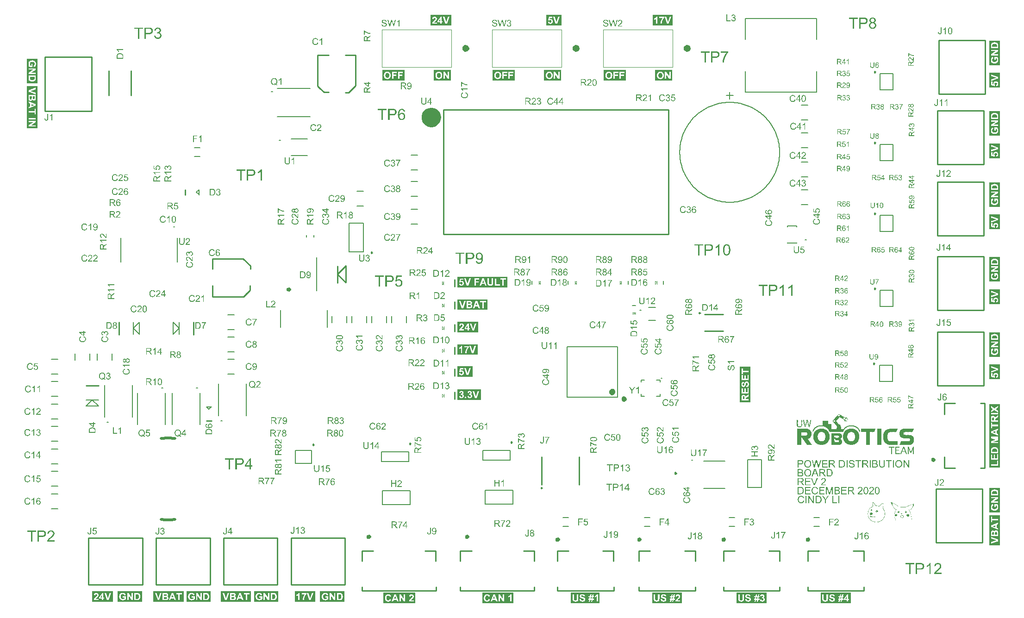
<source format=gto>
G04*
G04 #@! TF.GenerationSoftware,Altium Limited,Altium Designer,20.1.11 (218)*
G04*
G04 Layer_Color=65535*
%FSLAX25Y25*%
%MOIN*%
G70*
G04*
G04 #@! TF.SameCoordinates,1D623A1F-E168-4E80-91D0-8BB71FADC58A*
G04*
G04*
G04 #@! TF.FilePolarity,Positive*
G04*
G01*
G75*
%ADD10C,0.00984*%
%ADD11C,0.01575*%
%ADD12C,0.00787*%
%ADD13C,0.02756*%
%ADD14C,0.02000*%
%ADD15C,0.01181*%
%ADD16C,0.02953*%
%ADD17C,0.02362*%
%ADD18C,0.07087*%
%ADD19C,0.01000*%
%ADD20C,0.00600*%
%ADD21C,0.00500*%
%ADD22C,0.00394*%
%ADD23C,0.00400*%
G36*
X564039Y113490D02*
X564097D01*
Y113432D01*
X564272D01*
Y113374D01*
X564330D01*
Y113316D01*
X564505D01*
Y113257D01*
X564563D01*
Y113199D01*
X564621D01*
Y113141D01*
X564680D01*
Y113083D01*
X564854D01*
Y113024D01*
X564913D01*
Y112966D01*
X565088D01*
Y112908D01*
X565146D01*
Y112850D01*
X565320D01*
Y112791D01*
X565379D01*
Y112733D01*
X565554D01*
Y112675D01*
X565612D01*
Y112617D01*
X565787D01*
Y112558D01*
X565845D01*
Y112500D01*
X565903D01*
Y112442D01*
X565961D01*
Y112383D01*
X566019D01*
Y112442D01*
X566078D01*
Y112383D01*
X566136D01*
Y112325D01*
X566194D01*
Y112267D01*
X566369D01*
Y112209D01*
X566427D01*
Y112151D01*
X566602D01*
Y112092D01*
X566660D01*
Y112034D01*
X566835D01*
Y111976D01*
X566893D01*
Y111917D01*
X567068D01*
Y111859D01*
X567126D01*
Y111801D01*
X567243D01*
Y111743D01*
Y111685D01*
X567301D01*
Y111743D01*
X567359D01*
Y111685D01*
X567418D01*
Y111626D01*
X567476D01*
Y111685D01*
X567534D01*
Y111626D01*
X567592D01*
Y111568D01*
X567651D01*
Y111510D01*
X567709D01*
Y111451D01*
X567884D01*
Y111393D01*
X567942D01*
Y111335D01*
X568117D01*
Y111277D01*
X568175D01*
Y111219D01*
X568350D01*
Y111160D01*
X568291D01*
Y111102D01*
X568350D01*
Y111044D01*
X568408D01*
Y111102D01*
X568816D01*
Y111160D01*
X568874D01*
Y111102D01*
X568932D01*
Y111160D01*
X568990D01*
Y111102D01*
X569049D01*
Y111160D01*
X569107D01*
Y111102D01*
X569165D01*
Y111160D01*
X569223D01*
Y111102D01*
X569282D01*
Y111160D01*
X569340D01*
Y111219D01*
X569398D01*
Y111160D01*
X569456D01*
Y111219D01*
X569515D01*
Y111160D01*
X569573D01*
Y111102D01*
X569631D01*
Y111044D01*
X569689D01*
Y110986D01*
Y110927D01*
Y110869D01*
X569748D01*
Y110811D01*
Y110752D01*
Y110694D01*
X569806D01*
Y110636D01*
X569864D01*
Y110578D01*
X569806D01*
Y110520D01*
X569864D01*
Y110461D01*
X569922D01*
Y110403D01*
X569981D01*
Y110345D01*
X569922D01*
Y110286D01*
X569981D01*
Y110228D01*
X570039D01*
Y110170D01*
Y110112D01*
Y110053D01*
X570097D01*
Y109995D01*
X570155D01*
Y109937D01*
X570097D01*
Y109879D01*
X570155D01*
Y109820D01*
X570214D01*
Y109762D01*
X570155D01*
Y109704D01*
X570214D01*
Y109646D01*
X570272D01*
Y109587D01*
X570330D01*
Y109529D01*
X570272D01*
Y109471D01*
X570330D01*
Y109413D01*
X570272D01*
Y109471D01*
X570214D01*
Y109529D01*
X570155D01*
Y109587D01*
Y109646D01*
X570039D01*
Y109704D01*
Y109762D01*
X569981D01*
Y109820D01*
Y109879D01*
X569922D01*
Y109937D01*
X569864D01*
Y109995D01*
X569806D01*
Y110053D01*
X569748D01*
Y110112D01*
X569689D01*
Y110170D01*
X569631D01*
Y110228D01*
X569573D01*
Y110286D01*
X569515D01*
Y110345D01*
X569456D01*
Y110403D01*
X569515D01*
Y110461D01*
X569340D01*
Y110520D01*
X569398D01*
Y110578D01*
X569107D01*
Y110520D01*
X569049D01*
Y110461D01*
X568874D01*
Y110403D01*
X568816D01*
Y110461D01*
X568757D01*
Y110403D01*
X568699D01*
Y110345D01*
X568524D01*
Y110286D01*
X568466D01*
Y110228D01*
X568291D01*
Y110170D01*
Y110112D01*
Y110053D01*
Y109995D01*
Y109937D01*
X568233D01*
Y109879D01*
Y109820D01*
Y109762D01*
Y109704D01*
Y109646D01*
X568175D01*
Y109587D01*
X568233D01*
Y109529D01*
X568175D01*
Y109471D01*
X568233D01*
Y109413D01*
X568175D01*
Y109354D01*
X568233D01*
Y109296D01*
X568175D01*
Y109238D01*
Y109180D01*
Y109121D01*
X568466D01*
Y109063D01*
X568641D01*
Y109005D01*
X568816D01*
Y108947D01*
X568874D01*
Y109005D01*
X568932D01*
Y108947D01*
X568990D01*
Y108888D01*
X569049D01*
Y108947D01*
X569107D01*
Y108888D01*
X569282D01*
Y108830D01*
X569340D01*
Y108888D01*
X569398D01*
Y108830D01*
X569456D01*
Y108772D01*
X569631D01*
Y108714D01*
X568408D01*
Y108772D01*
X568350D01*
Y108714D01*
X568291D01*
Y108772D01*
X568233D01*
Y108714D01*
X568175D01*
Y108772D01*
X568117D01*
Y108714D01*
X568058D01*
Y108772D01*
X568000D01*
Y108714D01*
X567942D01*
Y108772D01*
X567884D01*
Y108714D01*
X567825D01*
Y108772D01*
X567767D01*
Y108714D01*
X567709D01*
Y108772D01*
X567651D01*
Y108830D01*
X567592D01*
Y108888D01*
Y108947D01*
X567534D01*
Y109005D01*
Y109063D01*
X567476D01*
Y109121D01*
X567534D01*
Y109180D01*
X567476D01*
Y109238D01*
X567418D01*
Y109296D01*
X567359D01*
Y109354D01*
X567418D01*
Y109413D01*
X567359D01*
Y109471D01*
X567301D01*
Y109529D01*
X567243D01*
Y109587D01*
X567301D01*
Y109646D01*
X567243D01*
Y109704D01*
Y109762D01*
X567185D01*
Y109820D01*
Y109879D01*
X567010D01*
Y109937D01*
X566952D01*
Y109995D01*
X566777D01*
Y110053D01*
X566718D01*
Y110112D01*
X566544D01*
Y110170D01*
X566486D01*
Y110228D01*
X566311D01*
Y110286D01*
X566253D01*
Y110345D01*
X566194D01*
Y110403D01*
X566078D01*
Y110461D01*
X565961D01*
Y110520D01*
X565903D01*
Y110578D01*
X565728D01*
Y110636D01*
X565670D01*
Y110694D01*
X565495D01*
Y110752D01*
X565437D01*
Y110811D01*
X565262D01*
Y110869D01*
X565204D01*
Y110927D01*
X565146D01*
Y110986D01*
X565088D01*
Y111044D01*
X564913D01*
Y111102D01*
X564854D01*
Y111160D01*
X564680D01*
Y111219D01*
X564621D01*
Y111277D01*
X564447D01*
Y111335D01*
X564388D01*
Y111393D01*
X564214D01*
Y111451D01*
X564155D01*
Y111510D01*
X563981D01*
Y111451D01*
X564039D01*
Y111393D01*
X563922D01*
Y111335D01*
Y111277D01*
X563864D01*
Y111219D01*
X563806D01*
Y111160D01*
X563748D01*
Y111102D01*
X563689D01*
Y111044D01*
X563631D01*
Y110986D01*
Y110927D01*
X563573D01*
Y110869D01*
X563515D01*
Y110811D01*
X563456D01*
Y110752D01*
Y110694D01*
X563398D01*
Y110636D01*
X563340D01*
Y110578D01*
X563282D01*
Y110520D01*
X563223D01*
Y110461D01*
X563165D01*
Y110403D01*
X563107D01*
Y110345D01*
X563049D01*
Y110286D01*
X562990D01*
Y110228D01*
X562932D01*
Y110170D01*
X562874D01*
Y110112D01*
X562816D01*
Y110053D01*
X562757D01*
Y109995D01*
X562699D01*
Y109937D01*
Y109879D01*
X562583D01*
Y109820D01*
X562641D01*
Y109762D01*
X562466D01*
Y109704D01*
X562524D01*
Y109646D01*
X562408D01*
Y109587D01*
Y109529D01*
X562350D01*
Y109471D01*
X562291D01*
Y109413D01*
X562233D01*
Y109354D01*
X562175D01*
Y109296D01*
X562117D01*
Y109238D01*
Y109180D01*
X562058D01*
Y109121D01*
Y109063D01*
X562000D01*
Y109005D01*
X561942D01*
Y108947D01*
X561884D01*
Y108888D01*
X561825D01*
Y108830D01*
X561767D01*
Y108772D01*
X561709D01*
Y108714D01*
X561651D01*
Y108655D01*
X561709D01*
Y108597D01*
X561767D01*
Y108539D01*
X561825D01*
Y108481D01*
X561884D01*
Y108422D01*
X561942D01*
Y108364D01*
X562000D01*
Y108306D01*
X562058D01*
Y108248D01*
Y108189D01*
X562175D01*
Y108131D01*
X562117D01*
Y108073D01*
X562175D01*
Y108015D01*
X562233D01*
Y107956D01*
X562291D01*
Y107898D01*
X562350D01*
Y107840D01*
X562408D01*
Y107782D01*
X562466D01*
Y107723D01*
X562524D01*
Y107665D01*
X562583D01*
Y107607D01*
X562641D01*
Y107549D01*
X562583D01*
Y107490D01*
X562699D01*
Y107432D01*
Y107374D01*
X562757D01*
Y107316D01*
X562816D01*
Y107257D01*
X562874D01*
Y107199D01*
X562932D01*
Y107141D01*
X562990D01*
Y107082D01*
X563049D01*
Y107024D01*
X563107D01*
Y106966D01*
Y106908D01*
X563223D01*
Y106850D01*
X563165D01*
Y106791D01*
X563223D01*
Y106733D01*
X563282D01*
Y106675D01*
X563340D01*
Y106616D01*
X563398D01*
Y106558D01*
X563456D01*
Y106500D01*
X563515D01*
Y106442D01*
X563573D01*
Y106384D01*
X563515D01*
Y106325D01*
X563689D01*
Y106267D01*
Y106209D01*
X563748D01*
Y106150D01*
Y106092D01*
X563806D01*
Y106150D01*
X563864D01*
Y106092D01*
X563922D01*
Y106150D01*
X563981D01*
Y106092D01*
X564039D01*
Y106150D01*
X564097D01*
Y106092D01*
X564155D01*
Y106150D01*
X564214D01*
Y106092D01*
X564272D01*
Y106150D01*
X564330D01*
Y106092D01*
X564388D01*
Y106150D01*
X564447D01*
Y106092D01*
X564505D01*
Y106150D01*
X564563D01*
Y106092D01*
X564621D01*
Y106034D01*
X564680D01*
Y105976D01*
Y105918D01*
Y105859D01*
X564738D01*
Y105801D01*
Y105743D01*
Y105684D01*
Y105626D01*
X564796D01*
Y105568D01*
Y105510D01*
X564854D01*
Y105451D01*
X564796D01*
Y105393D01*
X564854D01*
Y105335D01*
X564796D01*
Y105277D01*
X564854D01*
Y105218D01*
X564913D01*
Y105160D01*
Y105102D01*
Y105044D01*
X564971D01*
Y104985D01*
X564913D01*
Y104927D01*
X564971D01*
Y104869D01*
Y104811D01*
Y104752D01*
X565029D01*
Y104694D01*
Y104636D01*
Y104578D01*
X565088D01*
Y104519D01*
X565029D01*
Y104461D01*
X565088D01*
Y104403D01*
Y104345D01*
Y104286D01*
X565146D01*
Y104228D01*
X565204D01*
Y104170D01*
X565146D01*
Y104112D01*
X565204D01*
Y104053D01*
X565146D01*
Y103995D01*
X565204D01*
Y103937D01*
Y103879D01*
Y103820D01*
X565262D01*
Y103762D01*
Y103704D01*
Y103646D01*
X565320D01*
Y103587D01*
X565262D01*
Y103529D01*
X565320D01*
Y103471D01*
Y103413D01*
Y103354D01*
X565379D01*
Y103296D01*
X565437D01*
Y103238D01*
X565379D01*
Y103180D01*
X565437D01*
Y103121D01*
X565379D01*
Y103063D01*
X565437D01*
Y103005D01*
X565495D01*
Y102947D01*
X565437D01*
Y102888D01*
X565495D01*
Y102830D01*
X565554D01*
Y102772D01*
X565612D01*
Y102830D01*
X565670D01*
Y102772D01*
X565728D01*
Y102830D01*
X565787D01*
Y102772D01*
X565845D01*
Y102830D01*
X565903D01*
Y102772D01*
X565961D01*
Y102830D01*
X566019D01*
Y102772D01*
X566078D01*
Y102830D01*
X566136D01*
Y102772D01*
X566194D01*
Y102830D01*
X566253D01*
Y102772D01*
X566311D01*
Y102830D01*
X566369D01*
Y102772D01*
X566427D01*
Y102830D01*
X566486D01*
Y102772D01*
X566544D01*
Y102830D01*
X566602D01*
Y102772D01*
X566777D01*
Y102830D01*
X566835D01*
Y102772D01*
X566893D01*
Y102830D01*
X566952D01*
Y102888D01*
X567010D01*
Y102947D01*
X567068D01*
Y103005D01*
X567010D01*
Y103063D01*
X567126D01*
Y103121D01*
Y103180D01*
X567185D01*
Y103238D01*
X567243D01*
Y103296D01*
X567301D01*
Y103354D01*
X567359D01*
Y103413D01*
X567418D01*
Y103471D01*
X567476D01*
Y103529D01*
X567534D01*
Y103587D01*
X567592D01*
Y103646D01*
X567651D01*
Y103704D01*
Y103762D01*
X567767D01*
Y103820D01*
Y103879D01*
X567884D01*
Y103937D01*
Y103995D01*
X568000D01*
Y104053D01*
X568058D01*
Y104112D01*
X568117D01*
Y104170D01*
X568175D01*
Y104228D01*
X568233D01*
Y104286D01*
X568291D01*
Y104345D01*
X568350D01*
Y104403D01*
X568408D01*
Y104461D01*
X568583D01*
Y104519D01*
X568641D01*
Y104578D01*
X568699D01*
Y104636D01*
X568757D01*
Y104694D01*
X568932D01*
Y104752D01*
X568990D01*
Y104811D01*
X569165D01*
Y104869D01*
X569223D01*
Y104927D01*
X569398D01*
Y104985D01*
X569456D01*
Y105044D01*
X569631D01*
Y105102D01*
X569689D01*
Y105160D01*
X569864D01*
Y105218D01*
X569922D01*
Y105277D01*
X569981D01*
Y105218D01*
X570039D01*
Y105277D01*
X570097D01*
Y105335D01*
X570155D01*
Y105277D01*
X570214D01*
Y105335D01*
X570272D01*
Y105393D01*
X570330D01*
Y105335D01*
X570389D01*
Y105393D01*
X570563D01*
Y105451D01*
X570621D01*
Y105393D01*
X570680D01*
Y105451D01*
X570738D01*
Y105510D01*
X570796D01*
Y105451D01*
X570855D01*
Y105510D01*
X571029D01*
Y105568D01*
X571088D01*
Y105510D01*
X571146D01*
Y105568D01*
X571204D01*
Y105626D01*
X571262D01*
Y105568D01*
X571320D01*
Y105626D01*
X571379D01*
Y105568D01*
X571437D01*
Y105626D01*
X572078D01*
Y105684D01*
X572136D01*
Y105626D01*
X572311D01*
Y105684D01*
X572369D01*
Y105626D01*
X572427D01*
Y105684D01*
X572486D01*
Y105626D01*
X572544D01*
Y105684D01*
X572602D01*
Y105626D01*
X572660D01*
Y105684D01*
X572719D01*
Y105626D01*
X572777D01*
Y105684D01*
X572835D01*
Y105626D01*
X573010D01*
Y105684D01*
X573068D01*
Y105626D01*
X573592D01*
Y105568D01*
X573651D01*
Y105626D01*
X573709D01*
Y105568D01*
X573767D01*
Y105626D01*
X573825D01*
Y105568D01*
X573884D01*
Y105510D01*
X573942D01*
Y105568D01*
X574000D01*
Y105510D01*
X574291D01*
Y105451D01*
X574350D01*
Y105393D01*
X574408D01*
Y105451D01*
X574466D01*
Y105393D01*
X574641D01*
Y105335D01*
X574699D01*
Y105393D01*
X574757D01*
Y105335D01*
X574816D01*
Y105277D01*
X574874D01*
Y105335D01*
X574932D01*
Y105277D01*
X575107D01*
Y105218D01*
X575165D01*
Y105160D01*
X575340D01*
Y105102D01*
X575398D01*
Y105160D01*
X575456D01*
Y105102D01*
X575515D01*
Y105044D01*
X575690D01*
Y104985D01*
X575748D01*
Y104927D01*
X575922D01*
Y104869D01*
X575981D01*
Y104811D01*
X576097D01*
Y104752D01*
Y104694D01*
X576156D01*
Y104752D01*
X576214D01*
Y104694D01*
X576272D01*
Y104636D01*
X576330D01*
Y104578D01*
X576505D01*
Y104519D01*
X576563D01*
Y104461D01*
X576621D01*
Y104403D01*
X576680D01*
Y104345D01*
X576796D01*
Y104286D01*
Y104228D01*
X576971D01*
Y104170D01*
X577029D01*
Y104112D01*
X577088D01*
Y104053D01*
X577146D01*
Y103995D01*
X577204D01*
Y103937D01*
X577262D01*
Y103879D01*
X577321D01*
Y103820D01*
X577379D01*
Y103762D01*
X577437D01*
Y103704D01*
X577495D01*
Y103646D01*
X577554D01*
Y103587D01*
X577612D01*
Y103529D01*
X577670D01*
Y103471D01*
X577728D01*
Y103413D01*
X577787D01*
Y103354D01*
Y103296D01*
X577903D01*
Y103238D01*
Y103180D01*
X577961D01*
Y103121D01*
Y103063D01*
X578020D01*
Y103005D01*
X578078D01*
Y102947D01*
X578136D01*
Y102888D01*
X578194D01*
Y102830D01*
X578253D01*
Y102772D01*
Y102714D01*
Y102655D01*
X578311D01*
Y102597D01*
X578369D01*
Y102539D01*
X578427D01*
Y102480D01*
Y102422D01*
Y102364D01*
X578486D01*
Y102306D01*
X578544D01*
Y102248D01*
X578602D01*
Y102189D01*
X578544D01*
Y102131D01*
X578602D01*
Y102073D01*
X578660D01*
Y102015D01*
X578719D01*
Y101956D01*
X578660D01*
Y101898D01*
X578719D01*
Y101840D01*
X578777D01*
Y101781D01*
X578835D01*
Y101723D01*
X578777D01*
Y101665D01*
X578835D01*
Y101607D01*
X578893D01*
Y101549D01*
Y101490D01*
Y101432D01*
X578952D01*
Y101374D01*
Y101315D01*
Y101257D01*
X579010D01*
Y101199D01*
X578952D01*
Y101141D01*
X578777D01*
Y101083D01*
X578602D01*
Y101024D01*
X578544D01*
Y101083D01*
X578486D01*
Y101024D01*
X578311D01*
Y101083D01*
Y101141D01*
Y101199D01*
X578253D01*
Y101257D01*
X578194D01*
Y101315D01*
X578253D01*
Y101374D01*
X578194D01*
Y101432D01*
X578136D01*
Y101490D01*
X578078D01*
Y101549D01*
X578136D01*
Y101607D01*
X578078D01*
Y101665D01*
Y101723D01*
X578020D01*
Y101781D01*
Y101840D01*
X577961D01*
Y101898D01*
X577903D01*
Y101956D01*
X577845D01*
Y102015D01*
X577903D01*
Y102073D01*
X577845D01*
Y102131D01*
X577787D01*
Y102189D01*
X577728D01*
Y102248D01*
Y102306D01*
X577670D01*
Y102364D01*
Y102422D01*
X577612D01*
Y102480D01*
X577554D01*
Y102539D01*
X577495D01*
Y102597D01*
X577437D01*
Y102655D01*
X577379D01*
Y102714D01*
X577437D01*
Y102772D01*
X577321D01*
Y102830D01*
Y102888D01*
X577262D01*
Y102947D01*
X577204D01*
Y103005D01*
X577146D01*
Y103063D01*
X577088D01*
Y103121D01*
X577029D01*
Y103180D01*
X576971D01*
Y103238D01*
X576913D01*
Y103296D01*
X576855D01*
Y103354D01*
X576796D01*
Y103413D01*
X576738D01*
Y103471D01*
X576680D01*
Y103529D01*
X576621D01*
Y103587D01*
X576563D01*
Y103646D01*
X576505D01*
Y103704D01*
X576330D01*
Y103762D01*
X576272D01*
Y103820D01*
X576214D01*
Y103879D01*
X576156D01*
Y103937D01*
X576097D01*
Y103995D01*
X576039D01*
Y104053D01*
X575864D01*
Y104112D01*
X575806D01*
Y104170D01*
X575631D01*
Y104228D01*
X575573D01*
Y104286D01*
X575515D01*
Y104345D01*
X575340D01*
Y104403D01*
X575165D01*
Y104461D01*
X575107D01*
Y104519D01*
X574932D01*
Y104578D01*
X574874D01*
Y104636D01*
X574816D01*
Y104578D01*
X574757D01*
Y104636D01*
X574583D01*
Y104694D01*
X574524D01*
Y104752D01*
X574466D01*
Y104694D01*
X574524D01*
Y104636D01*
X574466D01*
Y104694D01*
X574408D01*
Y104752D01*
X574233D01*
Y104811D01*
X574175D01*
Y104752D01*
X574117D01*
Y104811D01*
X573942D01*
Y104869D01*
X573884D01*
Y104811D01*
X573825D01*
Y104869D01*
X573534D01*
Y104927D01*
X573476D01*
Y104869D01*
X573418D01*
Y104927D01*
X573359D01*
Y104869D01*
X573301D01*
Y104927D01*
X573243D01*
Y104985D01*
X573185D01*
Y104927D01*
X573126D01*
Y104985D01*
X573068D01*
Y104927D01*
X573010D01*
Y104985D01*
X572952D01*
Y104927D01*
X572893D01*
Y104985D01*
X572835D01*
Y104927D01*
X572777D01*
Y104985D01*
X572719D01*
Y104927D01*
X572660D01*
Y104985D01*
X572602D01*
Y104927D01*
X572544D01*
Y104985D01*
X572369D01*
Y104927D01*
X572311D01*
Y104985D01*
X572253D01*
Y104927D01*
X572194D01*
Y104985D01*
X572136D01*
Y104927D01*
X572078D01*
Y104985D01*
X572019D01*
Y104927D01*
X571961D01*
Y104985D01*
X571903D01*
Y104927D01*
X571728D01*
Y104869D01*
X571670D01*
Y104927D01*
X571612D01*
Y104869D01*
X571088D01*
Y104811D01*
X570913D01*
Y104752D01*
X570855D01*
Y104811D01*
X570796D01*
Y104752D01*
X570621D01*
Y104694D01*
X570563D01*
Y104636D01*
X570505D01*
Y104694D01*
X570447D01*
Y104636D01*
X570272D01*
Y104578D01*
X570214D01*
Y104519D01*
X570155D01*
Y104578D01*
X570097D01*
Y104519D01*
X569922D01*
Y104461D01*
X569864D01*
Y104403D01*
X569689D01*
Y104345D01*
X569631D01*
Y104286D01*
X569456D01*
Y104228D01*
X569398D01*
Y104170D01*
X569223D01*
Y104112D01*
X569165D01*
Y104053D01*
X569107D01*
Y103995D01*
X569049D01*
Y103937D01*
X568874D01*
Y103879D01*
Y103820D01*
X568757D01*
Y103762D01*
X568699D01*
Y103704D01*
X568641D01*
Y103646D01*
X568583D01*
Y103587D01*
X568408D01*
Y103529D01*
X568466D01*
Y103471D01*
X568291D01*
Y103413D01*
X568350D01*
Y103354D01*
X568175D01*
Y103296D01*
X568233D01*
Y103238D01*
X568058D01*
Y103180D01*
X568117D01*
Y103121D01*
X567942D01*
Y103063D01*
X568000D01*
Y103005D01*
X567942D01*
Y102947D01*
X567884D01*
Y102888D01*
X567825D01*
Y102830D01*
X567767D01*
Y102772D01*
X567709D01*
Y102714D01*
X567651D01*
Y102655D01*
X567592D01*
Y102597D01*
Y102539D01*
Y102480D01*
X567534D01*
Y102422D01*
X567476D01*
Y102364D01*
X567418D01*
Y102306D01*
X567359D01*
Y102248D01*
Y102189D01*
X567301D01*
Y102131D01*
Y102073D01*
X567243D01*
Y102015D01*
Y101956D01*
X567185D01*
Y101898D01*
Y101840D01*
X567126D01*
Y101781D01*
X567068D01*
Y101723D01*
X567010D01*
Y101665D01*
X567068D01*
Y101607D01*
X567010D01*
Y101549D01*
Y101490D01*
X566952D01*
Y101432D01*
Y101374D01*
X566893D01*
Y101315D01*
Y101257D01*
Y101199D01*
X566835D01*
Y101141D01*
Y101083D01*
Y101024D01*
X566777D01*
Y100966D01*
X566718D01*
Y101024D01*
X566660D01*
Y100966D01*
X566602D01*
Y101024D01*
X566544D01*
Y100966D01*
X566486D01*
Y101024D01*
X566427D01*
Y100966D01*
X566369D01*
Y101024D01*
X566311D01*
Y100966D01*
X566253D01*
Y101024D01*
X566194D01*
Y100966D01*
X566136D01*
Y101024D01*
X566078D01*
Y100966D01*
X566019D01*
Y101024D01*
X565961D01*
Y100966D01*
X565903D01*
Y101024D01*
X565845D01*
Y100966D01*
X565787D01*
Y101024D01*
X565728D01*
Y100966D01*
X565670D01*
Y101024D01*
X565612D01*
Y100966D01*
X565554D01*
Y101024D01*
X565495D01*
Y100966D01*
X565437D01*
Y101024D01*
X565379D01*
Y100966D01*
X565320D01*
Y101024D01*
X565262D01*
Y100966D01*
X565204D01*
Y101024D01*
X565146D01*
Y100966D01*
X565088D01*
Y101024D01*
X565029D01*
Y100966D01*
X564971D01*
Y101024D01*
X564913D01*
Y100966D01*
X564854D01*
Y101024D01*
X564796D01*
Y100966D01*
X564738D01*
Y101024D01*
X564680D01*
Y100966D01*
X564621D01*
Y101024D01*
X564563D01*
Y100966D01*
X564505D01*
Y101024D01*
X564447D01*
Y100966D01*
X564388D01*
Y101024D01*
X564330D01*
Y100966D01*
X564272D01*
Y101024D01*
X564214D01*
Y100966D01*
X564155D01*
Y101024D01*
X564097D01*
Y100966D01*
X564039D01*
Y101024D01*
X563981D01*
Y100966D01*
X563922D01*
Y101024D01*
X563864D01*
Y100966D01*
X563806D01*
Y101024D01*
X563748D01*
Y100966D01*
X563689D01*
Y101024D01*
X563631D01*
Y100966D01*
X563573D01*
Y101024D01*
X563515D01*
Y100966D01*
X563456D01*
Y101024D01*
X563398D01*
Y100966D01*
X563340D01*
Y101024D01*
X563282D01*
Y100966D01*
X563223D01*
Y101024D01*
X563165D01*
Y100966D01*
X563107D01*
Y101024D01*
X563049D01*
Y100966D01*
X562990D01*
Y101024D01*
X562932D01*
Y100966D01*
X562874D01*
Y101024D01*
X562816D01*
Y100966D01*
X562757D01*
Y101024D01*
X562699D01*
Y100966D01*
X562641D01*
Y101024D01*
X562583D01*
Y100966D01*
X562524D01*
Y101024D01*
X562466D01*
Y100966D01*
X562408D01*
Y101024D01*
X562350D01*
Y100966D01*
X562291D01*
Y101024D01*
X562233D01*
Y100966D01*
X562175D01*
Y101024D01*
X562117D01*
Y100966D01*
X562058D01*
Y101024D01*
X561884D01*
Y100966D01*
X561825D01*
Y101024D01*
X561767D01*
Y100966D01*
X561709D01*
Y101024D01*
X561651D01*
Y100966D01*
X561592D01*
Y101024D01*
X561417D01*
Y100966D01*
X561359D01*
Y101024D01*
X561301D01*
Y100966D01*
X561243D01*
Y101024D01*
X561185D01*
Y100966D01*
X561126D01*
Y101024D01*
X560952D01*
Y100966D01*
X560893D01*
Y101024D01*
X560486D01*
Y100966D01*
X560427D01*
Y101024D01*
X560019D01*
Y100966D01*
X559961D01*
Y101024D01*
X556757D01*
Y101083D01*
X556699D01*
Y101141D01*
Y101199D01*
Y101257D01*
X556641D01*
Y101315D01*
X556699D01*
Y101374D01*
X556641D01*
Y101432D01*
X556582D01*
Y101490D01*
X556524D01*
Y101549D01*
X556582D01*
Y101607D01*
X556524D01*
Y101665D01*
X556466D01*
Y101723D01*
X556408D01*
Y101781D01*
X556466D01*
Y101840D01*
X556408D01*
Y101898D01*
X556350D01*
Y101956D01*
X556291D01*
Y102015D01*
Y102073D01*
Y102131D01*
X556233D01*
Y102189D01*
X556175D01*
Y102248D01*
X556116D01*
Y102306D01*
X556058D01*
Y102364D01*
X556116D01*
Y102422D01*
X556058D01*
Y102480D01*
X556000D01*
Y102539D01*
X555942D01*
Y102597D01*
X555884D01*
Y102655D01*
X555825D01*
Y102714D01*
Y102772D01*
X555767D01*
Y102830D01*
Y102888D01*
X555709D01*
Y102947D01*
X555651D01*
Y103005D01*
X555592D01*
Y103063D01*
X555534D01*
Y103121D01*
X555476D01*
Y103180D01*
X555417D01*
Y103238D01*
X555359D01*
Y103296D01*
X555301D01*
Y103354D01*
X555243D01*
Y103413D01*
X555185D01*
Y103471D01*
X555126D01*
Y103529D01*
X555068D01*
Y103587D01*
X555010D01*
Y103646D01*
X554951D01*
Y103704D01*
X554835D01*
Y103762D01*
X554777D01*
Y103820D01*
X554660D01*
Y103879D01*
X554602D01*
Y103937D01*
X554544D01*
Y103995D01*
X554485D01*
Y104053D01*
X554311D01*
Y104112D01*
X554252D01*
Y104170D01*
X554194D01*
Y104228D01*
X554019D01*
Y104286D01*
X553961D01*
Y104345D01*
X553903D01*
Y104403D01*
X553845D01*
Y104345D01*
X553903D01*
Y104286D01*
X553845D01*
Y104345D01*
X553786D01*
Y104403D01*
X553728D01*
Y104461D01*
X553553D01*
Y104519D01*
X553379D01*
Y104578D01*
X553320D01*
Y104636D01*
X553029D01*
Y104694D01*
X552971D01*
Y104752D01*
X552913D01*
Y104694D01*
X552854D01*
Y104752D01*
X552680D01*
Y104811D01*
X552505D01*
Y104869D01*
X552447D01*
Y104811D01*
X552388D01*
Y104869D01*
X552097D01*
Y104927D01*
X552039D01*
Y104869D01*
X551981D01*
Y104927D01*
X551922D01*
Y104985D01*
X551864D01*
Y104927D01*
X551922D01*
Y104869D01*
X551864D01*
Y104927D01*
X551806D01*
Y104985D01*
X551748D01*
Y104927D01*
X551689D01*
Y104985D01*
X551631D01*
Y104927D01*
X551573D01*
Y104985D01*
X550466D01*
Y104927D01*
X550408D01*
Y104985D01*
X550350D01*
Y104927D01*
X550291D01*
Y104985D01*
X550233D01*
Y104927D01*
X550175D01*
Y104985D01*
X550116D01*
Y104927D01*
X550058D01*
Y104985D01*
X550000D01*
Y104927D01*
X550058D01*
Y104869D01*
X550000D01*
Y104927D01*
X549942D01*
Y104869D01*
X549883D01*
Y104927D01*
X549825D01*
Y104869D01*
X549417D01*
Y104811D01*
X549243D01*
Y104752D01*
X549068D01*
Y104694D01*
X549010D01*
Y104752D01*
X548951D01*
Y104694D01*
X548893D01*
Y104636D01*
X548835D01*
Y104694D01*
X548777D01*
Y104636D01*
X548718D01*
Y104578D01*
X548660D01*
Y104636D01*
X548602D01*
Y104578D01*
X548544D01*
Y104519D01*
X548369D01*
Y104461D01*
X548311D01*
Y104403D01*
X548252D01*
Y104461D01*
X548194D01*
Y104403D01*
X548136D01*
Y104345D01*
X548078D01*
Y104403D01*
X548019D01*
Y104345D01*
X548078D01*
Y104286D01*
X548019D01*
Y104345D01*
X547961D01*
Y104286D01*
X547903D01*
Y104228D01*
X547786D01*
Y104170D01*
X547670D01*
Y104112D01*
X547612D01*
Y104053D01*
X547437D01*
Y103995D01*
X547379D01*
Y103937D01*
X547320D01*
Y103879D01*
X547262D01*
Y103820D01*
X547204D01*
Y103762D01*
X547146D01*
Y103704D01*
X546971D01*
Y103646D01*
X546913D01*
Y103587D01*
X546854D01*
Y103529D01*
X546796D01*
Y103471D01*
X546738D01*
Y103413D01*
X546679D01*
Y103354D01*
X546621D01*
Y103296D01*
X546563D01*
Y103238D01*
X546505D01*
Y103180D01*
X546447D01*
Y103121D01*
X546388D01*
Y103063D01*
Y103005D01*
X546272D01*
Y102947D01*
Y102888D01*
X546213D01*
Y102830D01*
Y102772D01*
X546155D01*
Y102714D01*
X546097D01*
Y102655D01*
X546039D01*
Y102597D01*
X545981D01*
Y102539D01*
X545922D01*
Y102480D01*
X545981D01*
Y102422D01*
X545864D01*
Y102364D01*
Y102306D01*
X545806D01*
Y102248D01*
X545748D01*
Y102189D01*
X545689D01*
Y102131D01*
X545748D01*
Y102073D01*
X545689D01*
Y102015D01*
X545631D01*
Y101956D01*
X545573D01*
Y101898D01*
X545631D01*
Y101840D01*
X545573D01*
Y101781D01*
X545514D01*
Y101723D01*
X545456D01*
Y101665D01*
Y101607D01*
Y101549D01*
X545398D01*
Y101490D01*
X545340D01*
Y101432D01*
X545398D01*
Y101374D01*
X545340D01*
Y101315D01*
X545282D01*
Y101257D01*
Y101199D01*
Y101141D01*
X545223D01*
Y101083D01*
X545282D01*
Y101024D01*
X545107D01*
Y101083D01*
X545049D01*
Y101024D01*
X544990D01*
Y101083D01*
X544932D01*
Y101141D01*
X544641D01*
Y101199D01*
X544582D01*
Y101257D01*
X544524D01*
Y101315D01*
X544582D01*
Y101374D01*
X544641D01*
Y101432D01*
X544699D01*
Y101490D01*
X544641D01*
Y101549D01*
X544699D01*
Y101607D01*
X544641D01*
Y101665D01*
X544699D01*
Y101723D01*
X544757D01*
Y101781D01*
X544815D01*
Y101840D01*
X544757D01*
Y101898D01*
X544815D01*
Y101956D01*
X544874D01*
Y102015D01*
Y102073D01*
Y102131D01*
X544932D01*
Y102189D01*
X544990D01*
Y102248D01*
X545049D01*
Y102306D01*
X544990D01*
Y102364D01*
X545049D01*
Y102422D01*
X545107D01*
Y102480D01*
X545165D01*
Y102539D01*
X545107D01*
Y102597D01*
X545223D01*
Y102655D01*
Y102714D01*
X545282D01*
Y102772D01*
X545340D01*
Y102830D01*
X545398D01*
Y102888D01*
Y102947D01*
Y103005D01*
X545456D01*
Y103063D01*
X545514D01*
Y103121D01*
X545573D01*
Y103180D01*
X545631D01*
Y103238D01*
Y103296D01*
X545748D01*
Y103354D01*
X545689D01*
Y103413D01*
X545806D01*
Y103471D01*
Y103529D01*
X545864D01*
Y103587D01*
X545922D01*
Y103646D01*
X545981D01*
Y103704D01*
X546039D01*
Y103762D01*
X546097D01*
Y103820D01*
X546155D01*
Y103879D01*
X546213D01*
Y103937D01*
X546272D01*
Y103995D01*
X546330D01*
Y104053D01*
X546388D01*
Y104112D01*
X546505D01*
Y104170D01*
Y104228D01*
X546679D01*
Y104286D01*
X546738D01*
Y104345D01*
X546796D01*
Y104403D01*
X546854D01*
Y104461D01*
X546913D01*
Y104519D01*
X546971D01*
Y104461D01*
X547029D01*
Y104519D01*
X546971D01*
Y104578D01*
X547146D01*
Y104636D01*
X547204D01*
Y104694D01*
X547262D01*
Y104752D01*
X547320D01*
Y104811D01*
X547495D01*
Y104869D01*
X547553D01*
Y104927D01*
X547728D01*
Y104985D01*
X547786D01*
Y105044D01*
X547961D01*
Y105102D01*
X548019D01*
Y105160D01*
X548078D01*
Y105102D01*
X548136D01*
Y105160D01*
X548194D01*
Y105218D01*
X548252D01*
Y105160D01*
X548311D01*
Y105218D01*
X548369D01*
Y105277D01*
X548544D01*
Y105335D01*
X548602D01*
Y105393D01*
X548660D01*
Y105335D01*
X548718D01*
Y105393D01*
X548893D01*
Y105451D01*
X548951D01*
Y105393D01*
X549010D01*
Y105451D01*
X549068D01*
Y105510D01*
X549126D01*
Y105451D01*
X549184D01*
Y105510D01*
X549359D01*
Y105568D01*
X549417D01*
Y105510D01*
X549476D01*
Y105568D01*
X549534D01*
Y105626D01*
X549592D01*
Y105568D01*
X549767D01*
Y105626D01*
X550175D01*
Y105684D01*
X550233D01*
Y105626D01*
X550291D01*
Y105684D01*
X550350D01*
Y105626D01*
X550408D01*
Y105684D01*
X550466D01*
Y105626D01*
X550524D01*
Y105684D01*
X550699D01*
Y105626D01*
X550757D01*
Y105684D01*
X550932D01*
Y105626D01*
X550990D01*
Y105684D01*
X551165D01*
Y105626D01*
X551223D01*
Y105684D01*
X551398D01*
Y105626D01*
X551456D01*
Y105684D01*
X551514D01*
Y105626D01*
X551573D01*
Y105684D01*
X551631D01*
Y105626D01*
X551806D01*
Y105684D01*
Y105743D01*
Y105801D01*
X551864D01*
Y105859D01*
X551806D01*
Y105918D01*
Y105976D01*
Y106034D01*
X551864D01*
Y106092D01*
X551806D01*
Y106150D01*
X551864D01*
Y106209D01*
Y106267D01*
Y106325D01*
Y106384D01*
Y106442D01*
Y106500D01*
Y106558D01*
Y106616D01*
Y106675D01*
Y106733D01*
Y106791D01*
X551922D01*
Y106850D01*
X551864D01*
Y106908D01*
Y106966D01*
Y107024D01*
Y107082D01*
Y107141D01*
Y107199D01*
Y107257D01*
X551922D01*
Y107316D01*
X551864D01*
Y107374D01*
X551922D01*
Y107432D01*
X551864D01*
Y107490D01*
X551922D01*
Y107549D01*
X551864D01*
Y107607D01*
X551922D01*
Y107665D01*
X551864D01*
Y107723D01*
X551922D01*
Y107782D01*
X551864D01*
Y107840D01*
X551922D01*
Y107898D01*
X551864D01*
Y107956D01*
X551922D01*
Y108015D01*
X551864D01*
Y108073D01*
X551922D01*
Y108131D01*
X551864D01*
Y108189D01*
X551922D01*
Y108248D01*
X551864D01*
Y108306D01*
X551922D01*
Y108364D01*
X551864D01*
Y108422D01*
X551922D01*
Y108481D01*
X551864D01*
Y108539D01*
X551922D01*
Y108597D01*
X551864D01*
Y108655D01*
X551922D01*
Y108714D01*
Y108772D01*
Y108830D01*
Y108888D01*
Y108947D01*
X551981D01*
Y108888D01*
X552039D01*
Y108947D01*
X552097D01*
Y108888D01*
X552155D01*
Y108947D01*
X552214D01*
Y108888D01*
X552272D01*
Y108947D01*
X552330D01*
Y108888D01*
X552388D01*
Y108947D01*
X552447D01*
Y108888D01*
X552505D01*
Y108947D01*
X552563D01*
Y108888D01*
X552621D01*
Y108947D01*
X552680D01*
Y108888D01*
X552738D01*
Y108947D01*
X552796D01*
Y108888D01*
X552854D01*
Y108947D01*
X552913D01*
Y108888D01*
X552971D01*
Y108947D01*
X553029D01*
Y108888D01*
X553087D01*
Y108947D01*
X553146D01*
Y108888D01*
X553204D01*
Y108947D01*
X553262D01*
Y108888D01*
X553320D01*
Y108947D01*
X553379D01*
Y108888D01*
X553437D01*
Y108947D01*
X553495D01*
Y108888D01*
X553553D01*
Y108947D01*
X553612D01*
Y108888D01*
X553670D01*
Y108947D01*
X553728D01*
Y108888D01*
X553786D01*
Y108947D01*
X553845D01*
Y108888D01*
X553903D01*
Y108947D01*
X553961D01*
Y108888D01*
X554019D01*
Y108947D01*
X554078D01*
Y108888D01*
X554136D01*
Y108947D01*
X554194D01*
Y108888D01*
X554252D01*
Y108947D01*
X554311D01*
Y109005D01*
X554369D01*
Y108947D01*
X554427D01*
Y108888D01*
X554485D01*
Y108947D01*
X554544D01*
Y109005D01*
X554602D01*
Y108947D01*
X554660D01*
Y108888D01*
X554718D01*
Y108947D01*
X554777D01*
Y109005D01*
X554835D01*
Y108947D01*
X554893D01*
Y108888D01*
X554951D01*
Y108947D01*
X555010D01*
Y109005D01*
X555068D01*
Y108947D01*
X555126D01*
Y109005D01*
X555185D01*
Y108947D01*
X555243D01*
Y109005D01*
X555301D01*
Y108947D01*
X555359D01*
Y109005D01*
X555417D01*
Y108947D01*
X555476D01*
Y109005D01*
X555534D01*
Y108947D01*
X555592D01*
Y109005D01*
X555651D01*
Y108947D01*
X555709D01*
Y109005D01*
X555767D01*
Y108947D01*
X555825D01*
Y109005D01*
X555884D01*
Y108947D01*
Y108888D01*
Y108830D01*
Y108772D01*
Y108714D01*
Y108655D01*
Y108597D01*
Y108539D01*
Y108481D01*
Y108422D01*
Y108364D01*
X555942D01*
Y108306D01*
X555884D01*
Y108248D01*
Y108189D01*
Y108131D01*
X555942D01*
Y108073D01*
X555884D01*
Y108015D01*
X555942D01*
Y107956D01*
Y107898D01*
Y107840D01*
X555884D01*
Y107782D01*
X555942D01*
Y107723D01*
Y107665D01*
Y107607D01*
Y107549D01*
Y107490D01*
Y107432D01*
Y107374D01*
Y107316D01*
Y107257D01*
Y107199D01*
Y107141D01*
Y107082D01*
Y107024D01*
Y106966D01*
Y106908D01*
Y106850D01*
Y106791D01*
Y106733D01*
Y106675D01*
Y106616D01*
Y106558D01*
X556000D01*
Y106500D01*
X556058D01*
Y106558D01*
X556116D01*
Y106500D01*
X556175D01*
Y106558D01*
X556233D01*
Y106500D01*
X556291D01*
Y106558D01*
X556350D01*
Y106500D01*
X556408D01*
Y106558D01*
X556466D01*
Y106500D01*
X556524D01*
Y106558D01*
X556582D01*
Y106500D01*
X556641D01*
Y106558D01*
X556699D01*
Y106500D01*
X556757D01*
Y106558D01*
X556815D01*
Y106500D01*
X556874D01*
Y106558D01*
X556932D01*
Y106500D01*
X556990D01*
Y106558D01*
X558214D01*
Y106500D01*
Y106442D01*
Y106384D01*
X558155D01*
Y106325D01*
X558214D01*
Y106267D01*
Y106209D01*
Y106150D01*
X558155D01*
Y106092D01*
X558214D01*
Y106034D01*
Y105976D01*
Y105918D01*
X558155D01*
Y105859D01*
X558214D01*
Y105801D01*
Y105743D01*
Y105684D01*
X558155D01*
Y105626D01*
X558214D01*
Y105568D01*
Y105510D01*
Y105451D01*
X558155D01*
Y105393D01*
X558214D01*
Y105335D01*
Y105277D01*
Y105218D01*
X558155D01*
Y105160D01*
X558214D01*
Y105102D01*
Y105044D01*
Y104985D01*
X558155D01*
Y104927D01*
X558214D01*
Y104869D01*
Y104811D01*
Y104752D01*
X558155D01*
Y104694D01*
X558214D01*
Y104636D01*
Y104578D01*
Y104519D01*
X558155D01*
Y104461D01*
X558214D01*
Y104403D01*
Y104345D01*
Y104286D01*
X558155D01*
Y104228D01*
X558214D01*
Y104170D01*
Y104112D01*
Y104053D01*
X558155D01*
Y103995D01*
X558214D01*
Y103937D01*
Y103879D01*
Y103820D01*
X558155D01*
Y103762D01*
X558214D01*
Y103704D01*
Y103646D01*
Y103587D01*
X558155D01*
Y103529D01*
X558214D01*
Y103471D01*
Y103413D01*
Y103354D01*
X558155D01*
Y103296D01*
X558214D01*
Y103238D01*
Y103180D01*
Y103121D01*
X558155D01*
Y103063D01*
X558214D01*
Y103005D01*
Y102947D01*
Y102888D01*
X558272D01*
Y102830D01*
X558330D01*
Y102888D01*
X558388D01*
Y102830D01*
X558447D01*
Y102888D01*
X558505D01*
Y102830D01*
X558563D01*
Y102888D01*
X558621D01*
Y102830D01*
X558680D01*
Y102888D01*
X558738D01*
Y102830D01*
X558796D01*
Y102888D01*
X558854D01*
Y102830D01*
X559029D01*
Y102888D01*
X559087D01*
Y102830D01*
X561767D01*
Y102888D01*
Y102947D01*
X561825D01*
Y103005D01*
X561767D01*
Y103063D01*
X561825D01*
Y103121D01*
Y103180D01*
Y103238D01*
X561884D01*
Y103296D01*
X561942D01*
Y103354D01*
X561884D01*
Y103413D01*
X561942D01*
Y103471D01*
X561884D01*
Y103529D01*
X561942D01*
Y103587D01*
X562000D01*
Y103646D01*
X561942D01*
Y103704D01*
X562000D01*
Y103762D01*
X562058D01*
Y103820D01*
X562000D01*
Y103879D01*
X562058D01*
Y103937D01*
Y103995D01*
Y104053D01*
X562117D01*
Y104112D01*
Y104170D01*
Y104228D01*
X562175D01*
Y104286D01*
X562117D01*
Y104345D01*
X562175D01*
Y104403D01*
Y104461D01*
X562233D01*
Y104519D01*
Y104578D01*
X562291D01*
Y104636D01*
X562233D01*
Y104694D01*
X562291D01*
Y104752D01*
X562233D01*
Y104811D01*
X562291D01*
Y104869D01*
X562117D01*
Y104927D01*
X562175D01*
Y104985D01*
X562117D01*
Y105044D01*
X562058D01*
Y105102D01*
X562000D01*
Y105160D01*
X561942D01*
Y105218D01*
X561884D01*
Y105277D01*
X561825D01*
Y105335D01*
X561767D01*
Y105393D01*
Y105451D01*
X561709D01*
Y105510D01*
X561651D01*
Y105568D01*
Y105626D01*
X561592D01*
Y105684D01*
X561534D01*
Y105743D01*
X561476D01*
Y105801D01*
X561417D01*
Y105859D01*
X561359D01*
Y105918D01*
X561301D01*
Y105976D01*
X561243D01*
Y106034D01*
X561185D01*
Y106092D01*
Y106150D01*
X561126D01*
Y106209D01*
Y106267D01*
X561010D01*
Y106325D01*
Y106384D01*
X560952D01*
Y106442D01*
X560893D01*
Y106500D01*
X560835D01*
Y106558D01*
X560777D01*
Y106616D01*
X560718D01*
Y106675D01*
X560660D01*
Y106733D01*
X560602D01*
Y106791D01*
Y106850D01*
X560544D01*
Y106908D01*
Y106966D01*
X560486D01*
Y107024D01*
X560427D01*
Y107082D01*
X560369D01*
Y107141D01*
X560311D01*
Y107199D01*
X560253D01*
Y107257D01*
X560194D01*
Y107316D01*
X560136D01*
Y107374D01*
X560078D01*
Y107432D01*
X560019D01*
Y107490D01*
X560078D01*
Y107549D01*
X559961D01*
Y107607D01*
Y107665D01*
X559903D01*
Y107723D01*
X559845D01*
Y107782D01*
X559786D01*
Y107840D01*
X559728D01*
Y107898D01*
X559670D01*
Y107956D01*
X559612D01*
Y108015D01*
X559553D01*
Y108073D01*
Y108131D01*
X559437D01*
Y108189D01*
X559495D01*
Y108248D01*
X559437D01*
Y108306D01*
X559379D01*
Y108364D01*
X559320D01*
Y108422D01*
Y108481D01*
Y108539D01*
X559262D01*
Y108597D01*
Y108655D01*
Y108714D01*
Y108772D01*
Y108830D01*
Y108888D01*
X559320D01*
Y108947D01*
Y109005D01*
X559379D01*
Y109063D01*
X559320D01*
Y109121D01*
X559379D01*
Y109180D01*
X559437D01*
Y109238D01*
X559495D01*
Y109296D01*
X559553D01*
Y109354D01*
X559612D01*
Y109413D01*
X559670D01*
Y109471D01*
X559728D01*
Y109529D01*
X559786D01*
Y109587D01*
X559845D01*
Y109646D01*
X559903D01*
Y109704D01*
X559961D01*
Y109762D01*
X560019D01*
Y109820D01*
X560078D01*
Y109879D01*
X560136D01*
Y109937D01*
X560194D01*
Y109995D01*
Y110053D01*
X560311D01*
Y110112D01*
X560253D01*
Y110170D01*
X560311D01*
Y110228D01*
X560369D01*
Y110286D01*
X560427D01*
Y110345D01*
X560486D01*
Y110403D01*
X560544D01*
Y110461D01*
X560602D01*
Y110520D01*
X560660D01*
Y110578D01*
X560718D01*
Y110636D01*
X560777D01*
Y110694D01*
X560718D01*
Y110752D01*
X560835D01*
Y110811D01*
Y110869D01*
X560952D01*
Y110927D01*
Y110986D01*
X561010D01*
Y111044D01*
X561068D01*
Y111102D01*
X561126D01*
Y111160D01*
X561185D01*
Y111219D01*
X561243D01*
Y111277D01*
X561301D01*
Y111335D01*
X561359D01*
Y111393D01*
Y111451D01*
X561476D01*
Y111510D01*
Y111568D01*
X561534D01*
Y111626D01*
Y111685D01*
X561592D01*
Y111743D01*
X561651D01*
Y111801D01*
X561709D01*
Y111859D01*
X561767D01*
Y111917D01*
X561825D01*
Y111976D01*
X561884D01*
Y112034D01*
X561942D01*
Y112092D01*
X562000D01*
Y112151D01*
X562058D01*
Y112209D01*
Y112267D01*
X562117D01*
Y112325D01*
Y112383D01*
X562233D01*
Y112442D01*
Y112500D01*
X562291D01*
Y112558D01*
X562350D01*
Y112617D01*
X562408D01*
Y112675D01*
X562466D01*
Y112733D01*
X562524D01*
Y112791D01*
X562583D01*
Y112850D01*
X562641D01*
Y112908D01*
X562699D01*
Y112966D01*
X562757D01*
Y113024D01*
Y113083D01*
X562874D01*
Y113141D01*
X562816D01*
Y113199D01*
X562874D01*
Y113257D01*
X562932D01*
Y113316D01*
X562990D01*
Y113374D01*
X563049D01*
Y113316D01*
X563107D01*
Y113374D01*
X563165D01*
Y113432D01*
X563340D01*
Y113490D01*
X563398D01*
Y113549D01*
X563456D01*
Y113490D01*
X563515D01*
Y113549D01*
X563922D01*
Y113490D01*
X563981D01*
Y113549D01*
X564039D01*
Y113490D01*
D02*
G37*
G36*
X543767Y109529D02*
X543709D01*
Y109471D01*
Y109413D01*
Y109354D01*
X543767D01*
Y109296D01*
X543709D01*
Y109354D01*
X543650D01*
Y109296D01*
X543709D01*
Y109238D01*
X543650D01*
Y109180D01*
Y109121D01*
Y109063D01*
X543592D01*
Y109005D01*
X543650D01*
Y108947D01*
X543592D01*
Y108888D01*
Y108830D01*
Y108772D01*
X543534D01*
Y108714D01*
Y108655D01*
Y108597D01*
X543476D01*
Y108539D01*
X543534D01*
Y108481D01*
X543476D01*
Y108422D01*
X543534D01*
Y108364D01*
X543476D01*
Y108306D01*
X543417D01*
Y108248D01*
X543476D01*
Y108189D01*
X543417D01*
Y108131D01*
X543359D01*
Y108073D01*
X543417D01*
Y108015D01*
X543359D01*
Y107956D01*
X543417D01*
Y107898D01*
X543359D01*
Y107840D01*
X543301D01*
Y107782D01*
X543359D01*
Y107723D01*
X543301D01*
Y107665D01*
Y107607D01*
Y107549D01*
X543243D01*
Y107490D01*
X543301D01*
Y107432D01*
X543243D01*
Y107374D01*
Y107316D01*
Y107257D01*
X543184D01*
Y107199D01*
Y107141D01*
Y107082D01*
X543126D01*
Y107024D01*
X543184D01*
Y106966D01*
X543126D01*
Y106908D01*
Y106850D01*
Y106791D01*
X543068D01*
Y106733D01*
X543126D01*
Y106675D01*
X543068D01*
Y106616D01*
X543010D01*
Y106558D01*
X543068D01*
Y106500D01*
X543010D01*
Y106442D01*
X543068D01*
Y106384D01*
X543010D01*
Y106325D01*
X542951D01*
Y106267D01*
X543010D01*
Y106209D01*
X542951D01*
Y106150D01*
Y106092D01*
Y106034D01*
X542893D01*
Y105976D01*
X542951D01*
Y105918D01*
X542893D01*
Y105859D01*
Y105801D01*
Y105743D01*
X542835D01*
Y105684D01*
X542777D01*
Y105626D01*
X542835D01*
Y105568D01*
X542777D01*
Y105510D01*
X542835D01*
Y105451D01*
X542777D01*
Y105393D01*
X542835D01*
Y105335D01*
X542777D01*
Y105277D01*
X542718D01*
Y105218D01*
X542777D01*
Y105160D01*
X542718D01*
Y105102D01*
X542660D01*
Y105044D01*
X542718D01*
Y104985D01*
X542660D01*
Y104927D01*
X542718D01*
Y104869D01*
X542660D01*
Y104811D01*
Y104752D01*
X542602D01*
Y104694D01*
Y104636D01*
Y104578D01*
Y104519D01*
X542544D01*
Y104461D01*
X542602D01*
Y104403D01*
X542544D01*
Y104345D01*
X542485D01*
Y104403D01*
X542427D01*
Y104345D01*
X542369D01*
Y104403D01*
X542311D01*
Y104345D01*
X542252D01*
Y104403D01*
X542194D01*
Y104345D01*
X542136D01*
Y104403D01*
X542078D01*
Y104345D01*
X542019D01*
Y104403D01*
X541961D01*
Y104345D01*
X541903D01*
Y104403D01*
X541845D01*
Y104461D01*
X541786D01*
Y104519D01*
X541845D01*
Y104578D01*
X541786D01*
Y104636D01*
Y104694D01*
Y104752D01*
X541728D01*
Y104811D01*
X541786D01*
Y104869D01*
X541728D01*
Y104927D01*
Y104985D01*
Y105044D01*
X541670D01*
Y105102D01*
X541611D01*
Y105160D01*
X541670D01*
Y105218D01*
X541611D01*
Y105277D01*
Y105335D01*
Y105393D01*
X541553D01*
Y105451D01*
Y105510D01*
Y105568D01*
X541495D01*
Y105626D01*
X541553D01*
Y105684D01*
X541495D01*
Y105743D01*
X541553D01*
Y105801D01*
X541495D01*
Y105859D01*
X541437D01*
Y105918D01*
Y105976D01*
Y106034D01*
X541378D01*
Y106092D01*
X541437D01*
Y106150D01*
X541378D01*
Y106209D01*
Y106267D01*
Y106325D01*
X541320D01*
Y106384D01*
Y106442D01*
Y106500D01*
X541262D01*
Y106558D01*
X541320D01*
Y106616D01*
X541262D01*
Y106675D01*
Y106733D01*
Y106791D01*
X541204D01*
Y106850D01*
Y106908D01*
Y106966D01*
X541146D01*
Y107024D01*
X541204D01*
Y107082D01*
X541146D01*
Y107141D01*
Y107199D01*
Y107257D01*
X541087D01*
Y107316D01*
Y107374D01*
Y107432D01*
X541029D01*
Y107490D01*
X541087D01*
Y107549D01*
X541029D01*
Y107607D01*
Y107665D01*
X540971D01*
Y107723D01*
Y107782D01*
Y107840D01*
Y107898D01*
X540912D01*
Y107956D01*
X540971D01*
Y108015D01*
X540912D01*
Y108073D01*
X540854D01*
Y108131D01*
X540912D01*
Y108189D01*
X540854D01*
Y108248D01*
Y108306D01*
Y108364D01*
X540796D01*
Y108422D01*
X540854D01*
Y108481D01*
X540796D01*
Y108539D01*
X540854D01*
Y108597D01*
X540796D01*
Y108655D01*
Y108714D01*
X540680D01*
Y108655D01*
X540738D01*
Y108597D01*
X540680D01*
Y108539D01*
X540738D01*
Y108481D01*
X540680D01*
Y108422D01*
Y108364D01*
Y108306D01*
X540621D01*
Y108248D01*
X540680D01*
Y108189D01*
X540621D01*
Y108131D01*
X540563D01*
Y108073D01*
X540621D01*
Y108015D01*
X540563D01*
Y107956D01*
X540621D01*
Y107898D01*
X540563D01*
Y107840D01*
X540505D01*
Y107782D01*
X540563D01*
Y107723D01*
X540505D01*
Y107665D01*
Y107607D01*
Y107549D01*
X540447D01*
Y107490D01*
X540505D01*
Y107432D01*
X540447D01*
Y107374D01*
Y107316D01*
X540388D01*
Y107257D01*
Y107199D01*
X540330D01*
Y107141D01*
X540388D01*
Y107082D01*
X540330D01*
Y107024D01*
Y106966D01*
Y106908D01*
X540272D01*
Y106850D01*
Y106791D01*
Y106733D01*
Y106675D01*
Y106616D01*
X540213D01*
Y106558D01*
X540272D01*
Y106500D01*
X540213D01*
Y106442D01*
X540155D01*
Y106384D01*
Y106325D01*
Y106267D01*
X540097D01*
Y106209D01*
X540155D01*
Y106150D01*
X540097D01*
Y106092D01*
Y106034D01*
Y105976D01*
X540039D01*
Y105918D01*
X539981D01*
Y105859D01*
X540039D01*
Y105801D01*
X539981D01*
Y105743D01*
X540039D01*
Y105684D01*
X539981D01*
Y105626D01*
X540039D01*
Y105568D01*
X539981D01*
Y105510D01*
X539922D01*
Y105451D01*
Y105393D01*
Y105335D01*
X539864D01*
Y105277D01*
X539922D01*
Y105218D01*
X539864D01*
Y105160D01*
Y105102D01*
Y105044D01*
X539806D01*
Y104985D01*
X539747D01*
Y104927D01*
X539806D01*
Y104869D01*
X539747D01*
Y104811D01*
Y104752D01*
Y104694D01*
X539689D01*
Y104636D01*
Y104578D01*
Y104519D01*
X539631D01*
Y104461D01*
X539689D01*
Y104403D01*
X539631D01*
Y104345D01*
X539573D01*
Y104403D01*
X539514D01*
Y104345D01*
X539456D01*
Y104403D01*
X539398D01*
Y104345D01*
X539340D01*
Y104403D01*
X539281D01*
Y104345D01*
X539223D01*
Y104403D01*
X539165D01*
Y104345D01*
X539107D01*
Y104403D01*
X539048D01*
Y104345D01*
X538990D01*
Y104403D01*
X538932D01*
Y104461D01*
Y104519D01*
Y104578D01*
X538874D01*
Y104636D01*
Y104694D01*
Y104752D01*
X538815D01*
Y104811D01*
X538874D01*
Y104869D01*
X538815D01*
Y104927D01*
X538874D01*
Y104985D01*
X538815D01*
Y105044D01*
Y105102D01*
Y105160D01*
X538757D01*
Y105218D01*
X538699D01*
Y105277D01*
X538757D01*
Y105335D01*
X538699D01*
Y105393D01*
X538757D01*
Y105451D01*
X538699D01*
Y105510D01*
Y105568D01*
Y105626D01*
X538641D01*
Y105684D01*
Y105743D01*
Y105801D01*
X538582D01*
Y105859D01*
X538641D01*
Y105918D01*
X538582D01*
Y105976D01*
Y106034D01*
Y106092D01*
X538524D01*
Y106150D01*
Y106209D01*
Y106267D01*
X538466D01*
Y106325D01*
X538524D01*
Y106384D01*
X538466D01*
Y106442D01*
X538524D01*
Y106500D01*
X538466D01*
Y106558D01*
Y106616D01*
Y106675D01*
X538408D01*
Y106733D01*
X538349D01*
Y106791D01*
X538408D01*
Y106850D01*
X538349D01*
Y106908D01*
X538408D01*
Y106966D01*
X538349D01*
Y107024D01*
X538408D01*
Y107082D01*
X538349D01*
Y107141D01*
Y107199D01*
X538291D01*
Y107257D01*
Y107316D01*
X538233D01*
Y107374D01*
X538291D01*
Y107432D01*
X538233D01*
Y107490D01*
X538291D01*
Y107549D01*
X538233D01*
Y107607D01*
Y107665D01*
X538175D01*
Y107723D01*
Y107782D01*
Y107840D01*
Y107898D01*
X538116D01*
Y107956D01*
X538175D01*
Y108015D01*
X538116D01*
Y108073D01*
Y108131D01*
Y108189D01*
X538058D01*
Y108248D01*
Y108306D01*
Y108364D01*
Y108422D01*
Y108481D01*
X538000D01*
Y108539D01*
X538058D01*
Y108597D01*
X538000D01*
Y108655D01*
Y108714D01*
Y108772D01*
X537942D01*
Y108830D01*
X537883D01*
Y108888D01*
X537942D01*
Y108947D01*
X537883D01*
Y109005D01*
X537942D01*
Y109063D01*
X537883D01*
Y109121D01*
X537942D01*
Y109180D01*
X537883D01*
Y109238D01*
X537825D01*
Y109296D01*
Y109354D01*
Y109413D01*
X537767D01*
Y109471D01*
X537825D01*
Y109529D01*
X537767D01*
Y109587D01*
X538291D01*
Y109529D01*
X538349D01*
Y109587D01*
X538408D01*
Y109529D01*
X538466D01*
Y109471D01*
Y109413D01*
Y109354D01*
X538524D01*
Y109296D01*
X538466D01*
Y109238D01*
X538524D01*
Y109180D01*
Y109121D01*
Y109063D01*
Y109005D01*
X538582D01*
Y108947D01*
Y108888D01*
X538641D01*
Y108830D01*
X538582D01*
Y108772D01*
X538641D01*
Y108714D01*
X538582D01*
Y108655D01*
X538641D01*
Y108597D01*
Y108539D01*
Y108481D01*
X538699D01*
Y108422D01*
Y108364D01*
Y108306D01*
X538757D01*
Y108248D01*
X538699D01*
Y108189D01*
X538757D01*
Y108131D01*
X538699D01*
Y108073D01*
X538757D01*
Y108015D01*
X538815D01*
Y107956D01*
Y107898D01*
Y107840D01*
Y107782D01*
Y107723D01*
X538874D01*
Y107665D01*
X538815D01*
Y107607D01*
X538874D01*
Y107549D01*
Y107490D01*
Y107432D01*
X538932D01*
Y107374D01*
Y107316D01*
Y107257D01*
X538990D01*
Y107199D01*
X538932D01*
Y107141D01*
X538990D01*
Y107082D01*
Y107024D01*
Y106966D01*
X539048D01*
Y106908D01*
Y106850D01*
Y106791D01*
X539107D01*
Y106733D01*
X539048D01*
Y106675D01*
X539107D01*
Y106616D01*
X539048D01*
Y106558D01*
X539107D01*
Y106500D01*
X539165D01*
Y106442D01*
X539107D01*
Y106384D01*
X539165D01*
Y106325D01*
Y106267D01*
Y106209D01*
X539223D01*
Y106150D01*
X539165D01*
Y106092D01*
X539223D01*
Y106034D01*
Y105976D01*
Y105918D01*
X539281D01*
Y105859D01*
Y105801D01*
Y105743D01*
X539340D01*
Y105684D01*
X539281D01*
Y105626D01*
X539340D01*
Y105568D01*
X539281D01*
Y105510D01*
X539340D01*
Y105451D01*
X539281D01*
Y105393D01*
X539340D01*
Y105335D01*
X539398D01*
Y105277D01*
X539456D01*
Y105335D01*
X539398D01*
Y105393D01*
X539456D01*
Y105451D01*
X539398D01*
Y105510D01*
X539456D01*
Y105568D01*
X539398D01*
Y105626D01*
X539456D01*
Y105684D01*
Y105743D01*
Y105801D01*
X539514D01*
Y105859D01*
Y105918D01*
Y105976D01*
X539573D01*
Y106034D01*
X539514D01*
Y106092D01*
X539573D01*
Y106150D01*
Y106209D01*
Y106267D01*
X539631D01*
Y106325D01*
Y106384D01*
Y106442D01*
X539689D01*
Y106500D01*
X539631D01*
Y106558D01*
X539689D01*
Y106616D01*
Y106675D01*
Y106733D01*
X539747D01*
Y106791D01*
X539806D01*
Y106850D01*
X539747D01*
Y106908D01*
X539806D01*
Y106966D01*
X539747D01*
Y107024D01*
X539806D01*
Y107082D01*
Y107141D01*
Y107199D01*
X539864D01*
Y107257D01*
X539922D01*
Y107316D01*
X539864D01*
Y107374D01*
X539922D01*
Y107432D01*
X539864D01*
Y107490D01*
X539922D01*
Y107549D01*
Y107607D01*
Y107665D01*
X539981D01*
Y107723D01*
X540039D01*
Y107782D01*
X539981D01*
Y107840D01*
X540039D01*
Y107898D01*
X539981D01*
Y107956D01*
X540039D01*
Y108015D01*
X540097D01*
Y108073D01*
X540039D01*
Y108131D01*
X540097D01*
Y108189D01*
X540155D01*
Y108248D01*
X540097D01*
Y108306D01*
X540155D01*
Y108364D01*
Y108422D01*
Y108481D01*
X540213D01*
Y108539D01*
Y108597D01*
Y108655D01*
X540272D01*
Y108714D01*
X540213D01*
Y108772D01*
X540272D01*
Y108830D01*
X540213D01*
Y108888D01*
X540272D01*
Y108947D01*
X540330D01*
Y109005D01*
Y109063D01*
Y109121D01*
X540388D01*
Y109180D01*
X540330D01*
Y109238D01*
X540388D01*
Y109296D01*
Y109354D01*
Y109413D01*
X540447D01*
Y109471D01*
Y109529D01*
Y109587D01*
X540621D01*
Y109529D01*
X540680D01*
Y109587D01*
X541087D01*
Y109529D01*
X541146D01*
Y109471D01*
X541204D01*
Y109413D01*
X541146D01*
Y109354D01*
X541204D01*
Y109296D01*
Y109238D01*
Y109180D01*
Y109121D01*
X541262D01*
Y109063D01*
Y109005D01*
X541320D01*
Y108947D01*
X541262D01*
Y108888D01*
X541320D01*
Y108830D01*
Y108772D01*
Y108714D01*
X541378D01*
Y108655D01*
Y108597D01*
Y108539D01*
X541437D01*
Y108481D01*
X541378D01*
Y108422D01*
X541437D01*
Y108364D01*
Y108306D01*
Y108248D01*
X541495D01*
Y108189D01*
Y108131D01*
Y108073D01*
X541553D01*
Y108015D01*
X541495D01*
Y107956D01*
X541553D01*
Y107898D01*
Y107840D01*
Y107782D01*
X541611D01*
Y107723D01*
X541670D01*
Y107665D01*
X541611D01*
Y107607D01*
X541670D01*
Y107549D01*
X541611D01*
Y107490D01*
X541670D01*
Y107432D01*
Y107374D01*
Y107316D01*
X541728D01*
Y107257D01*
Y107199D01*
Y107141D01*
X541786D01*
Y107082D01*
X541728D01*
Y107024D01*
X541786D01*
Y106966D01*
Y106908D01*
Y106850D01*
X541845D01*
Y106791D01*
X541903D01*
Y106733D01*
X541845D01*
Y106675D01*
X541903D01*
Y106616D01*
X541845D01*
Y106558D01*
X541903D01*
Y106500D01*
X541961D01*
Y106442D01*
X541903D01*
Y106384D01*
X541961D01*
Y106325D01*
Y106267D01*
Y106209D01*
X542019D01*
Y106150D01*
X541961D01*
Y106092D01*
X542019D01*
Y106034D01*
Y105976D01*
Y105918D01*
X542078D01*
Y105859D01*
X542136D01*
Y105801D01*
X542078D01*
Y105743D01*
X542136D01*
Y105684D01*
X542078D01*
Y105626D01*
X542136D01*
Y105568D01*
X542078D01*
Y105510D01*
X542136D01*
Y105451D01*
X542078D01*
Y105393D01*
X542136D01*
Y105335D01*
X542194D01*
Y105277D01*
X542252D01*
Y105335D01*
X542194D01*
Y105393D01*
X542252D01*
Y105451D01*
X542194D01*
Y105510D01*
X542252D01*
Y105568D01*
Y105626D01*
Y105684D01*
Y105743D01*
Y105801D01*
X542311D01*
Y105859D01*
Y105918D01*
Y105976D01*
X542369D01*
Y106034D01*
X542311D01*
Y106092D01*
X542369D01*
Y106150D01*
Y106209D01*
Y106267D01*
X542427D01*
Y106325D01*
Y106384D01*
Y106442D01*
X542485D01*
Y106500D01*
X542427D01*
Y106558D01*
X542485D01*
Y106616D01*
X542427D01*
Y106675D01*
X542485D01*
Y106733D01*
X542544D01*
Y106791D01*
X542485D01*
Y106850D01*
X542544D01*
Y106908D01*
Y106966D01*
Y107024D01*
X542602D01*
Y107082D01*
X542544D01*
Y107141D01*
X542602D01*
Y107199D01*
Y107257D01*
Y107316D01*
X542660D01*
Y107374D01*
Y107432D01*
Y107490D01*
X542718D01*
Y107549D01*
X542660D01*
Y107607D01*
X542718D01*
Y107665D01*
Y107723D01*
Y107782D01*
X542777D01*
Y107840D01*
Y107898D01*
Y107956D01*
X542835D01*
Y108015D01*
X542777D01*
Y108073D01*
X542835D01*
Y108131D01*
X542777D01*
Y108189D01*
X542835D01*
Y108248D01*
X542893D01*
Y108306D01*
X542835D01*
Y108364D01*
X542893D01*
Y108422D01*
Y108481D01*
Y108539D01*
X542951D01*
Y108597D01*
X542893D01*
Y108655D01*
X542951D01*
Y108714D01*
Y108772D01*
Y108830D01*
X543010D01*
Y108888D01*
X543068D01*
Y108947D01*
X543010D01*
Y109005D01*
X543068D01*
Y109063D01*
X543010D01*
Y109121D01*
X543068D01*
Y109180D01*
Y109238D01*
Y109296D01*
X543126D01*
Y109354D01*
Y109413D01*
Y109471D01*
X543184D01*
Y109529D01*
X543126D01*
Y109587D01*
X543417D01*
Y109529D01*
X543476D01*
Y109587D01*
X543767D01*
Y109529D01*
D02*
G37*
G36*
X537126D02*
X537068D01*
Y109471D01*
X537126D01*
Y109413D01*
X537068D01*
Y109354D01*
X537126D01*
Y109296D01*
X537068D01*
Y109238D01*
X537126D01*
Y109180D01*
X537068D01*
Y109121D01*
X537126D01*
Y109063D01*
X537068D01*
Y109005D01*
X537126D01*
Y108947D01*
X537068D01*
Y108888D01*
X537126D01*
Y108830D01*
X537068D01*
Y108772D01*
X537126D01*
Y108714D01*
X537068D01*
Y108655D01*
X537126D01*
Y108597D01*
X537068D01*
Y108539D01*
X537126D01*
Y108481D01*
X537068D01*
Y108422D01*
X537126D01*
Y108364D01*
X537068D01*
Y108306D01*
X537126D01*
Y108248D01*
X537068D01*
Y108189D01*
X537126D01*
Y108131D01*
X537068D01*
Y108073D01*
X537126D01*
Y108015D01*
X537068D01*
Y107956D01*
X537126D01*
Y107898D01*
X537068D01*
Y107840D01*
X537126D01*
Y107782D01*
X537068D01*
Y107723D01*
X537126D01*
Y107665D01*
X537068D01*
Y107607D01*
X537126D01*
Y107549D01*
X537068D01*
Y107490D01*
X537126D01*
Y107432D01*
X537068D01*
Y107374D01*
X537126D01*
Y107316D01*
X537068D01*
Y107257D01*
X537126D01*
Y107199D01*
X537068D01*
Y107141D01*
X537126D01*
Y107082D01*
X537068D01*
Y107024D01*
X537126D01*
Y106966D01*
X537068D01*
Y106908D01*
X537126D01*
Y106850D01*
X537068D01*
Y106791D01*
X537126D01*
Y106733D01*
X537068D01*
Y106675D01*
X537126D01*
Y106616D01*
X537068D01*
Y106558D01*
X537126D01*
Y106500D01*
X537068D01*
Y106442D01*
X537126D01*
Y106384D01*
X537068D01*
Y106325D01*
X537126D01*
Y106267D01*
X537068D01*
Y106209D01*
X537126D01*
Y106150D01*
X537068D01*
Y106092D01*
X537126D01*
Y106034D01*
X537068D01*
Y105976D01*
X537126D01*
Y105918D01*
X537068D01*
Y105859D01*
X537126D01*
Y105801D01*
X537068D01*
Y105743D01*
X537126D01*
Y105684D01*
X537068D01*
Y105626D01*
Y105568D01*
Y105510D01*
X537010D01*
Y105451D01*
Y105393D01*
Y105335D01*
Y105277D01*
Y105218D01*
X536951D01*
Y105160D01*
X537010D01*
Y105102D01*
X536951D01*
Y105044D01*
X536893D01*
Y104985D01*
X536835D01*
Y104927D01*
Y104869D01*
X536776D01*
Y104811D01*
Y104752D01*
X536718D01*
Y104694D01*
X536660D01*
Y104636D01*
X536544D01*
Y104578D01*
X536485D01*
Y104519D01*
X536369D01*
Y104461D01*
X536310D01*
Y104403D01*
X536136D01*
Y104345D01*
X536077D01*
Y104286D01*
X535786D01*
Y104228D01*
X535728D01*
Y104286D01*
X535670D01*
Y104228D01*
X535611D01*
Y104286D01*
X535553D01*
Y104228D01*
X535611D01*
Y104170D01*
X535553D01*
Y104228D01*
X535379D01*
Y104286D01*
X535320D01*
Y104228D01*
X535379D01*
Y104170D01*
X535320D01*
Y104228D01*
X535146D01*
Y104286D01*
X535087D01*
Y104228D01*
X535146D01*
Y104170D01*
X535087D01*
Y104228D01*
X534912D01*
Y104286D01*
X534854D01*
Y104228D01*
X534912D01*
Y104170D01*
X534854D01*
Y104228D01*
X534796D01*
Y104286D01*
X534505D01*
Y104345D01*
X534330D01*
Y104403D01*
X534155D01*
Y104461D01*
X534097D01*
Y104519D01*
X533922D01*
Y104578D01*
X533864D01*
Y104636D01*
X533806D01*
Y104694D01*
X533747D01*
Y104752D01*
X533689D01*
Y104811D01*
X533631D01*
Y104869D01*
X533573D01*
Y104927D01*
Y104985D01*
Y105044D01*
X533514D01*
Y105102D01*
X533456D01*
Y105160D01*
X533514D01*
Y105218D01*
X533456D01*
Y105277D01*
X533398D01*
Y105335D01*
X533456D01*
Y105393D01*
X533398D01*
Y105451D01*
Y105510D01*
Y105568D01*
Y105626D01*
Y105684D01*
X533340D01*
Y105743D01*
X533398D01*
Y105801D01*
X533340D01*
Y105859D01*
X533398D01*
Y105918D01*
X533340D01*
Y105976D01*
X533398D01*
Y106034D01*
X533340D01*
Y106092D01*
X533398D01*
Y106150D01*
X533340D01*
Y106209D01*
X533398D01*
Y106267D01*
X533340D01*
Y106325D01*
X533398D01*
Y106384D01*
X533340D01*
Y106442D01*
X533398D01*
Y106500D01*
X533340D01*
Y106558D01*
X533398D01*
Y106616D01*
X533340D01*
Y106675D01*
X533398D01*
Y106733D01*
X533340D01*
Y106791D01*
X533398D01*
Y106850D01*
X533340D01*
Y106908D01*
X533398D01*
Y106966D01*
X533340D01*
Y107024D01*
X533398D01*
Y107082D01*
X533340D01*
Y107141D01*
X533398D01*
Y107199D01*
X533340D01*
Y107257D01*
X533398D01*
Y107316D01*
X533340D01*
Y107374D01*
X533398D01*
Y107432D01*
X533340D01*
Y107490D01*
X533398D01*
Y107549D01*
X533340D01*
Y107607D01*
X533398D01*
Y107665D01*
X533340D01*
Y107723D01*
X533398D01*
Y107782D01*
X533340D01*
Y107840D01*
X533398D01*
Y107898D01*
X533340D01*
Y107956D01*
X533398D01*
Y108015D01*
X533340D01*
Y108073D01*
X533398D01*
Y108131D01*
X533340D01*
Y108189D01*
X533398D01*
Y108248D01*
X533340D01*
Y108306D01*
X533398D01*
Y108364D01*
X533340D01*
Y108422D01*
X533398D01*
Y108481D01*
X533340D01*
Y108539D01*
X533398D01*
Y108597D01*
X533340D01*
Y108655D01*
X533398D01*
Y108714D01*
X533340D01*
Y108772D01*
X533398D01*
Y108830D01*
X533340D01*
Y108888D01*
X533398D01*
Y108947D01*
X533340D01*
Y109005D01*
X533398D01*
Y109063D01*
X533340D01*
Y109121D01*
X533398D01*
Y109180D01*
X533340D01*
Y109238D01*
X533398D01*
Y109296D01*
X533340D01*
Y109354D01*
X533398D01*
Y109413D01*
X533340D01*
Y109471D01*
X533398D01*
Y109529D01*
X533340D01*
Y109587D01*
X533631D01*
Y109529D01*
X533689D01*
Y109587D01*
X534039D01*
Y109529D01*
Y109471D01*
X534097D01*
Y109413D01*
X534039D01*
Y109354D01*
X534097D01*
Y109296D01*
X534039D01*
Y109238D01*
X534097D01*
Y109180D01*
X534039D01*
Y109121D01*
X534097D01*
Y109063D01*
X534039D01*
Y109005D01*
X534097D01*
Y108947D01*
X534039D01*
Y108888D01*
X534097D01*
Y108830D01*
X534039D01*
Y108772D01*
X534097D01*
Y108714D01*
X534039D01*
Y108655D01*
X534097D01*
Y108597D01*
X534039D01*
Y108539D01*
X534097D01*
Y108481D01*
X534039D01*
Y108422D01*
X534097D01*
Y108364D01*
X534039D01*
Y108306D01*
X534097D01*
Y108248D01*
X534039D01*
Y108189D01*
X534097D01*
Y108131D01*
X534039D01*
Y108073D01*
X534097D01*
Y108015D01*
X534039D01*
Y107956D01*
X534097D01*
Y107898D01*
X534039D01*
Y107840D01*
X534097D01*
Y107782D01*
X534039D01*
Y107723D01*
X534097D01*
Y107665D01*
X534039D01*
Y107607D01*
X534097D01*
Y107549D01*
X534039D01*
Y107490D01*
X534097D01*
Y107432D01*
X534039D01*
Y107374D01*
X534097D01*
Y107316D01*
X534039D01*
Y107257D01*
X534097D01*
Y107199D01*
X534039D01*
Y107141D01*
X534097D01*
Y107082D01*
X534039D01*
Y107024D01*
X534097D01*
Y106966D01*
X534039D01*
Y106908D01*
X534097D01*
Y106850D01*
X534039D01*
Y106791D01*
X534097D01*
Y106733D01*
X534039D01*
Y106675D01*
X534097D01*
Y106616D01*
X534039D01*
Y106558D01*
X534097D01*
Y106500D01*
X534039D01*
Y106442D01*
X534097D01*
Y106384D01*
X534039D01*
Y106325D01*
X534097D01*
Y106267D01*
X534039D01*
Y106209D01*
X534097D01*
Y106150D01*
X534039D01*
Y106092D01*
X534097D01*
Y106034D01*
X534039D01*
Y105976D01*
X534097D01*
Y105918D01*
X534039D01*
Y105859D01*
X534097D01*
Y105801D01*
X534039D01*
Y105743D01*
X534097D01*
Y105684D01*
X534039D01*
Y105626D01*
X534097D01*
Y105568D01*
X534039D01*
Y105510D01*
X534097D01*
Y105451D01*
X534155D01*
Y105393D01*
X534097D01*
Y105335D01*
X534155D01*
Y105277D01*
X534213D01*
Y105218D01*
Y105160D01*
X534272D01*
Y105102D01*
Y105044D01*
X534388D01*
Y104985D01*
Y104927D01*
X534563D01*
Y104869D01*
X534621D01*
Y104927D01*
X534679D01*
Y104869D01*
X534738D01*
Y104811D01*
X534912D01*
Y104752D01*
X534971D01*
Y104811D01*
X535029D01*
Y104752D01*
X535087D01*
Y104694D01*
X535146D01*
Y104752D01*
X535320D01*
Y104694D01*
X535379D01*
Y104752D01*
X535553D01*
Y104811D01*
X535611D01*
Y104752D01*
X535670D01*
Y104811D01*
X535845D01*
Y104869D01*
X535903D01*
Y104811D01*
X535961D01*
Y104869D01*
X536019D01*
Y104927D01*
X536077D01*
Y104985D01*
X536136D01*
Y105044D01*
X536194D01*
Y105102D01*
X536252D01*
Y105160D01*
X536310D01*
Y105218D01*
Y105277D01*
X536369D01*
Y105335D01*
Y105393D01*
X536427D01*
Y105451D01*
X536369D01*
Y105510D01*
X536427D01*
Y105568D01*
Y105626D01*
Y105684D01*
Y105743D01*
Y105801D01*
X536485D01*
Y105859D01*
X536427D01*
Y105918D01*
X536485D01*
Y105976D01*
Y106034D01*
Y106092D01*
Y106150D01*
Y106209D01*
Y106267D01*
Y106325D01*
Y106384D01*
Y106442D01*
Y106500D01*
Y106558D01*
Y106616D01*
Y106675D01*
Y106733D01*
Y106791D01*
Y106850D01*
Y106908D01*
Y106966D01*
Y107024D01*
Y107082D01*
Y107141D01*
Y107199D01*
Y107257D01*
Y107316D01*
Y107374D01*
Y107432D01*
Y107490D01*
Y107549D01*
Y107607D01*
Y107665D01*
Y107723D01*
Y107782D01*
Y107840D01*
Y107898D01*
Y107956D01*
Y108015D01*
Y108073D01*
Y108131D01*
Y108189D01*
Y108248D01*
Y108306D01*
Y108364D01*
Y108422D01*
Y108481D01*
Y108539D01*
Y108597D01*
Y108655D01*
Y108714D01*
Y108772D01*
Y108830D01*
Y108888D01*
Y108947D01*
Y109005D01*
Y109063D01*
Y109121D01*
Y109180D01*
Y109238D01*
Y109296D01*
Y109354D01*
Y109413D01*
Y109471D01*
Y109529D01*
Y109587D01*
X536893D01*
Y109529D01*
X536951D01*
Y109587D01*
X537126D01*
Y109529D01*
D02*
G37*
G36*
X569748Y108714D02*
X569806D01*
Y108655D01*
X569748D01*
Y108714D01*
X569689D01*
Y108772D01*
X569748D01*
Y108714D01*
D02*
G37*
G36*
X617632Y103238D02*
X617690D01*
Y103180D01*
X617748D01*
Y103121D01*
X617690D01*
Y103063D01*
X617632D01*
Y103005D01*
Y102947D01*
Y102888D01*
X617573D01*
Y102830D01*
X617515D01*
Y102772D01*
X617457D01*
Y102714D01*
X617515D01*
Y102655D01*
X617457D01*
Y102597D01*
X617399D01*
Y102539D01*
Y102480D01*
Y102422D01*
X617340D01*
Y102364D01*
X617282D01*
Y102306D01*
Y102248D01*
Y102189D01*
X617224D01*
Y102131D01*
Y102073D01*
Y102015D01*
X617166D01*
Y101956D01*
X617107D01*
Y101898D01*
X617166D01*
Y101840D01*
X617107D01*
Y101781D01*
X617049D01*
Y101723D01*
X616991D01*
Y101665D01*
Y101607D01*
Y101549D01*
X616932D01*
Y101490D01*
X616874D01*
Y101432D01*
X616932D01*
Y101374D01*
X616874D01*
Y101315D01*
X616816D01*
Y101257D01*
X616758D01*
Y101199D01*
X616816D01*
Y101141D01*
X616758D01*
Y101083D01*
X616700D01*
Y101024D01*
X616641D01*
Y100966D01*
X616700D01*
Y100908D01*
X616641D01*
Y100849D01*
X616583D01*
Y100791D01*
X616525D01*
Y100733D01*
X616467D01*
Y100791D01*
X616408D01*
Y100733D01*
X616350D01*
Y100791D01*
X616292D01*
Y100733D01*
X616233D01*
Y100791D01*
X616175D01*
Y100733D01*
X616233D01*
Y100675D01*
X616175D01*
Y100733D01*
X616001D01*
Y100791D01*
X615942D01*
Y100733D01*
X615884D01*
Y100791D01*
X615826D01*
Y100733D01*
X615767D01*
Y100791D01*
X615709D01*
Y100733D01*
X615767D01*
Y100675D01*
X615709D01*
Y100733D01*
X615534D01*
Y100791D01*
X615476D01*
Y100733D01*
X615418D01*
Y100791D01*
X615360D01*
Y100733D01*
X615302D01*
Y100791D01*
X615243D01*
Y100733D01*
X615302D01*
Y100675D01*
X615243D01*
Y100733D01*
X615068D01*
Y100791D01*
X615010D01*
Y100733D01*
X614952D01*
Y100791D01*
X614894D01*
Y100733D01*
X614835D01*
Y100791D01*
X614777D01*
Y100733D01*
X614835D01*
Y100675D01*
X614777D01*
Y100733D01*
X614602D01*
Y100791D01*
X614544D01*
Y100733D01*
X614486D01*
Y100791D01*
X614428D01*
Y100733D01*
X614369D01*
Y100791D01*
X614311D01*
Y100733D01*
X614369D01*
Y100675D01*
X614311D01*
Y100733D01*
X614136D01*
Y100791D01*
X614078D01*
Y100733D01*
X614020D01*
Y100791D01*
X613962D01*
Y100733D01*
X613903D01*
Y100791D01*
X613845D01*
Y100733D01*
X613903D01*
Y100675D01*
X613845D01*
Y100733D01*
X613670D01*
Y100791D01*
X613612D01*
Y100733D01*
X613554D01*
Y100791D01*
X613496D01*
Y100733D01*
X613437D01*
Y100791D01*
X613379D01*
Y100733D01*
X613437D01*
Y100675D01*
X613379D01*
Y100733D01*
X613204D01*
Y100791D01*
X613146D01*
Y100733D01*
X613088D01*
Y100791D01*
X613030D01*
Y100733D01*
X612971D01*
Y100791D01*
X612913D01*
Y100733D01*
X612971D01*
Y100675D01*
X612913D01*
Y100733D01*
X612738D01*
Y100791D01*
X612680D01*
Y100733D01*
X612622D01*
Y100791D01*
X612564D01*
Y100733D01*
X612505D01*
Y100791D01*
X612447D01*
Y100733D01*
X612505D01*
Y100675D01*
X612447D01*
Y100733D01*
X612272D01*
Y100791D01*
X612214D01*
Y100733D01*
X612156D01*
Y100791D01*
X612098D01*
Y100733D01*
X612039D01*
Y100791D01*
X611981D01*
Y100733D01*
X612039D01*
Y100675D01*
X611981D01*
Y100733D01*
X611806D01*
Y100791D01*
X611748D01*
Y100733D01*
X611690D01*
Y100791D01*
X611631D01*
Y100733D01*
X611573D01*
Y100791D01*
X611515D01*
Y100733D01*
X611573D01*
Y100675D01*
X611515D01*
Y100733D01*
X611340D01*
Y100791D01*
X611282D01*
Y100733D01*
X611224D01*
Y100791D01*
X611166D01*
Y100733D01*
X611107D01*
Y100791D01*
X611049D01*
Y100733D01*
X611107D01*
Y100675D01*
X611049D01*
Y100733D01*
X610874D01*
Y100675D01*
X610700D01*
Y100617D01*
X610583D01*
Y100558D01*
X610466D01*
Y100500D01*
X610408D01*
Y100442D01*
X610350D01*
Y100383D01*
Y100325D01*
X610292D01*
Y100267D01*
Y100209D01*
X610233D01*
Y100150D01*
Y100092D01*
X610175D01*
Y100034D01*
Y99976D01*
Y99917D01*
Y99859D01*
X610117D01*
Y99801D01*
X610175D01*
Y99743D01*
X610117D01*
Y99684D01*
X610175D01*
Y99626D01*
X610117D01*
Y99568D01*
X610175D01*
Y99510D01*
Y99451D01*
Y99393D01*
Y99335D01*
X610233D01*
Y99277D01*
Y99218D01*
X610292D01*
Y99160D01*
Y99102D01*
Y99044D01*
X610350D01*
Y98985D01*
X610408D01*
Y98927D01*
X610466D01*
Y98869D01*
X610641D01*
Y98811D01*
X610700D01*
Y98752D01*
X610991D01*
Y98694D01*
X611049D01*
Y98752D01*
X611107D01*
Y98694D01*
X611166D01*
Y98752D01*
X611224D01*
Y98694D01*
X611399D01*
Y98752D01*
X611457D01*
Y98694D01*
X611631D01*
Y98752D01*
X611690D01*
Y98694D01*
X611865D01*
Y98752D01*
X611923D01*
Y98694D01*
X612098D01*
Y98752D01*
X612156D01*
Y98694D01*
X612331D01*
Y98752D01*
X612389D01*
Y98694D01*
X612564D01*
Y98752D01*
X612622D01*
Y98694D01*
X612797D01*
Y98752D01*
X612855D01*
Y98694D01*
X613030D01*
Y98752D01*
X613088D01*
Y98694D01*
X613263D01*
Y98752D01*
X613321D01*
Y98694D01*
X613496D01*
Y98752D01*
X613554D01*
Y98694D01*
X613729D01*
Y98752D01*
X613787D01*
Y98694D01*
X613962D01*
Y98752D01*
X614020D01*
Y98694D01*
X614195D01*
Y98752D01*
X614253D01*
Y98694D01*
X614428D01*
Y98752D01*
X614486D01*
Y98694D01*
X614661D01*
Y98752D01*
X614719D01*
Y98694D01*
X614777D01*
Y98636D01*
X614835D01*
Y98694D01*
X614894D01*
Y98636D01*
X615185D01*
Y98578D01*
X615243D01*
Y98519D01*
X615302D01*
Y98578D01*
X615360D01*
Y98519D01*
X615534D01*
Y98461D01*
X615709D01*
Y98403D01*
X615884D01*
Y98345D01*
X615942D01*
Y98286D01*
X616117D01*
Y98228D01*
X616175D01*
Y98170D01*
X616350D01*
Y98112D01*
X616408D01*
Y98053D01*
X616467D01*
Y97995D01*
X616525D01*
Y97937D01*
X616700D01*
Y97879D01*
X616758D01*
Y97820D01*
X616816D01*
Y97762D01*
X616874D01*
Y97704D01*
X616932D01*
Y97646D01*
X616991D01*
Y97587D01*
X617049D01*
Y97529D01*
X617107D01*
Y97471D01*
X617166D01*
Y97413D01*
Y97354D01*
X617224D01*
Y97296D01*
Y97238D01*
X617282D01*
Y97180D01*
X617340D01*
Y97121D01*
X617399D01*
Y97063D01*
X617340D01*
Y97005D01*
X617399D01*
Y96947D01*
X617457D01*
Y96888D01*
X617515D01*
Y96830D01*
X617457D01*
Y96772D01*
X617515D01*
Y96714D01*
X617573D01*
Y96655D01*
Y96597D01*
Y96539D01*
X617632D01*
Y96481D01*
X617573D01*
Y96422D01*
X617632D01*
Y96364D01*
Y96306D01*
Y96248D01*
X617690D01*
Y96189D01*
Y96131D01*
Y96073D01*
X617748D01*
Y96014D01*
X617690D01*
Y95956D01*
X617748D01*
Y95898D01*
X617690D01*
Y95840D01*
X617748D01*
Y95781D01*
X617690D01*
Y95723D01*
X617748D01*
Y95665D01*
X617690D01*
Y95607D01*
X617748D01*
Y95548D01*
X617690D01*
Y95490D01*
X617748D01*
Y95432D01*
X617690D01*
Y95374D01*
X617748D01*
Y95315D01*
X617690D01*
Y95257D01*
X617748D01*
Y95199D01*
X617690D01*
Y95141D01*
X617748D01*
Y95082D01*
X617690D01*
Y95024D01*
X617748D01*
Y94966D01*
X617690D01*
Y94908D01*
X617748D01*
Y94849D01*
X617690D01*
Y94791D01*
X617748D01*
Y94733D01*
X617690D01*
Y94675D01*
X617748D01*
Y94616D01*
X617690D01*
Y94558D01*
X617748D01*
Y94500D01*
X617690D01*
Y94442D01*
Y94383D01*
Y94325D01*
X617632D01*
Y94267D01*
Y94209D01*
Y94150D01*
Y94092D01*
Y94034D01*
X617573D01*
Y93976D01*
X617632D01*
Y93917D01*
X617573D01*
Y93859D01*
Y93801D01*
Y93743D01*
X617515D01*
Y93684D01*
X617457D01*
Y93626D01*
X617515D01*
Y93568D01*
X617457D01*
Y93510D01*
Y93451D01*
X617399D01*
Y93393D01*
Y93335D01*
X617340D01*
Y93277D01*
Y93218D01*
X617282D01*
Y93160D01*
Y93102D01*
X617224D01*
Y93044D01*
Y92985D01*
X617166D01*
Y92927D01*
Y92869D01*
X617107D01*
Y92811D01*
X617049D01*
Y92752D01*
X616991D01*
Y92694D01*
X616932D01*
Y92636D01*
X616874D01*
Y92578D01*
X616816D01*
Y92519D01*
X616758D01*
Y92461D01*
X616700D01*
Y92403D01*
X616641D01*
Y92345D01*
X616583D01*
Y92286D01*
X616525D01*
Y92228D01*
X616467D01*
Y92170D01*
X616292D01*
Y92111D01*
X616233D01*
Y92053D01*
X616059D01*
Y91995D01*
X616001D01*
Y91937D01*
X615826D01*
Y91878D01*
X615767D01*
Y91820D01*
X615593D01*
Y91762D01*
X615418D01*
Y91704D01*
X615360D01*
Y91762D01*
X615302D01*
Y91704D01*
X615127D01*
Y91645D01*
X615068D01*
Y91704D01*
X615010D01*
Y91645D01*
X614952D01*
Y91587D01*
X614894D01*
Y91645D01*
X614835D01*
Y91587D01*
X614777D01*
Y91645D01*
X614719D01*
Y91587D01*
X607263D01*
Y91645D01*
Y91704D01*
X607321D01*
Y91762D01*
X607379D01*
Y91820D01*
X607321D01*
Y91878D01*
X607379D01*
Y91937D01*
X607437D01*
Y91995D01*
X607496D01*
Y92053D01*
X607437D01*
Y92111D01*
X607496D01*
Y92170D01*
X607554D01*
Y92228D01*
Y92286D01*
Y92345D01*
X607612D01*
Y92403D01*
X607670D01*
Y92461D01*
Y92519D01*
Y92578D01*
X607729D01*
Y92636D01*
Y92694D01*
X607787D01*
Y92752D01*
Y92811D01*
X607845D01*
Y92869D01*
Y92927D01*
Y92985D01*
X607903D01*
Y93044D01*
X607962D01*
Y93102D01*
X607903D01*
Y93160D01*
X607962D01*
Y93218D01*
X608020D01*
Y93277D01*
X608078D01*
Y93335D01*
X608020D01*
Y93393D01*
X608078D01*
Y93451D01*
X608136D01*
Y93510D01*
X608195D01*
Y93568D01*
X608136D01*
Y93626D01*
X608195D01*
Y93684D01*
X608253D01*
Y93743D01*
X608311D01*
Y93801D01*
X608253D01*
Y93859D01*
X608311D01*
Y93917D01*
Y93976D01*
X608369D01*
Y94034D01*
Y94092D01*
X608777D01*
Y94150D01*
X608835D01*
Y94092D01*
X609243D01*
Y94150D01*
X609301D01*
Y94092D01*
X609709D01*
Y94150D01*
X609767D01*
Y94092D01*
X610175D01*
Y94150D01*
X610233D01*
Y94092D01*
X610641D01*
Y94150D01*
X610700D01*
Y94092D01*
X611107D01*
Y94150D01*
X611166D01*
Y94092D01*
X611573D01*
Y94150D01*
X611631D01*
Y94092D01*
X612039D01*
Y94150D01*
X612098D01*
Y94092D01*
X612505D01*
Y94150D01*
X612564D01*
Y94092D01*
X612971D01*
Y94150D01*
X613030D01*
Y94092D01*
X613437D01*
Y94150D01*
X613496D01*
Y94092D01*
X613903D01*
Y94150D01*
X613962D01*
Y94092D01*
X614020D01*
Y94150D01*
X614078D01*
Y94209D01*
X614136D01*
Y94150D01*
X614195D01*
Y94209D01*
X614369D01*
Y94267D01*
X614428D01*
Y94325D01*
X614486D01*
Y94383D01*
X614544D01*
Y94442D01*
X614602D01*
Y94500D01*
X614661D01*
Y94558D01*
X614719D01*
Y94616D01*
X614661D01*
Y94675D01*
X614719D01*
Y94733D01*
X614777D01*
Y94791D01*
Y94849D01*
Y94908D01*
X614835D01*
Y94966D01*
X614777D01*
Y95024D01*
X614835D01*
Y95082D01*
X614777D01*
Y95141D01*
X614835D01*
Y95199D01*
Y95257D01*
Y95315D01*
X614777D01*
Y95374D01*
X614835D01*
Y95432D01*
X614777D01*
Y95490D01*
X614835D01*
Y95548D01*
X614777D01*
Y95607D01*
X614835D01*
Y95665D01*
X614777D01*
Y95723D01*
X614719D01*
Y95781D01*
X614661D01*
Y95840D01*
X614602D01*
Y95898D01*
X614544D01*
Y95956D01*
X614486D01*
Y96014D01*
X614428D01*
Y96073D01*
X614369D01*
Y96131D01*
X614195D01*
Y96189D01*
X614136D01*
Y96248D01*
X614078D01*
Y96189D01*
X614020D01*
Y96248D01*
X610233D01*
Y96306D01*
X610175D01*
Y96248D01*
X610117D01*
Y96306D01*
X610059D01*
Y96364D01*
X610001D01*
Y96306D01*
X609942D01*
Y96364D01*
X609767D01*
Y96422D01*
X609709D01*
Y96364D01*
X609651D01*
Y96422D01*
X609593D01*
Y96481D01*
X609534D01*
Y96422D01*
X609476D01*
Y96481D01*
X609301D01*
Y96539D01*
X609243D01*
Y96597D01*
X609068D01*
Y96655D01*
X608952D01*
Y96714D01*
X608835D01*
Y96772D01*
X608777D01*
Y96830D01*
X608719D01*
Y96772D01*
X608661D01*
Y96830D01*
X608602D01*
Y96888D01*
X608544D01*
Y96947D01*
X608369D01*
Y97005D01*
Y97063D01*
X608253D01*
Y97121D01*
X608195D01*
Y97180D01*
X608136D01*
Y97238D01*
X608078D01*
Y97296D01*
X608020D01*
Y97354D01*
X607962D01*
Y97413D01*
X607903D01*
Y97471D01*
Y97529D01*
X607787D01*
Y97587D01*
Y97646D01*
X607729D01*
Y97704D01*
Y97762D01*
X607670D01*
Y97820D01*
X607612D01*
Y97879D01*
X607554D01*
Y97937D01*
X607612D01*
Y97995D01*
X607554D01*
Y98053D01*
X607496D01*
Y98112D01*
Y98170D01*
Y98228D01*
X607437D01*
Y98286D01*
Y98345D01*
Y98403D01*
X607379D01*
Y98461D01*
Y98519D01*
Y98578D01*
X607321D01*
Y98636D01*
X607379D01*
Y98694D01*
X607321D01*
Y98752D01*
Y98811D01*
Y98869D01*
X607263D01*
Y98927D01*
X607321D01*
Y98985D01*
X607263D01*
Y99044D01*
Y99102D01*
Y99160D01*
X607204D01*
Y99218D01*
X607263D01*
Y99277D01*
X607204D01*
Y99335D01*
X607263D01*
Y99393D01*
X607204D01*
Y99451D01*
X607263D01*
Y99510D01*
X607204D01*
Y99568D01*
X607263D01*
Y99626D01*
X607204D01*
Y99684D01*
X607263D01*
Y99743D01*
Y99801D01*
Y99859D01*
X607204D01*
Y99917D01*
X607263D01*
Y99976D01*
X607204D01*
Y100034D01*
X607263D01*
Y100092D01*
X607204D01*
Y100150D01*
X607263D01*
Y100209D01*
Y100267D01*
Y100325D01*
X607321D01*
Y100383D01*
X607263D01*
Y100442D01*
X607321D01*
Y100500D01*
Y100558D01*
Y100617D01*
Y100675D01*
Y100733D01*
X607379D01*
Y100791D01*
X607321D01*
Y100849D01*
X607379D01*
Y100908D01*
Y100966D01*
Y101024D01*
X607437D01*
Y101083D01*
X607496D01*
Y101141D01*
X607437D01*
Y101199D01*
X607496D01*
Y101257D01*
Y101315D01*
Y101374D01*
X607554D01*
Y101432D01*
X607612D01*
Y101490D01*
X607554D01*
Y101549D01*
X607612D01*
Y101607D01*
X607670D01*
Y101665D01*
X607729D01*
Y101723D01*
X607670D01*
Y101781D01*
X607729D01*
Y101840D01*
X607787D01*
Y101898D01*
X607845D01*
Y101956D01*
X607903D01*
Y102015D01*
X607962D01*
Y102073D01*
Y102131D01*
X608078D01*
Y102189D01*
X608020D01*
Y102248D01*
X608078D01*
Y102306D01*
X608136D01*
Y102364D01*
X608253D01*
Y102422D01*
Y102480D01*
X608428D01*
Y102539D01*
X608486D01*
Y102597D01*
X608544D01*
Y102655D01*
X608602D01*
Y102714D01*
X608777D01*
Y102772D01*
X608835D01*
Y102830D01*
X608894D01*
Y102888D01*
X608952D01*
Y102830D01*
X609010D01*
Y102888D01*
X609068D01*
Y102947D01*
X609243D01*
Y103005D01*
X609301D01*
Y103063D01*
X609360D01*
Y103005D01*
X609418D01*
Y103063D01*
X609593D01*
Y103121D01*
X609651D01*
Y103063D01*
X609709D01*
Y103121D01*
X609767D01*
Y103180D01*
X610059D01*
Y103238D01*
X610117D01*
Y103180D01*
X610175D01*
Y103238D01*
X610233D01*
Y103180D01*
X610292D01*
Y103238D01*
X610350D01*
Y103296D01*
X610408D01*
Y103238D01*
X610466D01*
Y103296D01*
X610525D01*
Y103238D01*
X610583D01*
Y103296D01*
X610641D01*
Y103238D01*
X610700D01*
Y103296D01*
X610758D01*
Y103238D01*
X610816D01*
Y103296D01*
X610874D01*
Y103238D01*
X610932D01*
Y103296D01*
X610991D01*
Y103238D01*
X611049D01*
Y103296D01*
X611107D01*
Y103238D01*
X611166D01*
Y103296D01*
X611224D01*
Y103238D01*
X611282D01*
Y103296D01*
X611340D01*
Y103238D01*
X611399D01*
Y103296D01*
X611457D01*
Y103238D01*
X611515D01*
Y103296D01*
X611573D01*
Y103238D01*
X611631D01*
Y103296D01*
X611690D01*
Y103238D01*
X611748D01*
Y103296D01*
X611806D01*
Y103238D01*
X611865D01*
Y103296D01*
X611923D01*
Y103238D01*
X611981D01*
Y103296D01*
X612039D01*
Y103238D01*
X612098D01*
Y103296D01*
X612156D01*
Y103238D01*
X612214D01*
Y103296D01*
X612272D01*
Y103238D01*
X612331D01*
Y103296D01*
X612389D01*
Y103238D01*
X612447D01*
Y103296D01*
X612505D01*
Y103238D01*
X612564D01*
Y103296D01*
X612622D01*
Y103238D01*
X612680D01*
Y103296D01*
X612738D01*
Y103238D01*
X612797D01*
Y103296D01*
X612855D01*
Y103238D01*
X612913D01*
Y103296D01*
X612971D01*
Y103238D01*
X613030D01*
Y103296D01*
X613088D01*
Y103238D01*
X613146D01*
Y103296D01*
X613204D01*
Y103238D01*
X613263D01*
Y103296D01*
X613321D01*
Y103238D01*
X613379D01*
Y103296D01*
X613437D01*
Y103238D01*
X613496D01*
Y103296D01*
X613554D01*
Y103238D01*
X613612D01*
Y103296D01*
X613670D01*
Y103238D01*
X613729D01*
Y103296D01*
X613787D01*
Y103238D01*
X613845D01*
Y103296D01*
X613903D01*
Y103238D01*
X613962D01*
Y103296D01*
X614020D01*
Y103238D01*
X614078D01*
Y103296D01*
X614136D01*
Y103238D01*
X614195D01*
Y103296D01*
X614253D01*
Y103238D01*
X614311D01*
Y103296D01*
X614369D01*
Y103238D01*
X614428D01*
Y103296D01*
X614486D01*
Y103238D01*
X614544D01*
Y103296D01*
X614602D01*
Y103238D01*
X614661D01*
Y103296D01*
X614719D01*
Y103238D01*
X614777D01*
Y103296D01*
X614835D01*
Y103238D01*
X614894D01*
Y103296D01*
X614952D01*
Y103238D01*
X615010D01*
Y103296D01*
X615068D01*
Y103238D01*
X615127D01*
Y103296D01*
X615185D01*
Y103238D01*
X615243D01*
Y103296D01*
X615302D01*
Y103238D01*
X615360D01*
Y103296D01*
X615418D01*
Y103238D01*
X615476D01*
Y103296D01*
X615534D01*
Y103238D01*
X615593D01*
Y103296D01*
X615651D01*
Y103238D01*
X615709D01*
Y103296D01*
X615767D01*
Y103238D01*
X615826D01*
Y103296D01*
X615884D01*
Y103238D01*
X615942D01*
Y103296D01*
X616001D01*
Y103238D01*
X616059D01*
Y103296D01*
X616117D01*
Y103238D01*
X616175D01*
Y103296D01*
X616233D01*
Y103238D01*
X616292D01*
Y103296D01*
X616350D01*
Y103238D01*
X616408D01*
Y103296D01*
X616467D01*
Y103238D01*
X616525D01*
Y103296D01*
X616583D01*
Y103238D01*
X616641D01*
Y103296D01*
X616700D01*
Y103238D01*
X616758D01*
Y103296D01*
X616816D01*
Y103238D01*
X616874D01*
Y103296D01*
X616932D01*
Y103238D01*
X616991D01*
Y103296D01*
X617049D01*
Y103238D01*
X617107D01*
Y103296D01*
X617166D01*
Y103238D01*
X617224D01*
Y103296D01*
X617282D01*
Y103238D01*
X617340D01*
Y103296D01*
X617399D01*
Y103238D01*
X617457D01*
Y103296D01*
X617515D01*
Y103238D01*
X617573D01*
Y103296D01*
X617632D01*
Y103238D01*
D02*
G37*
G36*
X605981D02*
Y103180D01*
Y103121D01*
X605923D01*
Y103063D01*
X605981D01*
Y103005D01*
X605864D01*
Y102947D01*
Y102888D01*
X605806D01*
Y102830D01*
Y102772D01*
Y102714D01*
X605748D01*
Y102655D01*
X605690D01*
Y102597D01*
X605748D01*
Y102539D01*
X605690D01*
Y102480D01*
X605631D01*
Y102422D01*
X605573D01*
Y102364D01*
X605631D01*
Y102306D01*
X605573D01*
Y102248D01*
X605515D01*
Y102189D01*
X605457D01*
Y102131D01*
X605515D01*
Y102073D01*
X605457D01*
Y102015D01*
X605399D01*
Y101956D01*
X605340D01*
Y101898D01*
X605399D01*
Y101840D01*
X605340D01*
Y101781D01*
X605282D01*
Y101723D01*
X605224D01*
Y101665D01*
X605282D01*
Y101607D01*
X605224D01*
Y101549D01*
Y101490D01*
X605165D01*
Y101432D01*
Y101374D01*
X605107D01*
Y101315D01*
X605049D01*
Y101257D01*
X604991D01*
Y101199D01*
X605049D01*
Y101141D01*
X604991D01*
Y101083D01*
Y101024D01*
Y100966D01*
X604932D01*
Y100908D01*
X604874D01*
Y100849D01*
Y100791D01*
X604758D01*
Y100733D01*
X604699D01*
Y100791D01*
X604641D01*
Y100733D01*
X604583D01*
Y100791D01*
X604525D01*
Y100733D01*
X604583D01*
Y100675D01*
X604525D01*
Y100733D01*
X604350D01*
Y100791D01*
X604292D01*
Y100733D01*
X604233D01*
Y100791D01*
X604175D01*
Y100733D01*
X604117D01*
Y100791D01*
X604059D01*
Y100733D01*
X604117D01*
Y100675D01*
X604059D01*
Y100733D01*
X603884D01*
Y100791D01*
X603826D01*
Y100733D01*
X603767D01*
Y100791D01*
X603709D01*
Y100733D01*
X603651D01*
Y100791D01*
X603593D01*
Y100733D01*
X603651D01*
Y100675D01*
X603593D01*
Y100733D01*
X603418D01*
Y100791D01*
X603360D01*
Y100733D01*
X603301D01*
Y100791D01*
X603243D01*
Y100733D01*
X603185D01*
Y100791D01*
X603127D01*
Y100733D01*
X603185D01*
Y100675D01*
X603127D01*
Y100733D01*
X602952D01*
Y100791D01*
X602894D01*
Y100733D01*
X602835D01*
Y100791D01*
X602777D01*
Y100733D01*
X602719D01*
Y100791D01*
X602661D01*
Y100733D01*
X602719D01*
Y100675D01*
X602661D01*
Y100733D01*
X602486D01*
Y100791D01*
X602428D01*
Y100733D01*
X602369D01*
Y100791D01*
X602311D01*
Y100733D01*
X602253D01*
Y100791D01*
X602194D01*
Y100733D01*
X602253D01*
Y100675D01*
X602194D01*
Y100733D01*
X602020D01*
Y100791D01*
X601962D01*
Y100733D01*
X601903D01*
Y100791D01*
X601845D01*
Y100733D01*
X601787D01*
Y100791D01*
X601728D01*
Y100733D01*
X601787D01*
Y100675D01*
X601728D01*
Y100733D01*
X601554D01*
Y100791D01*
X601496D01*
Y100733D01*
X601437D01*
Y100791D01*
X601379D01*
Y100733D01*
X601321D01*
Y100791D01*
X601263D01*
Y100733D01*
X601321D01*
Y100675D01*
X601263D01*
Y100733D01*
X601088D01*
Y100791D01*
X601029D01*
Y100733D01*
X600971D01*
Y100791D01*
X600913D01*
Y100733D01*
X600855D01*
Y100791D01*
X600797D01*
Y100733D01*
X600855D01*
Y100675D01*
X600797D01*
Y100733D01*
X600738D01*
Y100675D01*
X600680D01*
Y100733D01*
X600622D01*
Y100675D01*
X600563D01*
Y100733D01*
X600505D01*
Y100675D01*
X600330D01*
Y100617D01*
X600272D01*
Y100675D01*
X600214D01*
Y100617D01*
X600156D01*
Y100558D01*
X599981D01*
Y100500D01*
X599923D01*
Y100442D01*
X599748D01*
Y100383D01*
X599690D01*
Y100325D01*
X599573D01*
Y100267D01*
Y100209D01*
X599457D01*
Y100150D01*
X599398D01*
Y100092D01*
X599282D01*
Y100034D01*
X599340D01*
Y99976D01*
X599224D01*
Y99917D01*
Y99859D01*
X599165D01*
Y99801D01*
X599107D01*
Y99743D01*
X599049D01*
Y99684D01*
Y99626D01*
X598991D01*
Y99568D01*
Y99510D01*
X598932D01*
Y99451D01*
Y99393D01*
Y99335D01*
X598874D01*
Y99277D01*
X598816D01*
Y99218D01*
X598874D01*
Y99160D01*
X598816D01*
Y99102D01*
Y99044D01*
X598758D01*
Y98985D01*
Y98927D01*
X598699D01*
Y98869D01*
X598758D01*
Y98811D01*
X598699D01*
Y98752D01*
Y98694D01*
Y98636D01*
X598641D01*
Y98578D01*
Y98519D01*
Y98461D01*
X598583D01*
Y98403D01*
X598641D01*
Y98345D01*
X598583D01*
Y98286D01*
X598641D01*
Y98228D01*
X598583D01*
Y98170D01*
X598641D01*
Y98112D01*
X598583D01*
Y98053D01*
X598641D01*
Y97995D01*
X598583D01*
Y97937D01*
X598641D01*
Y97879D01*
X598583D01*
Y97820D01*
Y97762D01*
Y97704D01*
Y97646D01*
Y97587D01*
X598525D01*
Y97529D01*
X598583D01*
Y97471D01*
Y97413D01*
Y97354D01*
X598525D01*
Y97296D01*
X598583D01*
Y97238D01*
Y97180D01*
Y97121D01*
Y97063D01*
Y97005D01*
Y96947D01*
Y96888D01*
X598641D01*
Y96830D01*
X598583D01*
Y96772D01*
Y96714D01*
Y96655D01*
X598641D01*
Y96597D01*
X598583D01*
Y96539D01*
X598641D01*
Y96481D01*
X598583D01*
Y96422D01*
X598641D01*
Y96364D01*
Y96306D01*
Y96248D01*
Y96189D01*
Y96131D01*
X598699D01*
Y96073D01*
Y96014D01*
Y95956D01*
X598758D01*
Y95898D01*
X598699D01*
Y95840D01*
X598758D01*
Y95781D01*
Y95723D01*
Y95665D01*
X598816D01*
Y95607D01*
X598874D01*
Y95548D01*
X598816D01*
Y95490D01*
X598874D01*
Y95432D01*
Y95374D01*
X598932D01*
Y95315D01*
Y95257D01*
X598991D01*
Y95199D01*
X598932D01*
Y95141D01*
X599049D01*
Y95082D01*
Y95024D01*
X599107D01*
Y94966D01*
X599165D01*
Y94908D01*
X599224D01*
Y94849D01*
Y94791D01*
Y94733D01*
X599282D01*
Y94675D01*
X599340D01*
Y94616D01*
X599398D01*
Y94558D01*
X599457D01*
Y94500D01*
X599515D01*
Y94442D01*
X599690D01*
Y94383D01*
X599748D01*
Y94325D01*
X599923D01*
Y94267D01*
X599981D01*
Y94209D01*
X600272D01*
Y94150D01*
X600330D01*
Y94209D01*
X600389D01*
Y94150D01*
X600447D01*
Y94092D01*
X600505D01*
Y94150D01*
X600563D01*
Y94092D01*
X600622D01*
Y94150D01*
X600680D01*
Y94092D01*
X600738D01*
Y94150D01*
X600797D01*
Y94092D01*
X600855D01*
Y94150D01*
X600913D01*
Y94092D01*
X600971D01*
Y94150D01*
X601029D01*
Y94092D01*
X601088D01*
Y94150D01*
X601146D01*
Y94092D01*
X601204D01*
Y94150D01*
X601263D01*
Y94092D01*
X601321D01*
Y94150D01*
X601379D01*
Y94092D01*
X601437D01*
Y94150D01*
X601496D01*
Y94092D01*
X601554D01*
Y94150D01*
X601612D01*
Y94092D01*
X601670D01*
Y94150D01*
X601728D01*
Y94092D01*
X601787D01*
Y94150D01*
X601845D01*
Y94092D01*
X601903D01*
Y94150D01*
X601962D01*
Y94092D01*
X602020D01*
Y94150D01*
X602078D01*
Y94092D01*
X602136D01*
Y94150D01*
X602194D01*
Y94092D01*
X602253D01*
Y94150D01*
X602311D01*
Y94092D01*
X602369D01*
Y94150D01*
X602428D01*
Y94092D01*
X602486D01*
Y94150D01*
X602544D01*
Y94092D01*
X602602D01*
Y94150D01*
X602661D01*
Y94092D01*
X602719D01*
Y94150D01*
X602777D01*
Y94092D01*
X602835D01*
Y94150D01*
X602894D01*
Y94092D01*
X602952D01*
Y94150D01*
X603010D01*
Y94092D01*
X603068D01*
Y94150D01*
X603127D01*
Y94092D01*
X603185D01*
Y94150D01*
X603243D01*
Y94092D01*
X603301D01*
Y94150D01*
X603360D01*
Y94092D01*
X603418D01*
Y94150D01*
X603476D01*
Y94092D01*
X603534D01*
Y94150D01*
X603593D01*
Y94092D01*
X603651D01*
Y94150D01*
X603709D01*
Y94092D01*
X603767D01*
Y94150D01*
X603826D01*
Y94092D01*
X603884D01*
Y94150D01*
X603942D01*
Y94092D01*
X604000D01*
Y94150D01*
X604059D01*
Y94092D01*
X604117D01*
Y94150D01*
X604175D01*
Y94092D01*
X604233D01*
Y94150D01*
X604292D01*
Y94092D01*
X604350D01*
Y94150D01*
X604408D01*
Y94092D01*
X604466D01*
Y94150D01*
X604525D01*
Y94092D01*
X604583D01*
Y94150D01*
X604641D01*
Y94092D01*
X604699D01*
Y94150D01*
X604758D01*
Y94092D01*
X604816D01*
Y94150D01*
X604874D01*
Y94092D01*
X604932D01*
Y94150D01*
X604991D01*
Y94092D01*
X605049D01*
Y94150D01*
X605107D01*
Y94092D01*
X605165D01*
Y94150D01*
X605224D01*
Y94092D01*
X605282D01*
Y94150D01*
X605340D01*
Y94092D01*
X605399D01*
Y94150D01*
X605457D01*
Y94092D01*
X605515D01*
Y94150D01*
X605573D01*
Y94092D01*
X605631D01*
Y94150D01*
X605690D01*
Y94092D01*
X605748D01*
Y94150D01*
X605806D01*
Y94092D01*
X605864D01*
Y94150D01*
X605923D01*
Y94092D01*
X605981D01*
Y94034D01*
X606039D01*
Y93976D01*
X605981D01*
Y93917D01*
X606039D01*
Y93859D01*
X605981D01*
Y93801D01*
X606039D01*
Y93743D01*
Y93684D01*
Y93626D01*
X605981D01*
Y93568D01*
X606039D01*
Y93510D01*
X605981D01*
Y93451D01*
X606039D01*
Y93393D01*
X605981D01*
Y93335D01*
X606039D01*
Y93277D01*
Y93218D01*
Y93160D01*
X605981D01*
Y93102D01*
X606039D01*
Y93044D01*
X605981D01*
Y92985D01*
X606039D01*
Y92927D01*
X605981D01*
Y92869D01*
X606039D01*
Y92811D01*
Y92752D01*
Y92694D01*
X605981D01*
Y92636D01*
X606039D01*
Y92578D01*
X605981D01*
Y92519D01*
X606039D01*
Y92461D01*
X605981D01*
Y92403D01*
X606039D01*
Y92345D01*
Y92286D01*
Y92228D01*
X605981D01*
Y92170D01*
X606039D01*
Y92111D01*
X605981D01*
Y92053D01*
X606039D01*
Y91995D01*
X605981D01*
Y91937D01*
X606039D01*
Y91878D01*
Y91820D01*
Y91762D01*
X605981D01*
Y91704D01*
X606039D01*
Y91645D01*
X605981D01*
Y91587D01*
X600098D01*
Y91645D01*
X600039D01*
Y91587D01*
X599981D01*
Y91645D01*
X599923D01*
Y91704D01*
X599864D01*
Y91645D01*
X599806D01*
Y91704D01*
X599515D01*
Y91762D01*
X599457D01*
Y91704D01*
X599398D01*
Y91762D01*
X599340D01*
Y91820D01*
X599282D01*
Y91762D01*
X599224D01*
Y91820D01*
X599049D01*
Y91878D01*
X598991D01*
Y91937D01*
X598932D01*
Y91878D01*
X598991D01*
Y91820D01*
X598932D01*
Y91878D01*
X598874D01*
Y91937D01*
X598699D01*
Y91995D01*
X598641D01*
Y92053D01*
X598583D01*
Y91995D01*
X598525D01*
Y92053D01*
X598350D01*
Y92111D01*
X598292D01*
Y92170D01*
X598117D01*
Y92228D01*
X598059D01*
Y92286D01*
X597884D01*
Y92345D01*
X597826D01*
Y92403D01*
X597767D01*
Y92461D01*
X597709D01*
Y92519D01*
X597534D01*
Y92578D01*
X597476D01*
Y92636D01*
X597418D01*
Y92694D01*
X597360D01*
Y92752D01*
X597243D01*
Y92811D01*
Y92869D01*
X597127D01*
Y92927D01*
X597068D01*
Y92985D01*
X596952D01*
Y93044D01*
Y93102D01*
X596894D01*
Y93160D01*
X596835D01*
Y93218D01*
X596777D01*
Y93277D01*
Y93335D01*
X596719D01*
Y93393D01*
X596661D01*
Y93451D01*
X596602D01*
Y93510D01*
X596544D01*
Y93568D01*
X596486D01*
Y93626D01*
X596427D01*
Y93684D01*
X596369D01*
Y93743D01*
X596427D01*
Y93801D01*
X596369D01*
Y93859D01*
X596311D01*
Y93917D01*
X596253D01*
Y93976D01*
Y94034D01*
Y94092D01*
X596195D01*
Y94150D01*
X596136D01*
Y94209D01*
X596195D01*
Y94267D01*
X596136D01*
Y94325D01*
X596078D01*
Y94383D01*
X596020D01*
Y94442D01*
X596078D01*
Y94500D01*
X596020D01*
Y94558D01*
X595962D01*
Y94616D01*
X595903D01*
Y94675D01*
X595962D01*
Y94733D01*
X595903D01*
Y94791D01*
Y94849D01*
Y94908D01*
X595845D01*
Y94966D01*
X595787D01*
Y95024D01*
X595845D01*
Y95082D01*
X595787D01*
Y95141D01*
Y95199D01*
Y95257D01*
X595728D01*
Y95315D01*
Y95374D01*
Y95432D01*
X595670D01*
Y95490D01*
X595728D01*
Y95548D01*
X595670D01*
Y95607D01*
X595728D01*
Y95665D01*
X595670D01*
Y95723D01*
Y95781D01*
Y95840D01*
X595612D01*
Y95898D01*
Y95956D01*
Y96014D01*
X595554D01*
Y96073D01*
X595612D01*
Y96131D01*
X595554D01*
Y96189D01*
X595612D01*
Y96248D01*
X595554D01*
Y96306D01*
Y96364D01*
Y96422D01*
Y96481D01*
Y96539D01*
Y96597D01*
Y96655D01*
X595496D01*
Y96714D01*
Y96772D01*
Y96830D01*
X595554D01*
Y96888D01*
X595496D01*
Y96947D01*
Y97005D01*
Y97063D01*
X595554D01*
Y97121D01*
X595496D01*
Y97180D01*
Y97238D01*
Y97296D01*
X595554D01*
Y97354D01*
X595496D01*
Y97413D01*
Y97471D01*
Y97529D01*
X595554D01*
Y97587D01*
X595496D01*
Y97646D01*
Y97704D01*
Y97762D01*
X595554D01*
Y97820D01*
X595496D01*
Y97879D01*
Y97937D01*
Y97995D01*
X595554D01*
Y98053D01*
X595496D01*
Y98112D01*
X595554D01*
Y98170D01*
Y98228D01*
Y98286D01*
Y98345D01*
Y98403D01*
Y98461D01*
Y98519D01*
X595612D01*
Y98578D01*
X595554D01*
Y98636D01*
X595612D01*
Y98694D01*
X595554D01*
Y98752D01*
X595612D01*
Y98811D01*
Y98869D01*
Y98927D01*
Y98985D01*
X595670D01*
Y99044D01*
Y99102D01*
X595728D01*
Y99160D01*
X595670D01*
Y99218D01*
X595728D01*
Y99277D01*
X595670D01*
Y99335D01*
X595728D01*
Y99393D01*
Y99451D01*
Y99510D01*
X595787D01*
Y99568D01*
Y99626D01*
Y99684D01*
X595845D01*
Y99743D01*
X595787D01*
Y99801D01*
X595845D01*
Y99859D01*
X595903D01*
Y99917D01*
Y99976D01*
Y100034D01*
X595962D01*
Y100092D01*
Y100150D01*
Y100209D01*
X596020D01*
Y100267D01*
X596078D01*
Y100325D01*
X596020D01*
Y100383D01*
X596078D01*
Y100442D01*
X596136D01*
Y100500D01*
X596195D01*
Y100558D01*
X596136D01*
Y100617D01*
X596195D01*
Y100675D01*
X596253D01*
Y100733D01*
X596311D01*
Y100791D01*
Y100849D01*
X596369D01*
Y100908D01*
Y100966D01*
X596427D01*
Y101024D01*
X596486D01*
Y101083D01*
X596544D01*
Y101141D01*
Y101199D01*
X596602D01*
Y101257D01*
Y101315D01*
X596661D01*
Y101374D01*
X596719D01*
Y101432D01*
X596777D01*
Y101490D01*
X596835D01*
Y101549D01*
X596894D01*
Y101607D01*
X596952D01*
Y101665D01*
X597010D01*
Y101723D01*
X597068D01*
Y101781D01*
X597127D01*
Y101840D01*
X597185D01*
Y101898D01*
X597243D01*
Y101956D01*
X597301D01*
Y102015D01*
X597360D01*
Y102073D01*
X597418D01*
Y102131D01*
X597593D01*
Y102189D01*
X597651D01*
Y102248D01*
X597709D01*
Y102306D01*
X597767D01*
Y102364D01*
X597942D01*
Y102422D01*
X598000D01*
Y102480D01*
X598175D01*
Y102539D01*
X598233D01*
Y102597D01*
X598408D01*
Y102655D01*
X598466D01*
Y102714D01*
X598641D01*
Y102772D01*
X598699D01*
Y102830D01*
X598991D01*
Y102888D01*
X599049D01*
Y102947D01*
X599340D01*
Y103005D01*
X599398D01*
Y103063D01*
X599457D01*
Y103005D01*
X599515D01*
Y103063D01*
X599806D01*
Y103121D01*
X599864D01*
Y103063D01*
X599923D01*
Y103121D01*
X599981D01*
Y103180D01*
X600389D01*
Y103238D01*
X600447D01*
Y103180D01*
X600505D01*
Y103238D01*
X600563D01*
Y103296D01*
X600622D01*
Y103238D01*
X600680D01*
Y103296D01*
X600738D01*
Y103238D01*
X600797D01*
Y103296D01*
X600855D01*
Y103238D01*
X600913D01*
Y103296D01*
X600971D01*
Y103238D01*
X601029D01*
Y103296D01*
X601088D01*
Y103238D01*
X601146D01*
Y103296D01*
X601204D01*
Y103238D01*
X601263D01*
Y103296D01*
X601321D01*
Y103238D01*
X601379D01*
Y103296D01*
X601437D01*
Y103238D01*
X601496D01*
Y103296D01*
X601554D01*
Y103238D01*
X601612D01*
Y103296D01*
X601670D01*
Y103238D01*
X601728D01*
Y103296D01*
X601787D01*
Y103238D01*
X601845D01*
Y103296D01*
X601903D01*
Y103238D01*
X601962D01*
Y103296D01*
X602020D01*
Y103238D01*
X602078D01*
Y103296D01*
X602136D01*
Y103238D01*
X602194D01*
Y103296D01*
X602253D01*
Y103238D01*
X602311D01*
Y103296D01*
X602369D01*
Y103238D01*
X602428D01*
Y103296D01*
X602486D01*
Y103238D01*
X602544D01*
Y103296D01*
X602602D01*
Y103238D01*
X602661D01*
Y103296D01*
X602719D01*
Y103238D01*
X602777D01*
Y103296D01*
X602835D01*
Y103238D01*
X602894D01*
Y103296D01*
X602952D01*
Y103238D01*
X603010D01*
Y103296D01*
X603068D01*
Y103238D01*
X603127D01*
Y103296D01*
X603185D01*
Y103238D01*
X603243D01*
Y103296D01*
X603301D01*
Y103238D01*
X603360D01*
Y103296D01*
X603418D01*
Y103238D01*
X603476D01*
Y103296D01*
X603534D01*
Y103238D01*
X603593D01*
Y103296D01*
X603651D01*
Y103238D01*
X603709D01*
Y103296D01*
X603767D01*
Y103238D01*
X603826D01*
Y103296D01*
X603884D01*
Y103238D01*
X603942D01*
Y103296D01*
X604000D01*
Y103238D01*
X604059D01*
Y103296D01*
X604117D01*
Y103238D01*
X604175D01*
Y103296D01*
X604233D01*
Y103238D01*
X604292D01*
Y103296D01*
X604350D01*
Y103238D01*
X604408D01*
Y103296D01*
X604466D01*
Y103238D01*
X604525D01*
Y103296D01*
X604583D01*
Y103238D01*
X604641D01*
Y103296D01*
X604699D01*
Y103238D01*
X604758D01*
Y103296D01*
X604816D01*
Y103238D01*
X604874D01*
Y103296D01*
X604932D01*
Y103238D01*
X604991D01*
Y103296D01*
X605049D01*
Y103238D01*
X605107D01*
Y103296D01*
X605165D01*
Y103238D01*
X605224D01*
Y103296D01*
X605282D01*
Y103238D01*
X605340D01*
Y103296D01*
X605399D01*
Y103238D01*
X605457D01*
Y103296D01*
X605515D01*
Y103238D01*
X605573D01*
Y103296D01*
X605631D01*
Y103238D01*
X605690D01*
Y103296D01*
X605748D01*
Y103238D01*
X605806D01*
Y103296D01*
X605864D01*
Y103238D01*
X605923D01*
Y103296D01*
X605981D01*
Y103238D01*
D02*
G37*
G36*
X594214D02*
X594272D01*
Y103180D01*
Y103121D01*
Y103063D01*
X594214D01*
Y103005D01*
X594272D01*
Y102947D01*
Y102888D01*
Y102830D01*
X594214D01*
Y102772D01*
X594272D01*
Y102714D01*
Y102655D01*
Y102597D01*
X594214D01*
Y102539D01*
X594272D01*
Y102480D01*
Y102422D01*
Y102364D01*
X594214D01*
Y102306D01*
X594272D01*
Y102248D01*
Y102189D01*
Y102131D01*
X594214D01*
Y102073D01*
X594272D01*
Y102015D01*
Y101956D01*
Y101898D01*
X594214D01*
Y101840D01*
X594272D01*
Y101781D01*
Y101723D01*
Y101665D01*
X594214D01*
Y101607D01*
X594272D01*
Y101549D01*
Y101490D01*
Y101432D01*
X594214D01*
Y101374D01*
X594272D01*
Y101315D01*
Y101257D01*
Y101199D01*
X594214D01*
Y101141D01*
X594272D01*
Y101083D01*
Y101024D01*
Y100966D01*
X594214D01*
Y100908D01*
X594272D01*
Y100849D01*
Y100791D01*
Y100733D01*
X594214D01*
Y100675D01*
X594272D01*
Y100617D01*
Y100558D01*
Y100500D01*
X594214D01*
Y100442D01*
X594272D01*
Y100383D01*
Y100325D01*
Y100267D01*
X594214D01*
Y100209D01*
X594272D01*
Y100150D01*
Y100092D01*
Y100034D01*
X594214D01*
Y99976D01*
X594272D01*
Y99917D01*
Y99859D01*
Y99801D01*
X594214D01*
Y99743D01*
X594272D01*
Y99684D01*
Y99626D01*
Y99568D01*
X594214D01*
Y99510D01*
X594272D01*
Y99451D01*
Y99393D01*
Y99335D01*
X594214D01*
Y99277D01*
X594272D01*
Y99218D01*
Y99160D01*
Y99102D01*
X594214D01*
Y99044D01*
X594272D01*
Y98985D01*
Y98927D01*
Y98869D01*
X594214D01*
Y98811D01*
X594272D01*
Y98752D01*
Y98694D01*
Y98636D01*
X594214D01*
Y98578D01*
X594272D01*
Y98519D01*
Y98461D01*
Y98403D01*
X594214D01*
Y98345D01*
X594272D01*
Y98286D01*
Y98228D01*
Y98170D01*
X594214D01*
Y98112D01*
X594272D01*
Y98053D01*
Y97995D01*
Y97937D01*
X594214D01*
Y97879D01*
X594272D01*
Y97820D01*
Y97762D01*
Y97704D01*
X594214D01*
Y97646D01*
X594272D01*
Y97587D01*
Y97529D01*
Y97471D01*
X594214D01*
Y97413D01*
X594272D01*
Y97354D01*
Y97296D01*
Y97238D01*
X594214D01*
Y97180D01*
X594272D01*
Y97121D01*
Y97063D01*
Y97005D01*
X594214D01*
Y96947D01*
X594272D01*
Y96888D01*
Y96830D01*
Y96772D01*
X594214D01*
Y96714D01*
X594272D01*
Y96655D01*
Y96597D01*
Y96539D01*
X594214D01*
Y96481D01*
X594272D01*
Y96422D01*
Y96364D01*
Y96306D01*
X594214D01*
Y96248D01*
X594272D01*
Y96189D01*
Y96131D01*
Y96073D01*
X594214D01*
Y96014D01*
X594272D01*
Y95956D01*
Y95898D01*
Y95840D01*
X594214D01*
Y95781D01*
X594272D01*
Y95723D01*
Y95665D01*
Y95607D01*
X594214D01*
Y95548D01*
X594272D01*
Y95490D01*
Y95432D01*
Y95374D01*
X594214D01*
Y95315D01*
X594272D01*
Y95257D01*
Y95199D01*
Y95141D01*
X594214D01*
Y95082D01*
X594272D01*
Y95024D01*
Y94966D01*
Y94908D01*
X594214D01*
Y94849D01*
X594272D01*
Y94791D01*
Y94733D01*
Y94675D01*
X594214D01*
Y94616D01*
X594272D01*
Y94558D01*
Y94500D01*
Y94442D01*
X594214D01*
Y94383D01*
X594272D01*
Y94325D01*
Y94267D01*
Y94209D01*
X594214D01*
Y94150D01*
X594272D01*
Y94092D01*
Y94034D01*
Y93976D01*
X594214D01*
Y93917D01*
X594272D01*
Y93859D01*
Y93801D01*
Y93743D01*
X594214D01*
Y93684D01*
X594272D01*
Y93626D01*
Y93568D01*
Y93510D01*
X594214D01*
Y93451D01*
X594272D01*
Y93393D01*
Y93335D01*
Y93277D01*
X594214D01*
Y93218D01*
X594272D01*
Y93160D01*
Y93102D01*
Y93044D01*
X594214D01*
Y92985D01*
X594272D01*
Y92927D01*
Y92869D01*
Y92811D01*
X594214D01*
Y92752D01*
X594272D01*
Y92694D01*
Y92636D01*
Y92578D01*
X594214D01*
Y92519D01*
X594272D01*
Y92461D01*
Y92403D01*
Y92345D01*
X594214D01*
Y92286D01*
X594272D01*
Y92228D01*
Y92170D01*
Y92111D01*
X594214D01*
Y92053D01*
X594272D01*
Y91995D01*
Y91937D01*
Y91878D01*
X594214D01*
Y91820D01*
X594272D01*
Y91762D01*
Y91704D01*
Y91645D01*
X594214D01*
Y91587D01*
X591360D01*
Y91645D01*
Y91704D01*
Y91762D01*
Y91820D01*
Y91878D01*
Y91937D01*
Y91995D01*
X591301D01*
Y92053D01*
X591360D01*
Y92111D01*
Y92170D01*
Y92228D01*
Y92286D01*
Y92345D01*
Y92403D01*
Y92461D01*
X591301D01*
Y92519D01*
X591360D01*
Y92578D01*
Y92636D01*
Y92694D01*
Y92752D01*
Y92811D01*
Y92869D01*
Y92927D01*
X591301D01*
Y92985D01*
X591360D01*
Y93044D01*
Y93102D01*
Y93160D01*
Y93218D01*
Y93277D01*
Y93335D01*
Y93393D01*
X591301D01*
Y93451D01*
X591360D01*
Y93510D01*
Y93568D01*
Y93626D01*
Y93684D01*
Y93743D01*
Y93801D01*
Y93859D01*
X591301D01*
Y93917D01*
X591360D01*
Y93976D01*
Y94034D01*
Y94092D01*
Y94150D01*
Y94209D01*
Y94267D01*
Y94325D01*
X591301D01*
Y94383D01*
X591360D01*
Y94442D01*
Y94500D01*
Y94558D01*
Y94616D01*
Y94675D01*
Y94733D01*
Y94791D01*
X591301D01*
Y94849D01*
X591360D01*
Y94908D01*
Y94966D01*
Y95024D01*
Y95082D01*
Y95141D01*
Y95199D01*
Y95257D01*
X591301D01*
Y95315D01*
X591360D01*
Y95374D01*
Y95432D01*
Y95490D01*
Y95548D01*
Y95607D01*
Y95665D01*
Y95723D01*
X591301D01*
Y95781D01*
X591360D01*
Y95840D01*
Y95898D01*
Y95956D01*
Y96014D01*
Y96073D01*
Y96131D01*
Y96189D01*
X591301D01*
Y96248D01*
X591360D01*
Y96306D01*
Y96364D01*
Y96422D01*
Y96481D01*
Y96539D01*
Y96597D01*
Y96655D01*
X591301D01*
Y96714D01*
X591360D01*
Y96772D01*
Y96830D01*
Y96888D01*
Y96947D01*
Y97005D01*
Y97063D01*
Y97121D01*
X591301D01*
Y97180D01*
X591360D01*
Y97238D01*
Y97296D01*
Y97354D01*
Y97413D01*
Y97471D01*
Y97529D01*
Y97587D01*
X591301D01*
Y97646D01*
X591360D01*
Y97704D01*
Y97762D01*
Y97820D01*
Y97879D01*
Y97937D01*
Y97995D01*
Y98053D01*
X591301D01*
Y98112D01*
X591360D01*
Y98170D01*
Y98228D01*
Y98286D01*
Y98345D01*
Y98403D01*
Y98461D01*
Y98519D01*
X591301D01*
Y98578D01*
X591360D01*
Y98636D01*
Y98694D01*
Y98752D01*
Y98811D01*
Y98869D01*
Y98927D01*
Y98985D01*
X591301D01*
Y99044D01*
X591360D01*
Y99102D01*
Y99160D01*
Y99218D01*
Y99277D01*
Y99335D01*
Y99393D01*
Y99451D01*
X591301D01*
Y99510D01*
X591360D01*
Y99568D01*
Y99626D01*
Y99684D01*
Y99743D01*
Y99801D01*
Y99859D01*
Y99917D01*
X591301D01*
Y99976D01*
X591360D01*
Y100034D01*
Y100092D01*
Y100150D01*
Y100209D01*
Y100267D01*
Y100325D01*
Y100383D01*
X591301D01*
Y100442D01*
X591360D01*
Y100500D01*
Y100558D01*
Y100617D01*
Y100675D01*
Y100733D01*
Y100791D01*
Y100849D01*
X591301D01*
Y100908D01*
X591360D01*
Y100966D01*
Y101024D01*
Y101083D01*
Y101141D01*
Y101199D01*
Y101257D01*
Y101315D01*
X591301D01*
Y101374D01*
X591360D01*
Y101432D01*
Y101490D01*
Y101549D01*
Y101607D01*
Y101665D01*
Y101723D01*
Y101781D01*
X591301D01*
Y101840D01*
X591360D01*
Y101898D01*
Y101956D01*
Y102015D01*
Y102073D01*
Y102131D01*
Y102189D01*
Y102248D01*
X591301D01*
Y102306D01*
X591360D01*
Y102364D01*
Y102422D01*
Y102480D01*
Y102539D01*
Y102597D01*
Y102655D01*
Y102714D01*
X591301D01*
Y102772D01*
X591360D01*
Y102830D01*
Y102888D01*
Y102947D01*
Y103005D01*
Y103063D01*
Y103121D01*
Y103180D01*
X591301D01*
Y103238D01*
X591360D01*
Y103296D01*
X591418D01*
Y103238D01*
X591476D01*
Y103296D01*
X591534D01*
Y103238D01*
X591593D01*
Y103296D01*
X591651D01*
Y103238D01*
X591709D01*
Y103296D01*
X591767D01*
Y103238D01*
X591825D01*
Y103296D01*
X591884D01*
Y103238D01*
X591942D01*
Y103296D01*
X592000D01*
Y103238D01*
X592059D01*
Y103296D01*
X592117D01*
Y103238D01*
X592175D01*
Y103296D01*
X592233D01*
Y103238D01*
X592292D01*
Y103296D01*
X592350D01*
Y103238D01*
X592408D01*
Y103296D01*
X592466D01*
Y103238D01*
X592525D01*
Y103296D01*
X592583D01*
Y103238D01*
X592641D01*
Y103296D01*
X592699D01*
Y103238D01*
X592758D01*
Y103296D01*
X592816D01*
Y103238D01*
X592874D01*
Y103296D01*
X592932D01*
Y103238D01*
X592991D01*
Y103296D01*
X593049D01*
Y103238D01*
X593107D01*
Y103296D01*
X593165D01*
Y103238D01*
X593224D01*
Y103296D01*
X593282D01*
Y103238D01*
X593340D01*
Y103296D01*
X593398D01*
Y103238D01*
X593457D01*
Y103296D01*
X593515D01*
Y103238D01*
X593573D01*
Y103296D01*
X593631D01*
Y103238D01*
X593690D01*
Y103296D01*
X593748D01*
Y103238D01*
X593806D01*
Y103296D01*
X593864D01*
Y103238D01*
X593923D01*
Y103296D01*
X593981D01*
Y103238D01*
X594039D01*
Y103296D01*
X594097D01*
Y103238D01*
X594156D01*
Y103296D01*
X594214D01*
Y103238D01*
D02*
G37*
G36*
X590020D02*
X590078D01*
Y103180D01*
Y103121D01*
Y103063D01*
X590020D01*
Y103005D01*
X589961D01*
Y102947D01*
Y102888D01*
X589903D01*
Y102830D01*
Y102772D01*
X589845D01*
Y102714D01*
Y102655D01*
Y102597D01*
X589787D01*
Y102539D01*
X589728D01*
Y102480D01*
X589787D01*
Y102422D01*
X589728D01*
Y102364D01*
X589670D01*
Y102306D01*
X589612D01*
Y102248D01*
X589670D01*
Y102189D01*
X589612D01*
Y102131D01*
X589554D01*
Y102073D01*
X589495D01*
Y102015D01*
X589554D01*
Y101956D01*
X589495D01*
Y101898D01*
X589437D01*
Y101840D01*
Y101781D01*
Y101723D01*
X589379D01*
Y101665D01*
X589321D01*
Y101607D01*
Y101549D01*
Y101490D01*
X589262D01*
Y101432D01*
Y101374D01*
X589204D01*
Y101315D01*
Y101257D01*
X589146D01*
Y101199D01*
X589204D01*
Y101141D01*
X589088D01*
Y101083D01*
Y101024D01*
X589029D01*
Y100966D01*
Y100908D01*
Y100849D01*
X588971D01*
Y100791D01*
X588913D01*
Y100733D01*
X588855D01*
Y100791D01*
X588796D01*
Y100733D01*
X588738D01*
Y100791D01*
X588680D01*
Y100733D01*
X588738D01*
Y100675D01*
X588680D01*
Y100733D01*
X588505D01*
Y100791D01*
X588447D01*
Y100733D01*
X588389D01*
Y100791D01*
X588330D01*
Y100733D01*
X588272D01*
Y100791D01*
X588214D01*
Y100733D01*
X588272D01*
Y100675D01*
X588214D01*
Y100733D01*
X588039D01*
Y100791D01*
X587981D01*
Y100733D01*
X587923D01*
Y100791D01*
X587864D01*
Y100733D01*
X587806D01*
Y100791D01*
X587748D01*
Y100733D01*
X587806D01*
Y100675D01*
X587748D01*
Y100733D01*
X587573D01*
Y100791D01*
X587515D01*
Y100733D01*
X587457D01*
Y100791D01*
X587398D01*
Y100733D01*
X587340D01*
Y100791D01*
X587282D01*
Y100733D01*
X587340D01*
Y100675D01*
X587282D01*
Y100733D01*
X587107D01*
Y100791D01*
X587049D01*
Y100733D01*
X586990D01*
Y100791D01*
X586932D01*
Y100733D01*
X586874D01*
Y100791D01*
X586816D01*
Y100733D01*
X586874D01*
Y100675D01*
X586816D01*
Y100733D01*
X586641D01*
Y100791D01*
X586583D01*
Y100733D01*
X586524D01*
Y100791D01*
X586466D01*
Y100733D01*
X586408D01*
Y100791D01*
X586350D01*
Y100733D01*
X586408D01*
Y100675D01*
X586350D01*
Y100733D01*
X586175D01*
Y100791D01*
X586117D01*
Y100733D01*
X586059D01*
Y100675D01*
X586000D01*
Y100617D01*
X586059D01*
Y100558D01*
X586000D01*
Y100500D01*
X586059D01*
Y100442D01*
X586000D01*
Y100383D01*
X586059D01*
Y100325D01*
X586000D01*
Y100267D01*
X586059D01*
Y100209D01*
X586000D01*
Y100150D01*
X586059D01*
Y100092D01*
X586000D01*
Y100034D01*
X586059D01*
Y99976D01*
X586000D01*
Y99917D01*
X586059D01*
Y99859D01*
X586000D01*
Y99801D01*
X586059D01*
Y99743D01*
X586000D01*
Y99684D01*
X586059D01*
Y99626D01*
X586000D01*
Y99568D01*
X586059D01*
Y99510D01*
X586000D01*
Y99451D01*
X586059D01*
Y99393D01*
X586000D01*
Y99335D01*
X586059D01*
Y99277D01*
X586000D01*
Y99218D01*
X586059D01*
Y99160D01*
X586000D01*
Y99102D01*
X586059D01*
Y99044D01*
X586000D01*
Y98985D01*
X586059D01*
Y98927D01*
X586000D01*
Y98869D01*
X586059D01*
Y98811D01*
X586000D01*
Y98752D01*
X586059D01*
Y98694D01*
X586000D01*
Y98636D01*
X586059D01*
Y98578D01*
X586000D01*
Y98519D01*
X586059D01*
Y98461D01*
X586000D01*
Y98403D01*
X586059D01*
Y98345D01*
X586000D01*
Y98286D01*
X586059D01*
Y98228D01*
X586000D01*
Y98170D01*
X586059D01*
Y98112D01*
X586000D01*
Y98053D01*
X586059D01*
Y97995D01*
X586000D01*
Y97937D01*
X586059D01*
Y97879D01*
X586000D01*
Y97820D01*
X586059D01*
Y97762D01*
X586000D01*
Y97704D01*
X586059D01*
Y97646D01*
X586000D01*
Y97587D01*
X586059D01*
Y97529D01*
X586000D01*
Y97471D01*
X586059D01*
Y97413D01*
X586000D01*
Y97354D01*
X586059D01*
Y97296D01*
X586000D01*
Y97238D01*
X586059D01*
Y97180D01*
X586000D01*
Y97121D01*
X586059D01*
Y97063D01*
X586000D01*
Y97005D01*
X586059D01*
Y96947D01*
X586000D01*
Y96888D01*
X586059D01*
Y96830D01*
X586000D01*
Y96772D01*
X586059D01*
Y96714D01*
X586000D01*
Y96655D01*
X586059D01*
Y96597D01*
X586000D01*
Y96539D01*
X586059D01*
Y96481D01*
X586000D01*
Y96422D01*
X586059D01*
Y96364D01*
X586000D01*
Y96306D01*
X586059D01*
Y96248D01*
X586000D01*
Y96189D01*
X586059D01*
Y96131D01*
X586000D01*
Y96073D01*
X586059D01*
Y96014D01*
X586000D01*
Y95956D01*
X586059D01*
Y95898D01*
X586000D01*
Y95840D01*
X586059D01*
Y95781D01*
X586000D01*
Y95723D01*
X586059D01*
Y95665D01*
X586000D01*
Y95607D01*
X586059D01*
Y95548D01*
X586000D01*
Y95490D01*
X586059D01*
Y95432D01*
X586000D01*
Y95374D01*
X586059D01*
Y95315D01*
X586000D01*
Y95257D01*
X586059D01*
Y95199D01*
X586000D01*
Y95141D01*
X586059D01*
Y95082D01*
X586000D01*
Y95024D01*
X586059D01*
Y94966D01*
X586000D01*
Y94908D01*
X586059D01*
Y94849D01*
X586000D01*
Y94791D01*
X586059D01*
Y94733D01*
X586000D01*
Y94675D01*
X586059D01*
Y94616D01*
X586000D01*
Y94558D01*
X586059D01*
Y94500D01*
X586000D01*
Y94442D01*
X586059D01*
Y94383D01*
X586000D01*
Y94325D01*
X586059D01*
Y94267D01*
X586000D01*
Y94209D01*
X586059D01*
Y94150D01*
X586000D01*
Y94092D01*
X586059D01*
Y94034D01*
X586000D01*
Y93976D01*
X586059D01*
Y93917D01*
X586000D01*
Y93859D01*
X586059D01*
Y93801D01*
X586000D01*
Y93743D01*
X586059D01*
Y93684D01*
X586000D01*
Y93626D01*
X586059D01*
Y93568D01*
X586000D01*
Y93510D01*
X586059D01*
Y93451D01*
X586000D01*
Y93393D01*
X586059D01*
Y93335D01*
X586000D01*
Y93277D01*
X586059D01*
Y93218D01*
X586000D01*
Y93160D01*
X586059D01*
Y93102D01*
X586000D01*
Y93044D01*
X586059D01*
Y92985D01*
X586000D01*
Y92927D01*
X586059D01*
Y92869D01*
X586000D01*
Y92811D01*
X586059D01*
Y92752D01*
X586000D01*
Y92694D01*
X586059D01*
Y92636D01*
X586000D01*
Y92578D01*
X586059D01*
Y92519D01*
X586000D01*
Y92461D01*
X586059D01*
Y92403D01*
X586000D01*
Y92345D01*
X586059D01*
Y92286D01*
X586000D01*
Y92228D01*
X586059D01*
Y92170D01*
X586000D01*
Y92111D01*
X586059D01*
Y92053D01*
X586000D01*
Y91995D01*
X586059D01*
Y91937D01*
X586000D01*
Y91878D01*
X586059D01*
Y91820D01*
X586000D01*
Y91762D01*
X586059D01*
Y91704D01*
X586000D01*
Y91645D01*
X586059D01*
Y91587D01*
X583088D01*
Y91645D01*
X583146D01*
Y91704D01*
X583088D01*
Y91762D01*
Y91820D01*
Y91878D01*
X583146D01*
Y91937D01*
X583088D01*
Y91995D01*
Y92053D01*
Y92111D01*
X583146D01*
Y92170D01*
X583088D01*
Y92228D01*
Y92286D01*
Y92345D01*
X583146D01*
Y92403D01*
X583088D01*
Y92461D01*
Y92519D01*
Y92578D01*
X583146D01*
Y92636D01*
X583088D01*
Y92694D01*
Y92752D01*
Y92811D01*
X583146D01*
Y92869D01*
X583088D01*
Y92927D01*
Y92985D01*
Y93044D01*
X583146D01*
Y93102D01*
X583088D01*
Y93160D01*
Y93218D01*
Y93277D01*
X583146D01*
Y93335D01*
X583088D01*
Y93393D01*
Y93451D01*
Y93510D01*
X583146D01*
Y93568D01*
X583088D01*
Y93626D01*
Y93684D01*
Y93743D01*
X583146D01*
Y93801D01*
X583088D01*
Y93859D01*
Y93917D01*
Y93976D01*
X583146D01*
Y94034D01*
X583088D01*
Y94092D01*
Y94150D01*
Y94209D01*
X583146D01*
Y94267D01*
X583088D01*
Y94325D01*
Y94383D01*
Y94442D01*
X583146D01*
Y94500D01*
X583088D01*
Y94558D01*
Y94616D01*
Y94675D01*
X583146D01*
Y94733D01*
X583088D01*
Y94791D01*
Y94849D01*
Y94908D01*
X583146D01*
Y94966D01*
X583088D01*
Y95024D01*
Y95082D01*
Y95141D01*
X583146D01*
Y95199D01*
X583088D01*
Y95257D01*
Y95315D01*
Y95374D01*
X583146D01*
Y95432D01*
X583088D01*
Y95490D01*
Y95548D01*
Y95607D01*
X583146D01*
Y95665D01*
X583088D01*
Y95723D01*
Y95781D01*
Y95840D01*
X583146D01*
Y95898D01*
X583088D01*
Y95956D01*
Y96014D01*
Y96073D01*
X583146D01*
Y96131D01*
X583088D01*
Y96189D01*
Y96248D01*
Y96306D01*
X583146D01*
Y96364D01*
X583088D01*
Y96422D01*
Y96481D01*
Y96539D01*
X583146D01*
Y96597D01*
X583088D01*
Y96655D01*
Y96714D01*
Y96772D01*
X583146D01*
Y96830D01*
X583088D01*
Y96888D01*
Y96947D01*
Y97005D01*
X583146D01*
Y97063D01*
X583088D01*
Y97121D01*
Y97180D01*
Y97238D01*
X583146D01*
Y97296D01*
X583088D01*
Y97354D01*
Y97413D01*
Y97471D01*
X583146D01*
Y97529D01*
X583088D01*
Y97587D01*
Y97646D01*
Y97704D01*
X583146D01*
Y97762D01*
X583088D01*
Y97820D01*
Y97879D01*
Y97937D01*
X583146D01*
Y97995D01*
X583088D01*
Y98053D01*
Y98112D01*
Y98170D01*
X583146D01*
Y98228D01*
X583088D01*
Y98286D01*
Y98345D01*
Y98403D01*
X583146D01*
Y98461D01*
X583088D01*
Y98519D01*
Y98578D01*
Y98636D01*
X583146D01*
Y98694D01*
X583088D01*
Y98752D01*
Y98811D01*
Y98869D01*
X583146D01*
Y98927D01*
X583088D01*
Y98985D01*
Y99044D01*
Y99102D01*
X583146D01*
Y99160D01*
X583088D01*
Y99218D01*
Y99277D01*
Y99335D01*
X583146D01*
Y99393D01*
X583088D01*
Y99451D01*
Y99510D01*
Y99568D01*
X583146D01*
Y99626D01*
X583088D01*
Y99684D01*
Y99743D01*
Y99801D01*
X583146D01*
Y99859D01*
X583088D01*
Y99917D01*
Y99976D01*
Y100034D01*
X583146D01*
Y100092D01*
X583088D01*
Y100150D01*
Y100209D01*
Y100267D01*
X583146D01*
Y100325D01*
X583088D01*
Y100383D01*
Y100442D01*
Y100500D01*
X583146D01*
Y100558D01*
X583088D01*
Y100617D01*
Y100675D01*
Y100733D01*
X582913D01*
Y100791D01*
X582855D01*
Y100733D01*
X582796D01*
Y100791D01*
X582738D01*
Y100733D01*
X582680D01*
Y100791D01*
X582622D01*
Y100733D01*
X582680D01*
Y100675D01*
X582622D01*
Y100733D01*
X582447D01*
Y100791D01*
X582389D01*
Y100733D01*
X582330D01*
Y100791D01*
X582272D01*
Y100733D01*
X582214D01*
Y100791D01*
X582156D01*
Y100733D01*
X582214D01*
Y100675D01*
X582156D01*
Y100733D01*
X581981D01*
Y100791D01*
X581922D01*
Y100733D01*
X581864D01*
Y100791D01*
X581806D01*
Y100733D01*
X581748D01*
Y100791D01*
X581690D01*
Y100733D01*
X581748D01*
Y100675D01*
X581690D01*
Y100733D01*
X581515D01*
Y100791D01*
X581457D01*
Y100733D01*
X581398D01*
Y100791D01*
X581340D01*
Y100733D01*
X581282D01*
Y100791D01*
X581223D01*
Y100733D01*
X581282D01*
Y100675D01*
X581223D01*
Y100733D01*
X581049D01*
Y100791D01*
X580991D01*
Y100733D01*
X580932D01*
Y100791D01*
X580874D01*
Y100733D01*
X580816D01*
Y100791D01*
X580758D01*
Y100733D01*
X580816D01*
Y100675D01*
X580758D01*
Y100733D01*
X580583D01*
Y100791D01*
X580524D01*
Y100733D01*
X580466D01*
Y100791D01*
X580408D01*
Y100733D01*
X580350D01*
Y100791D01*
X580292D01*
Y100733D01*
X580350D01*
Y100675D01*
X580292D01*
Y100733D01*
X580117D01*
Y100791D01*
X580058D01*
Y100733D01*
X580000D01*
Y100791D01*
X579942D01*
Y100733D01*
X579884D01*
Y100791D01*
X579825D01*
Y100733D01*
X579884D01*
Y100675D01*
X579825D01*
Y100733D01*
X579651D01*
Y100791D01*
X579592D01*
Y100849D01*
X579651D01*
Y100908D01*
X579592D01*
Y100966D01*
X579651D01*
Y101024D01*
X579592D01*
Y101083D01*
X579651D01*
Y101141D01*
X579592D01*
Y101199D01*
X579651D01*
Y101257D01*
X579592D01*
Y101315D01*
X579651D01*
Y101374D01*
X579592D01*
Y101432D01*
X579651D01*
Y101490D01*
X579592D01*
Y101549D01*
X579651D01*
Y101607D01*
X579592D01*
Y101665D01*
X579651D01*
Y101723D01*
X579592D01*
Y101781D01*
X579651D01*
Y101840D01*
X579592D01*
Y101898D01*
X579651D01*
Y101956D01*
X579592D01*
Y102015D01*
X579651D01*
Y102073D01*
X579592D01*
Y102131D01*
X579651D01*
Y102189D01*
X579592D01*
Y102248D01*
X579651D01*
Y102306D01*
X579592D01*
Y102364D01*
X579651D01*
Y102422D01*
X579592D01*
Y102480D01*
X579651D01*
Y102539D01*
X579592D01*
Y102597D01*
X579651D01*
Y102655D01*
X579592D01*
Y102714D01*
X579651D01*
Y102772D01*
X579592D01*
Y102830D01*
X579651D01*
Y102888D01*
X579592D01*
Y102947D01*
X579651D01*
Y103005D01*
X579592D01*
Y103063D01*
X579651D01*
Y103121D01*
X579592D01*
Y103180D01*
X579651D01*
Y103238D01*
X579592D01*
Y103296D01*
X579651D01*
Y103238D01*
X579709D01*
Y103296D01*
X579767D01*
Y103238D01*
X579825D01*
Y103296D01*
X579884D01*
Y103238D01*
X579942D01*
Y103296D01*
X580000D01*
Y103238D01*
X580058D01*
Y103296D01*
X580117D01*
Y103238D01*
X580175D01*
Y103296D01*
X580233D01*
Y103238D01*
X580292D01*
Y103296D01*
X580350D01*
Y103238D01*
X580408D01*
Y103296D01*
X580466D01*
Y103238D01*
X580524D01*
Y103296D01*
X580583D01*
Y103238D01*
X580641D01*
Y103296D01*
X580699D01*
Y103238D01*
X580758D01*
Y103296D01*
X580816D01*
Y103238D01*
X580874D01*
Y103296D01*
X580932D01*
Y103238D01*
X580991D01*
Y103296D01*
X581049D01*
Y103238D01*
X581107D01*
Y103296D01*
X581165D01*
Y103238D01*
X581223D01*
Y103296D01*
X581282D01*
Y103238D01*
X581340D01*
Y103296D01*
X581398D01*
Y103238D01*
X581457D01*
Y103296D01*
X581515D01*
Y103238D01*
X581573D01*
Y103296D01*
X581631D01*
Y103238D01*
X581690D01*
Y103296D01*
X581748D01*
Y103238D01*
X581806D01*
Y103296D01*
X581864D01*
Y103238D01*
X581922D01*
Y103296D01*
X581981D01*
Y103238D01*
X582039D01*
Y103296D01*
X582097D01*
Y103238D01*
X582156D01*
Y103296D01*
X582214D01*
Y103238D01*
X582272D01*
Y103296D01*
X582330D01*
Y103238D01*
X582389D01*
Y103296D01*
X582447D01*
Y103238D01*
X582505D01*
Y103296D01*
X582563D01*
Y103238D01*
X582622D01*
Y103296D01*
X582680D01*
Y103238D01*
X582738D01*
Y103296D01*
X582796D01*
Y103238D01*
X582855D01*
Y103296D01*
X582913D01*
Y103238D01*
X582971D01*
Y103296D01*
X583029D01*
Y103238D01*
X583088D01*
Y103296D01*
X583146D01*
Y103238D01*
X583204D01*
Y103296D01*
X583262D01*
Y103238D01*
X583321D01*
Y103296D01*
X583379D01*
Y103238D01*
X583437D01*
Y103296D01*
X583495D01*
Y103238D01*
X583554D01*
Y103296D01*
X583612D01*
Y103238D01*
X583670D01*
Y103296D01*
X583728D01*
Y103238D01*
X583787D01*
Y103296D01*
X583845D01*
Y103238D01*
X583903D01*
Y103296D01*
X583961D01*
Y103238D01*
X584020D01*
Y103296D01*
X584078D01*
Y103238D01*
X584136D01*
Y103296D01*
X584194D01*
Y103238D01*
X584253D01*
Y103296D01*
X584311D01*
Y103238D01*
X584369D01*
Y103296D01*
X584427D01*
Y103238D01*
X584486D01*
Y103296D01*
X584544D01*
Y103238D01*
X584602D01*
Y103296D01*
X584660D01*
Y103238D01*
X584719D01*
Y103296D01*
X584777D01*
Y103238D01*
X584835D01*
Y103296D01*
X584893D01*
Y103238D01*
X584952D01*
Y103296D01*
X585010D01*
Y103238D01*
X585068D01*
Y103296D01*
X585126D01*
Y103238D01*
X585185D01*
Y103296D01*
X585243D01*
Y103238D01*
X585301D01*
Y103296D01*
X585359D01*
Y103238D01*
X585418D01*
Y103296D01*
X585476D01*
Y103238D01*
X585534D01*
Y103296D01*
X585593D01*
Y103238D01*
X585651D01*
Y103296D01*
X585709D01*
Y103238D01*
X585767D01*
Y103296D01*
X585825D01*
Y103238D01*
X585884D01*
Y103296D01*
X585942D01*
Y103238D01*
X586000D01*
Y103296D01*
X586059D01*
Y103238D01*
X586117D01*
Y103296D01*
X586175D01*
Y103238D01*
X586233D01*
Y103296D01*
X586292D01*
Y103238D01*
X586350D01*
Y103296D01*
X586408D01*
Y103238D01*
X586466D01*
Y103296D01*
X586524D01*
Y103238D01*
X586583D01*
Y103296D01*
X586641D01*
Y103238D01*
X586699D01*
Y103296D01*
X586758D01*
Y103238D01*
X586816D01*
Y103296D01*
X586874D01*
Y103238D01*
X586932D01*
Y103296D01*
X586990D01*
Y103238D01*
X587049D01*
Y103296D01*
X587107D01*
Y103238D01*
X587165D01*
Y103296D01*
X587224D01*
Y103238D01*
X587282D01*
Y103296D01*
X587340D01*
Y103238D01*
X587398D01*
Y103296D01*
X587457D01*
Y103238D01*
X587515D01*
Y103296D01*
X587573D01*
Y103238D01*
X587631D01*
Y103296D01*
X587690D01*
Y103238D01*
X587748D01*
Y103296D01*
X587806D01*
Y103238D01*
X587864D01*
Y103296D01*
X587923D01*
Y103238D01*
X587981D01*
Y103296D01*
X588039D01*
Y103238D01*
X588097D01*
Y103296D01*
X588156D01*
Y103238D01*
X588214D01*
Y103296D01*
X588272D01*
Y103238D01*
X588330D01*
Y103296D01*
X588389D01*
Y103238D01*
X588447D01*
Y103296D01*
X588505D01*
Y103238D01*
X588563D01*
Y103296D01*
X588622D01*
Y103238D01*
X588680D01*
Y103296D01*
X588738D01*
Y103238D01*
X588796D01*
Y103296D01*
X588855D01*
Y103238D01*
X588913D01*
Y103296D01*
X588971D01*
Y103238D01*
X589029D01*
Y103296D01*
X589088D01*
Y103238D01*
X589146D01*
Y103296D01*
X589204D01*
Y103238D01*
X589262D01*
Y103296D01*
X589321D01*
Y103238D01*
X589379D01*
Y103296D01*
X589437D01*
Y103238D01*
X589495D01*
Y103296D01*
X589554D01*
Y103238D01*
X589612D01*
Y103296D01*
X589670D01*
Y103238D01*
X589728D01*
Y103296D01*
X589787D01*
Y103238D01*
X589845D01*
Y103296D01*
X589903D01*
Y103238D01*
X589961D01*
Y103296D01*
X590020D01*
Y103238D01*
D02*
G37*
G36*
X573126D02*
X573185D01*
Y103180D01*
X573243D01*
Y103238D01*
X573301D01*
Y103180D01*
X573359D01*
Y103238D01*
X573418D01*
Y103180D01*
X573825D01*
Y103121D01*
X573884D01*
Y103180D01*
X573942D01*
Y103121D01*
X574000D01*
Y103063D01*
X574058D01*
Y103121D01*
X574117D01*
Y103063D01*
X574408D01*
Y103005D01*
X574466D01*
Y102947D01*
X574524D01*
Y103005D01*
X574583D01*
Y102947D01*
X574757D01*
Y102888D01*
X574816D01*
Y102830D01*
X574874D01*
Y102888D01*
X574932D01*
Y102830D01*
X575107D01*
Y102772D01*
X575165D01*
Y102714D01*
X575223D01*
Y102655D01*
X575282D01*
Y102714D01*
X575340D01*
Y102655D01*
X575398D01*
Y102597D01*
X575573D01*
Y102539D01*
X575631D01*
Y102480D01*
X575690D01*
Y102422D01*
X575748D01*
Y102364D01*
X575806D01*
Y102422D01*
X575864D01*
Y102364D01*
X575922D01*
Y102306D01*
X575981D01*
Y102248D01*
X576039D01*
Y102189D01*
X576097D01*
Y102131D01*
X576272D01*
Y102073D01*
X576330D01*
Y102015D01*
X576389D01*
Y101956D01*
X576447D01*
Y101898D01*
X576505D01*
Y101840D01*
X576563D01*
Y101781D01*
X576621D01*
Y101723D01*
X576680D01*
Y101665D01*
X576738D01*
Y101607D01*
X576796D01*
Y101549D01*
X576855D01*
Y101490D01*
X576913D01*
Y101432D01*
X576971D01*
Y101374D01*
X577029D01*
Y101315D01*
X577088D01*
Y101257D01*
X577029D01*
Y101199D01*
X577204D01*
Y101141D01*
X577146D01*
Y101083D01*
X577262D01*
Y101024D01*
Y100966D01*
X577321D01*
Y100908D01*
X577379D01*
Y100849D01*
X577437D01*
Y100791D01*
Y100733D01*
Y100675D01*
X577495D01*
Y100617D01*
X577554D01*
Y100558D01*
Y100500D01*
X577612D01*
Y100442D01*
Y100383D01*
X577670D01*
Y100325D01*
X577728D01*
Y100267D01*
X577787D01*
Y100209D01*
X577728D01*
Y100150D01*
X577787D01*
Y100092D01*
Y100034D01*
X577845D01*
Y99976D01*
Y99917D01*
X577903D01*
Y99859D01*
Y99801D01*
Y99743D01*
X577961D01*
Y99684D01*
Y99626D01*
Y99568D01*
X578020D01*
Y99510D01*
Y99451D01*
Y99393D01*
X578078D01*
Y99335D01*
X578136D01*
Y99277D01*
X578078D01*
Y99218D01*
X578136D01*
Y99160D01*
X578078D01*
Y99102D01*
X578136D01*
Y99044D01*
Y98985D01*
Y98927D01*
X578194D01*
Y98869D01*
X578253D01*
Y98811D01*
X578194D01*
Y98752D01*
X578253D01*
Y98694D01*
X578194D01*
Y98636D01*
X578253D01*
Y98578D01*
X578194D01*
Y98519D01*
X578253D01*
Y98461D01*
X578194D01*
Y98403D01*
X578253D01*
Y98345D01*
Y98286D01*
Y98228D01*
Y98170D01*
X578311D01*
Y98112D01*
Y98053D01*
Y97995D01*
Y97937D01*
Y97879D01*
Y97820D01*
Y97762D01*
Y97704D01*
Y97646D01*
Y97587D01*
X578369D01*
Y97529D01*
X578311D01*
Y97471D01*
Y97413D01*
Y97354D01*
X578369D01*
Y97296D01*
X578311D01*
Y97238D01*
Y97180D01*
Y97121D01*
Y97063D01*
Y97005D01*
Y96947D01*
Y96888D01*
Y96830D01*
Y96772D01*
Y96714D01*
Y96655D01*
X578253D01*
Y96597D01*
Y96539D01*
Y96481D01*
Y96422D01*
Y96364D01*
X578194D01*
Y96306D01*
X578253D01*
Y96248D01*
X578194D01*
Y96189D01*
X578253D01*
Y96131D01*
X578194D01*
Y96073D01*
X578253D01*
Y96014D01*
X578194D01*
Y95956D01*
X578136D01*
Y95898D01*
X578194D01*
Y95840D01*
X578136D01*
Y95781D01*
X578078D01*
Y95723D01*
X578136D01*
Y95665D01*
X578078D01*
Y95607D01*
X578136D01*
Y95548D01*
X578078D01*
Y95490D01*
X578020D01*
Y95432D01*
Y95374D01*
Y95315D01*
X577961D01*
Y95257D01*
X578020D01*
Y95199D01*
X577961D01*
Y95141D01*
Y95082D01*
X577903D01*
Y95024D01*
Y94966D01*
X577845D01*
Y94908D01*
X577903D01*
Y94849D01*
X577845D01*
Y94791D01*
X577787D01*
Y94733D01*
X577728D01*
Y94675D01*
X577787D01*
Y94616D01*
X577728D01*
Y94558D01*
X577670D01*
Y94500D01*
Y94442D01*
Y94383D01*
X577612D01*
Y94325D01*
X577554D01*
Y94267D01*
X577495D01*
Y94209D01*
X577554D01*
Y94150D01*
X577495D01*
Y94092D01*
X577437D01*
Y94034D01*
X577379D01*
Y93976D01*
Y93917D01*
X577321D01*
Y93859D01*
Y93801D01*
X577262D01*
Y93743D01*
X577204D01*
Y93684D01*
X577146D01*
Y93626D01*
X577088D01*
Y93568D01*
X577029D01*
Y93510D01*
X577088D01*
Y93451D01*
X576913D01*
Y93393D01*
X576971D01*
Y93335D01*
X576796D01*
Y93277D01*
X576855D01*
Y93218D01*
X576796D01*
Y93160D01*
X576738D01*
Y93102D01*
X576621D01*
Y93044D01*
Y92985D01*
X576505D01*
Y92927D01*
Y92869D01*
X576330D01*
Y92811D01*
X576389D01*
Y92752D01*
X576330D01*
Y92811D01*
X576272D01*
Y92752D01*
X576214D01*
Y92694D01*
X576156D01*
Y92636D01*
X576097D01*
Y92578D01*
X576039D01*
Y92519D01*
X575864D01*
Y92461D01*
X575806D01*
Y92403D01*
X575631D01*
Y92345D01*
X575690D01*
Y92286D01*
X575631D01*
Y92345D01*
X575573D01*
Y92286D01*
X575515D01*
Y92228D01*
X575398D01*
Y92170D01*
X575282D01*
Y92111D01*
X575223D01*
Y92170D01*
X575165D01*
Y92111D01*
X575223D01*
Y92053D01*
X575165D01*
Y92111D01*
X575107D01*
Y92053D01*
X575049D01*
Y91995D01*
X574990D01*
Y92053D01*
X574932D01*
Y91995D01*
X574874D01*
Y91937D01*
X574816D01*
Y91995D01*
X574757D01*
Y91937D01*
X574699D01*
Y91878D01*
X574641D01*
Y91937D01*
X574583D01*
Y91878D01*
X574524D01*
Y91820D01*
X574466D01*
Y91878D01*
X574408D01*
Y91820D01*
X574233D01*
Y91762D01*
X574175D01*
Y91820D01*
X574117D01*
Y91762D01*
X573942D01*
Y91704D01*
X573884D01*
Y91762D01*
X573825D01*
Y91704D01*
X573534D01*
Y91645D01*
X573476D01*
Y91704D01*
X573418D01*
Y91645D01*
X573359D01*
Y91704D01*
X573301D01*
Y91645D01*
X573243D01*
Y91587D01*
X573185D01*
Y91645D01*
X573126D01*
Y91587D01*
X573068D01*
Y91645D01*
X573010D01*
Y91587D01*
X572952D01*
Y91645D01*
X572893D01*
Y91587D01*
X572835D01*
Y91645D01*
X572777D01*
Y91587D01*
X572602D01*
Y91645D01*
X572544D01*
Y91587D01*
X572369D01*
Y91645D01*
X572311D01*
Y91587D01*
X572136D01*
Y91645D01*
X572078D01*
Y91587D01*
X572019D01*
Y91645D01*
X571961D01*
Y91587D01*
X571903D01*
Y91645D01*
X571845D01*
Y91587D01*
X571786D01*
Y91645D01*
X571728D01*
Y91704D01*
X571670D01*
Y91645D01*
X571728D01*
Y91587D01*
X571670D01*
Y91645D01*
X571612D01*
Y91704D01*
X571554D01*
Y91645D01*
X571495D01*
Y91704D01*
X571437D01*
Y91645D01*
X571379D01*
Y91704D01*
X571088D01*
Y91762D01*
X571029D01*
Y91704D01*
X570971D01*
Y91762D01*
X570796D01*
Y91820D01*
X570738D01*
Y91762D01*
X570680D01*
Y91820D01*
X570505D01*
Y91878D01*
X570330D01*
Y91937D01*
X570155D01*
Y91995D01*
X569981D01*
Y92053D01*
X569806D01*
Y92111D01*
X569748D01*
Y92170D01*
X569573D01*
Y92228D01*
X569515D01*
Y92286D01*
X569340D01*
Y92345D01*
X569282D01*
Y92403D01*
X569223D01*
Y92461D01*
X569107D01*
Y92519D01*
X568990D01*
Y92578D01*
X568932D01*
Y92636D01*
X568757D01*
Y92694D01*
X568816D01*
Y92752D01*
X568641D01*
Y92811D01*
X568583D01*
Y92869D01*
X568524D01*
Y92927D01*
X568466D01*
Y92985D01*
X568408D01*
Y93044D01*
X568350D01*
Y93102D01*
X568291D01*
Y93160D01*
X568233D01*
Y93218D01*
X568175D01*
Y93277D01*
X568117D01*
Y93335D01*
X568058D01*
Y93393D01*
X568000D01*
Y93451D01*
X567942D01*
Y93510D01*
X568000D01*
Y93568D01*
X567825D01*
Y93626D01*
X567884D01*
Y93684D01*
X567767D01*
Y93743D01*
Y93801D01*
X567709D01*
Y93859D01*
X567651D01*
Y93917D01*
X567592D01*
Y93976D01*
Y94034D01*
X567534D01*
Y94092D01*
Y94150D01*
X567476D01*
Y94209D01*
X567418D01*
Y94267D01*
X567359D01*
Y94325D01*
X567418D01*
Y94383D01*
X567359D01*
Y94442D01*
X567301D01*
Y94500D01*
X567243D01*
Y94558D01*
Y94616D01*
Y94675D01*
X567185D01*
Y94733D01*
X567126D01*
Y94791D01*
X567185D01*
Y94849D01*
X567126D01*
Y94908D01*
X567068D01*
Y94966D01*
X567010D01*
Y95024D01*
X567068D01*
Y95082D01*
X567010D01*
Y95141D01*
Y95199D01*
X566952D01*
Y95257D01*
Y95315D01*
X566893D01*
Y95374D01*
X566952D01*
Y95432D01*
X566893D01*
Y95490D01*
X566835D01*
Y95548D01*
X566777D01*
Y95607D01*
X566835D01*
Y95665D01*
Y95723D01*
Y95781D01*
X566777D01*
Y95840D01*
X566835D01*
Y95898D01*
X566777D01*
Y95956D01*
Y96014D01*
X566718D01*
Y96073D01*
Y96131D01*
Y96189D01*
Y96248D01*
X566660D01*
Y96306D01*
X566718D01*
Y96364D01*
X566660D01*
Y96422D01*
X566718D01*
Y96481D01*
X566660D01*
Y96539D01*
Y96597D01*
Y96655D01*
X566602D01*
Y96714D01*
X566660D01*
Y96772D01*
Y96830D01*
Y96888D01*
X566602D01*
Y96947D01*
X566660D01*
Y97005D01*
X566602D01*
Y97063D01*
X566660D01*
Y97121D01*
X566602D01*
Y97180D01*
X566544D01*
Y97238D01*
X566602D01*
Y97296D01*
Y97354D01*
Y97413D01*
X566544D01*
Y97471D01*
X566602D01*
Y97529D01*
Y97587D01*
Y97646D01*
X566544D01*
Y97704D01*
X566602D01*
Y97762D01*
X566660D01*
Y97820D01*
X566602D01*
Y97879D01*
X566660D01*
Y97937D01*
X566602D01*
Y97995D01*
X566660D01*
Y98053D01*
X566602D01*
Y98112D01*
X566660D01*
Y98170D01*
Y98228D01*
Y98286D01*
X566718D01*
Y98345D01*
X566660D01*
Y98403D01*
X566718D01*
Y98461D01*
X566660D01*
Y98519D01*
X566718D01*
Y98578D01*
X566660D01*
Y98636D01*
X566718D01*
Y98694D01*
Y98752D01*
Y98811D01*
Y98869D01*
X566777D01*
Y98927D01*
Y98985D01*
Y99044D01*
Y99102D01*
X566835D01*
Y99160D01*
Y99218D01*
Y99277D01*
X566777D01*
Y99335D01*
X566893D01*
Y99393D01*
Y99451D01*
X566952D01*
Y99510D01*
X566893D01*
Y99568D01*
X566952D01*
Y99626D01*
Y99684D01*
X567010D01*
Y99743D01*
Y99801D01*
X567068D01*
Y99859D01*
X567010D01*
Y99917D01*
X567068D01*
Y99976D01*
X567126D01*
Y100034D01*
X567185D01*
Y100092D01*
X567126D01*
Y100150D01*
X567185D01*
Y100209D01*
X567243D01*
Y100267D01*
X567301D01*
Y100325D01*
X567243D01*
Y100383D01*
X567301D01*
Y100442D01*
X567359D01*
Y100500D01*
X567418D01*
Y100558D01*
X567359D01*
Y100617D01*
X567418D01*
Y100675D01*
X567476D01*
Y100733D01*
X567534D01*
Y100791D01*
X567592D01*
Y100849D01*
X567651D01*
Y100908D01*
X567592D01*
Y100966D01*
X567651D01*
Y101024D01*
X567709D01*
Y101083D01*
X567767D01*
Y101141D01*
X567825D01*
Y101199D01*
X567884D01*
Y101257D01*
X567942D01*
Y101315D01*
X568000D01*
Y101374D01*
X567942D01*
Y101432D01*
X568117D01*
Y101490D01*
X568058D01*
Y101549D01*
X568175D01*
Y101607D01*
Y101665D01*
X568350D01*
Y101723D01*
Y101781D01*
X568466D01*
Y101840D01*
X568408D01*
Y101898D01*
X568583D01*
Y101956D01*
X568641D01*
Y102015D01*
X568699D01*
Y102073D01*
X568757D01*
Y102131D01*
X568816D01*
Y102189D01*
X568874D01*
Y102248D01*
X569049D01*
Y102306D01*
X569107D01*
Y102364D01*
X569165D01*
Y102422D01*
X569223D01*
Y102480D01*
X569398D01*
Y102539D01*
X569456D01*
Y102597D01*
X569631D01*
Y102655D01*
X569689D01*
Y102714D01*
X569864D01*
Y102772D01*
X569922D01*
Y102830D01*
X570097D01*
Y102888D01*
X570272D01*
Y102947D01*
X570447D01*
Y103005D01*
X570505D01*
Y103063D01*
X570563D01*
Y103005D01*
X570621D01*
Y103063D01*
X570913D01*
Y103121D01*
X570971D01*
Y103063D01*
X571029D01*
Y103121D01*
X571088D01*
Y103180D01*
X571495D01*
Y103238D01*
X571554D01*
Y103180D01*
X571612D01*
Y103238D01*
X571786D01*
Y103180D01*
X571845D01*
Y103238D01*
X571903D01*
Y103296D01*
X571961D01*
Y103238D01*
X572019D01*
Y103296D01*
X572078D01*
Y103238D01*
X572136D01*
Y103296D01*
X572194D01*
Y103238D01*
X572253D01*
Y103296D01*
X572311D01*
Y103238D01*
X572369D01*
Y103296D01*
X572427D01*
Y103238D01*
X572486D01*
Y103296D01*
X572544D01*
Y103238D01*
X572602D01*
Y103296D01*
X572660D01*
Y103238D01*
X572719D01*
Y103296D01*
X572777D01*
Y103238D01*
X572835D01*
Y103296D01*
X572893D01*
Y103238D01*
X572952D01*
Y103296D01*
X573010D01*
Y103238D01*
X573068D01*
Y103296D01*
X573126D01*
Y103238D01*
D02*
G37*
G36*
X551689D02*
X551748D01*
Y103180D01*
X551806D01*
Y103238D01*
X551864D01*
Y103180D01*
X551922D01*
Y103238D01*
X551981D01*
Y103180D01*
X552039D01*
Y103238D01*
X552097D01*
Y103180D01*
X552388D01*
Y103121D01*
X552447D01*
Y103180D01*
X552505D01*
Y103121D01*
X552563D01*
Y103063D01*
X552621D01*
Y103121D01*
X552680D01*
Y103063D01*
X552738D01*
Y103121D01*
X552796D01*
Y103063D01*
X552971D01*
Y103005D01*
X553029D01*
Y103063D01*
X553087D01*
Y103005D01*
X553146D01*
Y102947D01*
X553320D01*
Y102888D01*
X553379D01*
Y102947D01*
X553437D01*
Y102888D01*
X553495D01*
Y102830D01*
X553670D01*
Y102772D01*
X553728D01*
Y102714D01*
X553903D01*
Y102655D01*
X553961D01*
Y102597D01*
X554136D01*
Y102539D01*
X554194D01*
Y102480D01*
X554369D01*
Y102422D01*
X554427D01*
Y102364D01*
X554544D01*
Y102306D01*
Y102248D01*
X554718D01*
Y102189D01*
X554777D01*
Y102131D01*
X554835D01*
Y102073D01*
X554893D01*
Y102015D01*
X554951D01*
Y101956D01*
X555010D01*
Y101898D01*
X555185D01*
Y101840D01*
Y101781D01*
X555301D01*
Y101723D01*
Y101665D01*
X555417D01*
Y101607D01*
Y101549D01*
X555534D01*
Y101490D01*
X555476D01*
Y101432D01*
X555592D01*
Y101374D01*
Y101315D01*
X555651D01*
Y101257D01*
X555709D01*
Y101199D01*
X555767D01*
Y101141D01*
X555825D01*
Y101083D01*
X555884D01*
Y101024D01*
Y100966D01*
X555942D01*
Y100908D01*
Y100849D01*
X556000D01*
Y100791D01*
X556058D01*
Y100733D01*
X556116D01*
Y100675D01*
Y100617D01*
X556175D01*
Y100558D01*
Y100500D01*
X556233D01*
Y100442D01*
X556291D01*
Y100383D01*
Y100325D01*
Y100267D01*
X556350D01*
Y100209D01*
X556408D01*
Y100150D01*
Y100092D01*
Y100034D01*
X556466D01*
Y99976D01*
Y99917D01*
Y99859D01*
X556524D01*
Y99801D01*
X556582D01*
Y99743D01*
X556524D01*
Y99684D01*
X556582D01*
Y99626D01*
Y99568D01*
X556641D01*
Y99510D01*
Y99451D01*
X556699D01*
Y99393D01*
X556641D01*
Y99335D01*
X556699D01*
Y99277D01*
Y99218D01*
Y99160D01*
X556757D01*
Y99102D01*
X556815D01*
Y99044D01*
X556757D01*
Y98985D01*
X556815D01*
Y98927D01*
X556757D01*
Y98869D01*
X556815D01*
Y98811D01*
Y98752D01*
Y98694D01*
Y98636D01*
Y98578D01*
X556874D01*
Y98519D01*
Y98461D01*
Y98403D01*
Y98345D01*
Y98286D01*
X556932D01*
Y98228D01*
X556874D01*
Y98170D01*
X556932D01*
Y98112D01*
X556874D01*
Y98053D01*
X556932D01*
Y97995D01*
X556874D01*
Y97937D01*
X556932D01*
Y97879D01*
X556874D01*
Y97820D01*
X556932D01*
Y97762D01*
Y97704D01*
Y97646D01*
Y97587D01*
Y97529D01*
Y97471D01*
Y97413D01*
Y97354D01*
Y97296D01*
Y97238D01*
Y97180D01*
Y97121D01*
Y97063D01*
Y97005D01*
Y96947D01*
X556874D01*
Y96888D01*
X556932D01*
Y96830D01*
X556874D01*
Y96772D01*
X556932D01*
Y96714D01*
X556874D01*
Y96655D01*
X556932D01*
Y96597D01*
X556874D01*
Y96539D01*
Y96481D01*
Y96422D01*
Y96364D01*
Y96306D01*
Y96248D01*
X556815D01*
Y96189D01*
Y96131D01*
Y96073D01*
Y96014D01*
X556757D01*
Y95956D01*
X556815D01*
Y95898D01*
X556757D01*
Y95840D01*
X556815D01*
Y95781D01*
X556757D01*
Y95723D01*
X556699D01*
Y95665D01*
X556757D01*
Y95607D01*
X556699D01*
Y95548D01*
X556641D01*
Y95490D01*
X556699D01*
Y95432D01*
X556641D01*
Y95374D01*
Y95315D01*
Y95257D01*
X556582D01*
Y95199D01*
X556524D01*
Y95141D01*
X556582D01*
Y95082D01*
X556524D01*
Y95024D01*
Y94966D01*
Y94908D01*
X556466D01*
Y94849D01*
X556408D01*
Y94791D01*
X556466D01*
Y94733D01*
X556408D01*
Y94675D01*
X556350D01*
Y94616D01*
Y94558D01*
Y94500D01*
X556291D01*
Y94442D01*
X556233D01*
Y94383D01*
X556175D01*
Y94325D01*
X556233D01*
Y94267D01*
X556175D01*
Y94209D01*
X556116D01*
Y94150D01*
X556058D01*
Y94092D01*
Y94034D01*
Y93976D01*
X556000D01*
Y93917D01*
X555942D01*
Y93859D01*
X555884D01*
Y93801D01*
X555825D01*
Y93743D01*
X555884D01*
Y93684D01*
X555767D01*
Y93626D01*
Y93568D01*
X555709D01*
Y93510D01*
X555651D01*
Y93451D01*
X555592D01*
Y93393D01*
X555534D01*
Y93335D01*
X555476D01*
Y93277D01*
X555417D01*
Y93218D01*
X555359D01*
Y93160D01*
X555301D01*
Y93102D01*
X555243D01*
Y93044D01*
X555185D01*
Y92985D01*
X555126D01*
Y92927D01*
X555068D01*
Y92869D01*
X555010D01*
Y92811D01*
X554951D01*
Y92752D01*
X554835D01*
Y92694D01*
Y92636D01*
X554660D01*
Y92578D01*
X554602D01*
Y92519D01*
X554544D01*
Y92461D01*
X554485D01*
Y92403D01*
X554311D01*
Y92345D01*
X554252D01*
Y92286D01*
X554078D01*
Y92228D01*
X554019D01*
Y92170D01*
X553845D01*
Y92111D01*
X553786D01*
Y92053D01*
X553612D01*
Y91995D01*
X553437D01*
Y91937D01*
X553262D01*
Y91878D01*
X553204D01*
Y91937D01*
X553146D01*
Y91878D01*
X553087D01*
Y91820D01*
X552913D01*
Y91762D01*
X552854D01*
Y91820D01*
X552796D01*
Y91762D01*
X552621D01*
Y91704D01*
X552214D01*
Y91645D01*
X552155D01*
Y91704D01*
X552097D01*
Y91645D01*
X552039D01*
Y91704D01*
X551981D01*
Y91645D01*
X551922D01*
Y91704D01*
X551864D01*
Y91645D01*
X551922D01*
Y91587D01*
X551864D01*
Y91645D01*
X551806D01*
Y91587D01*
X551748D01*
Y91645D01*
X551689D01*
Y91587D01*
X551631D01*
Y91645D01*
X551573D01*
Y91587D01*
X551514D01*
Y91645D01*
X551456D01*
Y91587D01*
X551398D01*
Y91645D01*
X551340D01*
Y91587D01*
X551165D01*
Y91645D01*
X551107D01*
Y91587D01*
X550932D01*
Y91645D01*
X550874D01*
Y91587D01*
X550699D01*
Y91645D01*
X550641D01*
Y91587D01*
X550583D01*
Y91645D01*
X550524D01*
Y91587D01*
X550466D01*
Y91645D01*
X550408D01*
Y91587D01*
X550350D01*
Y91645D01*
X550291D01*
Y91704D01*
X550233D01*
Y91645D01*
X550291D01*
Y91587D01*
X550233D01*
Y91645D01*
X550175D01*
Y91704D01*
X550116D01*
Y91645D01*
X550058D01*
Y91704D01*
X550000D01*
Y91645D01*
X549942D01*
Y91704D01*
X549650D01*
Y91762D01*
X549592D01*
Y91704D01*
X549534D01*
Y91762D01*
X549476D01*
Y91820D01*
X549417D01*
Y91762D01*
X549359D01*
Y91820D01*
X549068D01*
Y91878D01*
X549010D01*
Y91937D01*
X548718D01*
Y91995D01*
X548660D01*
Y92053D01*
X548485D01*
Y92111D01*
X548427D01*
Y92170D01*
X548369D01*
Y92111D01*
X548427D01*
Y92053D01*
X548369D01*
Y92111D01*
X548311D01*
Y92170D01*
X548252D01*
Y92228D01*
X548078D01*
Y92286D01*
X548019D01*
Y92345D01*
X547961D01*
Y92403D01*
X547786D01*
Y92461D01*
X547728D01*
Y92519D01*
X547553D01*
Y92578D01*
Y92636D01*
X547437D01*
Y92694D01*
X547379D01*
Y92752D01*
X547320D01*
Y92811D01*
X547262D01*
Y92869D01*
X547087D01*
Y92927D01*
X547146D01*
Y92985D01*
X546971D01*
Y93044D01*
X547029D01*
Y93102D01*
X546854D01*
Y93160D01*
X546913D01*
Y93218D01*
X546738D01*
Y93277D01*
X546796D01*
Y93335D01*
X546679D01*
Y93393D01*
Y93451D01*
X546621D01*
Y93510D01*
X546563D01*
Y93568D01*
X546505D01*
Y93626D01*
X546447D01*
Y93684D01*
X546388D01*
Y93743D01*
Y93801D01*
X546330D01*
Y93859D01*
X546272D01*
Y93917D01*
Y93976D01*
X546213D01*
Y94034D01*
X546155D01*
Y94092D01*
X546097D01*
Y94150D01*
X546039D01*
Y94209D01*
X546097D01*
Y94267D01*
X546039D01*
Y94325D01*
X545981D01*
Y94383D01*
X545922D01*
Y94442D01*
Y94500D01*
Y94558D01*
X545864D01*
Y94616D01*
X545806D01*
Y94675D01*
X545864D01*
Y94733D01*
X545806D01*
Y94791D01*
X545748D01*
Y94849D01*
X545689D01*
Y94908D01*
X545748D01*
Y94966D01*
X545689D01*
Y95024D01*
X545631D01*
Y95082D01*
X545573D01*
Y95141D01*
X545631D01*
Y95199D01*
X545573D01*
Y95257D01*
Y95315D01*
Y95374D01*
X545514D01*
Y95432D01*
X545456D01*
Y95490D01*
X545514D01*
Y95548D01*
X545456D01*
Y95607D01*
X545514D01*
Y95665D01*
X545456D01*
Y95723D01*
X545398D01*
Y95781D01*
Y95840D01*
Y95898D01*
X545340D01*
Y95956D01*
X545398D01*
Y96014D01*
X545340D01*
Y96073D01*
X545398D01*
Y96131D01*
X545340D01*
Y96189D01*
Y96248D01*
Y96306D01*
X545282D01*
Y96364D01*
Y96422D01*
Y96481D01*
Y96539D01*
Y96597D01*
X545223D01*
Y96655D01*
X545282D01*
Y96714D01*
X545223D01*
Y96772D01*
X545282D01*
Y96830D01*
X545223D01*
Y96888D01*
X545282D01*
Y96947D01*
X545223D01*
Y97005D01*
X545282D01*
Y97063D01*
X545223D01*
Y97121D01*
X545282D01*
Y97180D01*
X545223D01*
Y97238D01*
X545282D01*
Y97296D01*
X545223D01*
Y97354D01*
X545282D01*
Y97413D01*
X545223D01*
Y97471D01*
X545282D01*
Y97529D01*
X545223D01*
Y97587D01*
X545282D01*
Y97646D01*
X545223D01*
Y97704D01*
X545282D01*
Y97762D01*
X545223D01*
Y97820D01*
X545282D01*
Y97879D01*
X545223D01*
Y97937D01*
X545282D01*
Y97995D01*
X545223D01*
Y98053D01*
X545282D01*
Y98112D01*
X545223D01*
Y98170D01*
X545282D01*
Y98228D01*
X545223D01*
Y98286D01*
X545282D01*
Y98345D01*
Y98403D01*
Y98461D01*
Y98519D01*
Y98578D01*
X545340D01*
Y98636D01*
Y98694D01*
Y98752D01*
Y98811D01*
Y98869D01*
X545398D01*
Y98927D01*
X545340D01*
Y98985D01*
X545398D01*
Y99044D01*
Y99102D01*
Y99160D01*
X545456D01*
Y99218D01*
Y99277D01*
Y99335D01*
X545514D01*
Y99393D01*
X545456D01*
Y99451D01*
X545514D01*
Y99510D01*
X545573D01*
Y99568D01*
X545631D01*
Y99626D01*
X545573D01*
Y99684D01*
X545631D01*
Y99743D01*
X545573D01*
Y99801D01*
X545631D01*
Y99859D01*
X545689D01*
Y99917D01*
X545748D01*
Y99976D01*
X545689D01*
Y100034D01*
X545748D01*
Y100092D01*
X545806D01*
Y100150D01*
Y100209D01*
Y100267D01*
X545864D01*
Y100325D01*
X545922D01*
Y100383D01*
X545981D01*
Y100442D01*
X545922D01*
Y100500D01*
X545981D01*
Y100558D01*
X546039D01*
Y100617D01*
X546097D01*
Y100675D01*
X546039D01*
Y100733D01*
X546155D01*
Y100791D01*
Y100849D01*
X546213D01*
Y100908D01*
X546272D01*
Y100966D01*
X546330D01*
Y101024D01*
Y101083D01*
X546388D01*
Y101141D01*
Y101199D01*
X546447D01*
Y101257D01*
X546505D01*
Y101315D01*
X546563D01*
Y101374D01*
X546621D01*
Y101432D01*
X546679D01*
Y101490D01*
X546738D01*
Y101549D01*
X546796D01*
Y101607D01*
X546854D01*
Y101665D01*
X546913D01*
Y101723D01*
X546971D01*
Y101781D01*
X547029D01*
Y101840D01*
X547087D01*
Y101898D01*
X547146D01*
Y101956D01*
X547204D01*
Y102015D01*
X547320D01*
Y102073D01*
Y102131D01*
X547495D01*
Y102189D01*
X547553D01*
Y102248D01*
X547612D01*
Y102306D01*
X547670D01*
Y102364D01*
X547845D01*
Y102422D01*
X547903D01*
Y102480D01*
X547961D01*
Y102539D01*
X548019D01*
Y102480D01*
X548078D01*
Y102539D01*
X548136D01*
Y102597D01*
X548194D01*
Y102655D01*
X548252D01*
Y102714D01*
X548311D01*
Y102655D01*
X548369D01*
Y102714D01*
X548427D01*
Y102772D01*
X548485D01*
Y102714D01*
X548544D01*
Y102772D01*
X548602D01*
Y102830D01*
X548777D01*
Y102888D01*
X548835D01*
Y102947D01*
X548893D01*
Y102888D01*
X548951D01*
Y102947D01*
X549126D01*
Y103005D01*
X549184D01*
Y103063D01*
X549243D01*
Y103005D01*
X549301D01*
Y103063D01*
X549476D01*
Y103121D01*
X549534D01*
Y103063D01*
X549592D01*
Y103121D01*
X549650D01*
Y103180D01*
X549709D01*
Y103121D01*
X549767D01*
Y103180D01*
X549825D01*
Y103121D01*
X549883D01*
Y103180D01*
X550058D01*
Y103238D01*
X550116D01*
Y103180D01*
X550175D01*
Y103238D01*
X550350D01*
Y103180D01*
X550408D01*
Y103238D01*
X550466D01*
Y103296D01*
X550524D01*
Y103238D01*
X550583D01*
Y103296D01*
X550641D01*
Y103238D01*
X550699D01*
Y103296D01*
X550757D01*
Y103238D01*
X550815D01*
Y103296D01*
X550874D01*
Y103238D01*
X550932D01*
Y103296D01*
X550990D01*
Y103238D01*
X551049D01*
Y103296D01*
X551107D01*
Y103238D01*
X551165D01*
Y103296D01*
X551223D01*
Y103238D01*
X551281D01*
Y103296D01*
X551340D01*
Y103238D01*
X551398D01*
Y103296D01*
X551456D01*
Y103238D01*
X551514D01*
Y103296D01*
X551573D01*
Y103238D01*
X551631D01*
Y103296D01*
X551689D01*
Y103238D01*
D02*
G37*
G36*
X540563Y103180D02*
X540971D01*
Y103121D01*
X541029D01*
Y103180D01*
X541087D01*
Y103121D01*
X541146D01*
Y103063D01*
X541437D01*
Y103005D01*
X541495D01*
Y102947D01*
X541670D01*
Y102888D01*
X541728D01*
Y102947D01*
X541786D01*
Y102888D01*
X541845D01*
Y102830D01*
X542019D01*
Y102772D01*
X542078D01*
Y102714D01*
X542136D01*
Y102655D01*
X542194D01*
Y102714D01*
X542252D01*
Y102655D01*
Y102597D01*
X542369D01*
Y102539D01*
X542427D01*
Y102480D01*
X542485D01*
Y102422D01*
X542544D01*
Y102364D01*
X542660D01*
Y102306D01*
Y102248D01*
X542835D01*
Y102189D01*
Y102131D01*
X542951D01*
Y102073D01*
Y102015D01*
X543068D01*
Y101956D01*
X543010D01*
Y101898D01*
X543126D01*
Y101840D01*
Y101781D01*
X543184D01*
Y101723D01*
X543243D01*
Y101665D01*
X543301D01*
Y101607D01*
X543359D01*
Y101549D01*
X543417D01*
Y101490D01*
X543359D01*
Y101432D01*
X543417D01*
Y101374D01*
X543476D01*
Y101315D01*
X543534D01*
Y101257D01*
X543476D01*
Y101199D01*
X543534D01*
Y101141D01*
X543592D01*
Y101083D01*
X543650D01*
Y101024D01*
X543592D01*
Y100966D01*
X543650D01*
Y100908D01*
Y100849D01*
X543709D01*
Y100791D01*
Y100733D01*
X543767D01*
Y100675D01*
X543709D01*
Y100617D01*
X543767D01*
Y100558D01*
Y100500D01*
Y100442D01*
X543825D01*
Y100383D01*
Y100325D01*
Y100267D01*
X543883D01*
Y100209D01*
X543825D01*
Y100150D01*
X543883D01*
Y100092D01*
X543825D01*
Y100034D01*
X543883D01*
Y99976D01*
X543825D01*
Y99917D01*
X543883D01*
Y99859D01*
Y99801D01*
Y99743D01*
Y99684D01*
Y99626D01*
Y99568D01*
Y99510D01*
Y99451D01*
Y99393D01*
Y99335D01*
Y99277D01*
Y99218D01*
Y99160D01*
Y99102D01*
Y99044D01*
Y98985D01*
Y98927D01*
X543825D01*
Y98869D01*
X543883D01*
Y98811D01*
X543825D01*
Y98752D01*
X543883D01*
Y98694D01*
X543825D01*
Y98636D01*
Y98578D01*
Y98519D01*
Y98461D01*
X543767D01*
Y98403D01*
Y98345D01*
Y98286D01*
Y98228D01*
X543709D01*
Y98170D01*
X543767D01*
Y98112D01*
X543709D01*
Y98053D01*
X543650D01*
Y97995D01*
Y97937D01*
Y97879D01*
X543592D01*
Y97820D01*
X543650D01*
Y97762D01*
X543592D01*
Y97704D01*
X543534D01*
Y97646D01*
Y97587D01*
Y97529D01*
X543476D01*
Y97471D01*
X543417D01*
Y97413D01*
X543359D01*
Y97354D01*
X543417D01*
Y97296D01*
X543359D01*
Y97238D01*
X543301D01*
Y97180D01*
X543243D01*
Y97121D01*
X543184D01*
Y97063D01*
X543126D01*
Y97005D01*
Y96947D01*
X543068D01*
Y96888D01*
Y96830D01*
X543010D01*
Y96772D01*
X542951D01*
Y96714D01*
X542893D01*
Y96655D01*
X542835D01*
Y96597D01*
X542660D01*
Y96539D01*
Y96481D01*
X542544D01*
Y96422D01*
X542485D01*
Y96364D01*
X542427D01*
Y96306D01*
X542369D01*
Y96364D01*
X542311D01*
Y96306D01*
X542369D01*
Y96248D01*
X542311D01*
Y96306D01*
X542252D01*
Y96248D01*
X542194D01*
Y96189D01*
X542136D01*
Y96131D01*
X541961D01*
Y96073D01*
X541903D01*
Y96014D01*
X541845D01*
Y96073D01*
X541786D01*
Y96014D01*
X541728D01*
Y95956D01*
X541670D01*
Y96014D01*
X541611D01*
Y95956D01*
X541553D01*
Y95898D01*
X541378D01*
Y95840D01*
X541320D01*
Y95898D01*
X541262D01*
Y95840D01*
X541320D01*
Y95781D01*
X541262D01*
Y95723D01*
X541320D01*
Y95665D01*
X541378D01*
Y95607D01*
X541437D01*
Y95548D01*
X541495D01*
Y95490D01*
X541553D01*
Y95432D01*
Y95374D01*
X541611D01*
Y95315D01*
Y95257D01*
X541670D01*
Y95199D01*
X541728D01*
Y95141D01*
X541786D01*
Y95082D01*
Y95024D01*
X541845D01*
Y94966D01*
Y94908D01*
X541903D01*
Y94849D01*
X541961D01*
Y94791D01*
X542019D01*
Y94733D01*
Y94675D01*
X542136D01*
Y94616D01*
X542078D01*
Y94558D01*
X542136D01*
Y94500D01*
X542194D01*
Y94442D01*
X542252D01*
Y94383D01*
X542311D01*
Y94325D01*
Y94267D01*
Y94209D01*
X542369D01*
Y94150D01*
X542427D01*
Y94092D01*
X542485D01*
Y94034D01*
X542544D01*
Y93976D01*
X542602D01*
Y93917D01*
Y93859D01*
Y93801D01*
X542660D01*
Y93743D01*
X542718D01*
Y93684D01*
X542777D01*
Y93626D01*
X542835D01*
Y93568D01*
X542777D01*
Y93510D01*
X542893D01*
Y93451D01*
Y93393D01*
X542951D01*
Y93335D01*
X543010D01*
Y93277D01*
X543068D01*
Y93218D01*
X543126D01*
Y93160D01*
X543184D01*
Y93102D01*
X543126D01*
Y93044D01*
X543184D01*
Y92985D01*
X543243D01*
Y92927D01*
X543301D01*
Y92869D01*
Y92811D01*
X543417D01*
Y92752D01*
X543359D01*
Y92694D01*
X543417D01*
Y92636D01*
X543476D01*
Y92578D01*
X543534D01*
Y92519D01*
X543592D01*
Y92461D01*
X543650D01*
Y92403D01*
X543592D01*
Y92345D01*
X543709D01*
Y92286D01*
Y92228D01*
X543767D01*
Y92170D01*
X543825D01*
Y92111D01*
X543883D01*
Y92053D01*
Y91995D01*
X543942D01*
Y91937D01*
Y91878D01*
X544000D01*
Y91820D01*
X544058D01*
Y91762D01*
X544116D01*
Y91704D01*
Y91645D01*
X544233D01*
Y91587D01*
X540621D01*
Y91645D01*
Y91704D01*
X540563D01*
Y91762D01*
X540505D01*
Y91820D01*
X540447D01*
Y91878D01*
X540388D01*
Y91937D01*
X540330D01*
Y91995D01*
X540388D01*
Y92053D01*
X540272D01*
Y92111D01*
Y92170D01*
X540213D01*
Y92228D01*
X540155D01*
Y92286D01*
X540097D01*
Y92345D01*
Y92403D01*
X540039D01*
Y92461D01*
Y92519D01*
X539981D01*
Y92578D01*
X539922D01*
Y92636D01*
X539864D01*
Y92694D01*
X539806D01*
Y92752D01*
X539747D01*
Y92811D01*
X539806D01*
Y92869D01*
X539747D01*
Y92927D01*
X539689D01*
Y92985D01*
X539631D01*
Y93044D01*
X539573D01*
Y93102D01*
X539514D01*
Y93160D01*
Y93218D01*
X539456D01*
Y93277D01*
Y93335D01*
X539398D01*
Y93393D01*
X539340D01*
Y93451D01*
X539281D01*
Y93510D01*
Y93568D01*
X539223D01*
Y93626D01*
Y93684D01*
X539165D01*
Y93743D01*
X539107D01*
Y93801D01*
X539048D01*
Y93859D01*
X538990D01*
Y93917D01*
X538932D01*
Y93976D01*
X538990D01*
Y94034D01*
X538932D01*
Y94092D01*
X538874D01*
Y94150D01*
X538815D01*
Y94209D01*
X538757D01*
Y94267D01*
X538699D01*
Y94325D01*
Y94383D01*
X538641D01*
Y94442D01*
Y94500D01*
X538582D01*
Y94558D01*
X538524D01*
Y94616D01*
X538466D01*
Y94675D01*
Y94733D01*
X538408D01*
Y94791D01*
Y94849D01*
X538349D01*
Y94908D01*
X538291D01*
Y94966D01*
X538233D01*
Y95024D01*
X538175D01*
Y95082D01*
X538116D01*
Y95141D01*
X538175D01*
Y95199D01*
X538058D01*
Y95257D01*
Y95315D01*
X538000D01*
Y95374D01*
X537942D01*
Y95432D01*
X537883D01*
Y95490D01*
Y95548D01*
X537825D01*
Y95607D01*
Y95665D01*
X537767D01*
Y95723D01*
X537709D01*
Y95781D01*
X537650D01*
Y95840D01*
X537592D01*
Y95898D01*
X537534D01*
Y95956D01*
X537592D01*
Y96014D01*
X537476D01*
Y96073D01*
Y96131D01*
X537417D01*
Y96189D01*
X537359D01*
Y96248D01*
X537301D01*
Y96306D01*
Y96364D01*
Y96422D01*
X537243D01*
Y96481D01*
X537184D01*
Y96539D01*
X537126D01*
Y96597D01*
X537068D01*
Y96655D01*
X537010D01*
Y96714D01*
Y96772D01*
Y96830D01*
X536951D01*
Y96888D01*
X536893D01*
Y96947D01*
X536835D01*
Y97005D01*
X536776D01*
Y97063D01*
X536718D01*
Y97121D01*
Y97180D01*
Y97238D01*
X536660D01*
Y97296D01*
X536602D01*
Y97354D01*
X536544D01*
Y97413D01*
X536485D01*
Y97471D01*
X536427D01*
Y97413D01*
Y97354D01*
Y97296D01*
Y97238D01*
Y97180D01*
Y97121D01*
Y97063D01*
Y97005D01*
Y96947D01*
Y96888D01*
Y96830D01*
Y96772D01*
Y96714D01*
Y96655D01*
Y96597D01*
Y96539D01*
Y96481D01*
Y96422D01*
Y96364D01*
Y96306D01*
Y96248D01*
Y96189D01*
Y96131D01*
Y96073D01*
Y96014D01*
Y95956D01*
Y95898D01*
Y95840D01*
Y95781D01*
Y95723D01*
Y95665D01*
Y95607D01*
Y95548D01*
Y95490D01*
Y95432D01*
Y95374D01*
Y95315D01*
Y95257D01*
Y95199D01*
Y95141D01*
Y95082D01*
Y95024D01*
Y94966D01*
Y94908D01*
Y94849D01*
Y94791D01*
Y94733D01*
Y94675D01*
Y94616D01*
Y94558D01*
Y94500D01*
Y94442D01*
Y94383D01*
Y94325D01*
Y94267D01*
Y94209D01*
Y94150D01*
Y94092D01*
Y94034D01*
Y93976D01*
Y93917D01*
Y93859D01*
Y93801D01*
Y93743D01*
Y93684D01*
Y93626D01*
Y93568D01*
Y93510D01*
Y93451D01*
Y93393D01*
Y93335D01*
Y93277D01*
Y93218D01*
Y93160D01*
Y93102D01*
Y93044D01*
Y92985D01*
Y92927D01*
Y92869D01*
Y92811D01*
Y92752D01*
Y92694D01*
Y92636D01*
Y92578D01*
Y92519D01*
Y92461D01*
Y92403D01*
Y92345D01*
Y92286D01*
Y92228D01*
Y92170D01*
Y92111D01*
Y92053D01*
Y91995D01*
Y91937D01*
Y91878D01*
Y91820D01*
Y91762D01*
Y91704D01*
Y91645D01*
Y91587D01*
X533514D01*
Y91645D01*
Y91704D01*
X533573D01*
Y91762D01*
X533514D01*
Y91820D01*
Y91878D01*
Y91937D01*
X533573D01*
Y91995D01*
X533514D01*
Y92053D01*
Y92111D01*
Y92170D01*
X533573D01*
Y92228D01*
X533514D01*
Y92286D01*
Y92345D01*
Y92403D01*
X533573D01*
Y92461D01*
X533514D01*
Y92519D01*
Y92578D01*
Y92636D01*
X533573D01*
Y92694D01*
X533514D01*
Y92752D01*
Y92811D01*
Y92869D01*
X533573D01*
Y92927D01*
X533514D01*
Y92985D01*
Y93044D01*
Y93102D01*
X533573D01*
Y93160D01*
X533514D01*
Y93218D01*
Y93277D01*
Y93335D01*
X533573D01*
Y93393D01*
X533514D01*
Y93451D01*
Y93510D01*
Y93568D01*
X533573D01*
Y93626D01*
X533514D01*
Y93684D01*
Y93743D01*
Y93801D01*
X533573D01*
Y93859D01*
X533514D01*
Y93917D01*
Y93976D01*
Y94034D01*
X533573D01*
Y94092D01*
X533514D01*
Y94150D01*
Y94209D01*
Y94267D01*
X533573D01*
Y94325D01*
X533514D01*
Y94383D01*
Y94442D01*
Y94500D01*
X533573D01*
Y94558D01*
X533514D01*
Y94616D01*
Y94675D01*
Y94733D01*
X533573D01*
Y94791D01*
X533514D01*
Y94849D01*
Y94908D01*
Y94966D01*
X533573D01*
Y95024D01*
X533514D01*
Y95082D01*
Y95141D01*
Y95199D01*
X533573D01*
Y95257D01*
X533514D01*
Y95315D01*
Y95374D01*
Y95432D01*
X533573D01*
Y95490D01*
X533514D01*
Y95548D01*
Y95607D01*
Y95665D01*
X533573D01*
Y95723D01*
X533514D01*
Y95781D01*
Y95840D01*
Y95898D01*
X533573D01*
Y95956D01*
X533514D01*
Y96014D01*
Y96073D01*
Y96131D01*
X533573D01*
Y96189D01*
X533514D01*
Y96248D01*
Y96306D01*
Y96364D01*
X533573D01*
Y96422D01*
X533514D01*
Y96481D01*
Y96539D01*
Y96597D01*
X533573D01*
Y96655D01*
X533514D01*
Y96714D01*
Y96772D01*
Y96830D01*
X533573D01*
Y96888D01*
X533514D01*
Y96947D01*
Y97005D01*
Y97063D01*
X533573D01*
Y97121D01*
X533514D01*
Y97180D01*
Y97238D01*
Y97296D01*
X533573D01*
Y97354D01*
X533514D01*
Y97413D01*
Y97471D01*
Y97529D01*
X533573D01*
Y97587D01*
X533514D01*
Y97646D01*
Y97704D01*
Y97762D01*
X533573D01*
Y97820D01*
X533514D01*
Y97879D01*
Y97937D01*
Y97995D01*
X533573D01*
Y98053D01*
X533514D01*
Y98112D01*
Y98170D01*
Y98228D01*
X533573D01*
Y98286D01*
X533514D01*
Y98345D01*
Y98403D01*
Y98461D01*
X533573D01*
Y98519D01*
X533514D01*
Y98578D01*
Y98636D01*
Y98694D01*
X533573D01*
Y98752D01*
X533514D01*
Y98811D01*
Y98869D01*
Y98927D01*
X533573D01*
Y98985D01*
X533514D01*
Y99044D01*
Y99102D01*
Y99160D01*
X533573D01*
Y99218D01*
X533514D01*
Y99277D01*
Y99335D01*
Y99393D01*
X533573D01*
Y99451D01*
X533514D01*
Y99510D01*
Y99568D01*
Y99626D01*
X533573D01*
Y99684D01*
X533514D01*
Y99743D01*
Y99801D01*
Y99859D01*
X533573D01*
Y99917D01*
X533514D01*
Y99976D01*
Y100034D01*
Y100092D01*
X533573D01*
Y100150D01*
X533514D01*
Y100209D01*
Y100267D01*
Y100325D01*
X533573D01*
Y100383D01*
X533514D01*
Y100442D01*
Y100500D01*
Y100558D01*
X533573D01*
Y100617D01*
X533514D01*
Y100675D01*
Y100733D01*
Y100791D01*
X533573D01*
Y100849D01*
X533514D01*
Y100908D01*
Y100966D01*
Y101024D01*
X533573D01*
Y101083D01*
X533514D01*
Y101141D01*
Y101199D01*
Y101257D01*
X533573D01*
Y101315D01*
X533514D01*
Y101374D01*
Y101432D01*
Y101490D01*
X533573D01*
Y101549D01*
X533514D01*
Y101607D01*
Y101665D01*
Y101723D01*
X533573D01*
Y101781D01*
X533514D01*
Y101840D01*
Y101898D01*
Y101956D01*
X533573D01*
Y102015D01*
X533514D01*
Y102073D01*
Y102131D01*
Y102189D01*
X533573D01*
Y102248D01*
X533514D01*
Y102306D01*
Y102364D01*
Y102422D01*
X533573D01*
Y102480D01*
X533514D01*
Y102539D01*
Y102597D01*
Y102655D01*
X533573D01*
Y102714D01*
X533514D01*
Y102772D01*
Y102830D01*
Y102888D01*
X533573D01*
Y102947D01*
X533514D01*
Y103005D01*
Y103063D01*
Y103121D01*
X533573D01*
Y103180D01*
X533514D01*
Y103238D01*
X533573D01*
Y103180D01*
X533631D01*
Y103238D01*
X533689D01*
Y103180D01*
X533747D01*
Y103238D01*
X533806D01*
Y103180D01*
X533864D01*
Y103238D01*
X534039D01*
Y103180D01*
X534097D01*
Y103238D01*
X534155D01*
Y103180D01*
X534213D01*
Y103238D01*
X534272D01*
Y103180D01*
X534330D01*
Y103238D01*
X534505D01*
Y103180D01*
X534563D01*
Y103238D01*
X534621D01*
Y103180D01*
X534679D01*
Y103238D01*
X534738D01*
Y103180D01*
X534796D01*
Y103238D01*
X534971D01*
Y103180D01*
X535029D01*
Y103238D01*
X535087D01*
Y103180D01*
X535146D01*
Y103238D01*
X535204D01*
Y103180D01*
X535262D01*
Y103238D01*
X535437D01*
Y103180D01*
X535495D01*
Y103238D01*
X535553D01*
Y103180D01*
X535611D01*
Y103238D01*
X535670D01*
Y103180D01*
X535728D01*
Y103238D01*
X535903D01*
Y103180D01*
X535961D01*
Y103238D01*
X536019D01*
Y103180D01*
X536077D01*
Y103238D01*
X536136D01*
Y103180D01*
X536194D01*
Y103238D01*
X536369D01*
Y103180D01*
X536427D01*
Y103238D01*
X536485D01*
Y103180D01*
X536544D01*
Y103238D01*
X536602D01*
Y103180D01*
X536660D01*
Y103238D01*
X536835D01*
Y103180D01*
X536893D01*
Y103238D01*
X536951D01*
Y103180D01*
X537010D01*
Y103238D01*
X537068D01*
Y103180D01*
X537126D01*
Y103238D01*
X537301D01*
Y103180D01*
X537359D01*
Y103238D01*
X537417D01*
Y103180D01*
X537476D01*
Y103238D01*
X537534D01*
Y103180D01*
X537592D01*
Y103238D01*
X537767D01*
Y103180D01*
X537825D01*
Y103238D01*
X537883D01*
Y103180D01*
X537942D01*
Y103238D01*
X538000D01*
Y103180D01*
X538058D01*
Y103238D01*
X538233D01*
Y103180D01*
X538291D01*
Y103238D01*
X538349D01*
Y103180D01*
X538408D01*
Y103238D01*
X538466D01*
Y103180D01*
X538524D01*
Y103238D01*
X538699D01*
Y103180D01*
X538757D01*
Y103238D01*
X538815D01*
Y103180D01*
X538874D01*
Y103238D01*
X538932D01*
Y103180D01*
X538990D01*
Y103238D01*
X539165D01*
Y103180D01*
X539223D01*
Y103238D01*
X539281D01*
Y103180D01*
X539340D01*
Y103238D01*
X539398D01*
Y103180D01*
X539456D01*
Y103238D01*
X539631D01*
Y103180D01*
X539689D01*
Y103238D01*
X539747D01*
Y103180D01*
X539806D01*
Y103238D01*
X539864D01*
Y103180D01*
X539922D01*
Y103238D01*
X540097D01*
Y103180D01*
X540155D01*
Y103238D01*
X540213D01*
Y103180D01*
X540272D01*
Y103238D01*
X540330D01*
Y103180D01*
X540388D01*
Y103238D01*
X540447D01*
Y103180D01*
X540505D01*
Y103238D01*
X540563D01*
Y103180D01*
D02*
G37*
G36*
X563515Y99917D02*
X563922D01*
Y99859D01*
X563981D01*
Y99917D01*
X564039D01*
Y99859D01*
X564097D01*
Y99801D01*
X564155D01*
Y99859D01*
X564214D01*
Y99801D01*
X564388D01*
Y99743D01*
X564447D01*
Y99801D01*
X564505D01*
Y99743D01*
X564563D01*
Y99684D01*
X564738D01*
Y99626D01*
X564796D01*
Y99568D01*
X564971D01*
Y99510D01*
X565029D01*
Y99451D01*
X565088D01*
Y99393D01*
X565146D01*
Y99335D01*
X565204D01*
Y99277D01*
X565262D01*
Y99218D01*
X565320D01*
Y99160D01*
X565379D01*
Y99102D01*
X565437D01*
Y99044D01*
X565495D01*
Y98985D01*
X565554D01*
Y98927D01*
X565495D01*
Y98869D01*
X565554D01*
Y98811D01*
X565612D01*
Y98752D01*
X565670D01*
Y98694D01*
X565612D01*
Y98636D01*
X565670D01*
Y98578D01*
X565728D01*
Y98519D01*
X565670D01*
Y98461D01*
X565728D01*
Y98403D01*
X565787D01*
Y98345D01*
X565728D01*
Y98286D01*
X565787D01*
Y98228D01*
X565728D01*
Y98170D01*
X565787D01*
Y98112D01*
Y98053D01*
Y97995D01*
X565845D01*
Y97937D01*
Y97879D01*
Y97820D01*
Y97762D01*
Y97704D01*
Y97646D01*
Y97587D01*
Y97529D01*
Y97471D01*
Y97413D01*
Y97354D01*
X565787D01*
Y97296D01*
Y97238D01*
Y97180D01*
Y97121D01*
Y97063D01*
X565728D01*
Y97005D01*
X565787D01*
Y96947D01*
X565728D01*
Y96888D01*
X565670D01*
Y96830D01*
X565612D01*
Y96772D01*
X565670D01*
Y96714D01*
X565612D01*
Y96655D01*
X565554D01*
Y96597D01*
X565495D01*
Y96539D01*
Y96481D01*
X565437D01*
Y96422D01*
X565379D01*
Y96364D01*
X565262D01*
Y96306D01*
Y96248D01*
X565146D01*
Y96189D01*
X565088D01*
Y96131D01*
X564913D01*
Y96073D01*
X564971D01*
Y96014D01*
X564913D01*
Y96073D01*
X564854D01*
Y96014D01*
X564796D01*
Y95956D01*
X564621D01*
Y95898D01*
X564680D01*
Y95840D01*
X564854D01*
Y95781D01*
X564913D01*
Y95723D01*
X564971D01*
Y95665D01*
X565029D01*
Y95607D01*
X565204D01*
Y95548D01*
Y95490D01*
X565320D01*
Y95432D01*
Y95374D01*
X565437D01*
Y95315D01*
Y95257D01*
X565495D01*
Y95199D01*
Y95141D01*
X565554D01*
Y95082D01*
X565612D01*
Y95024D01*
X565670D01*
Y94966D01*
X565612D01*
Y94908D01*
X565670D01*
Y94849D01*
X565728D01*
Y94791D01*
X565787D01*
Y94733D01*
X565728D01*
Y94675D01*
X565787D01*
Y94616D01*
Y94558D01*
Y94500D01*
X565845D01*
Y94442D01*
Y94383D01*
Y94325D01*
X565903D01*
Y94267D01*
X565845D01*
Y94209D01*
X565903D01*
Y94150D01*
X565845D01*
Y94092D01*
X565903D01*
Y94034D01*
X565845D01*
Y93976D01*
X565903D01*
Y93917D01*
X565845D01*
Y93859D01*
X565903D01*
Y93801D01*
X565845D01*
Y93743D01*
X565903D01*
Y93684D01*
X565845D01*
Y93626D01*
X565903D01*
Y93568D01*
X565845D01*
Y93510D01*
X565903D01*
Y93451D01*
X565845D01*
Y93393D01*
X565903D01*
Y93335D01*
X565845D01*
Y93277D01*
X565903D01*
Y93218D01*
X565845D01*
Y93160D01*
Y93102D01*
Y93044D01*
X565787D01*
Y92985D01*
X565728D01*
Y92927D01*
X565787D01*
Y92869D01*
X565728D01*
Y92811D01*
Y92752D01*
Y92694D01*
X565670D01*
Y92636D01*
X565612D01*
Y92578D01*
Y92519D01*
X565495D01*
Y92461D01*
X565554D01*
Y92403D01*
X565495D01*
Y92345D01*
X565437D01*
Y92286D01*
X565379D01*
Y92228D01*
X565320D01*
Y92170D01*
X565262D01*
Y92111D01*
X565204D01*
Y92053D01*
X565029D01*
Y91995D01*
X564971D01*
Y91937D01*
X564913D01*
Y91878D01*
X564854D01*
Y91820D01*
X564680D01*
Y91762D01*
X564621D01*
Y91704D01*
X564563D01*
Y91762D01*
X564505D01*
Y91704D01*
X564330D01*
Y91645D01*
X564272D01*
Y91704D01*
X564214D01*
Y91645D01*
X564155D01*
Y91587D01*
X564097D01*
Y91645D01*
X564039D01*
Y91587D01*
X558155D01*
Y91645D01*
X558214D01*
Y91704D01*
Y91762D01*
Y91820D01*
X558155D01*
Y91878D01*
X558214D01*
Y91937D01*
Y91995D01*
Y92053D01*
X558155D01*
Y92111D01*
X558214D01*
Y92170D01*
Y92228D01*
Y92286D01*
X558155D01*
Y92345D01*
X558214D01*
Y92403D01*
Y92461D01*
Y92519D01*
X558155D01*
Y92578D01*
X558214D01*
Y92636D01*
Y92694D01*
Y92752D01*
X558155D01*
Y92811D01*
X558214D01*
Y92869D01*
Y92927D01*
Y92985D01*
X558155D01*
Y93044D01*
X558214D01*
Y93102D01*
Y93160D01*
Y93218D01*
X558155D01*
Y93277D01*
X558214D01*
Y93335D01*
Y93393D01*
Y93451D01*
X558155D01*
Y93510D01*
X558214D01*
Y93568D01*
Y93626D01*
Y93684D01*
X558155D01*
Y93743D01*
X558214D01*
Y93801D01*
Y93859D01*
Y93917D01*
X558155D01*
Y93976D01*
X558214D01*
Y94034D01*
Y94092D01*
Y94150D01*
X558155D01*
Y94209D01*
X558214D01*
Y94267D01*
Y94325D01*
Y94383D01*
X558155D01*
Y94442D01*
X558214D01*
Y94500D01*
Y94558D01*
Y94616D01*
X558155D01*
Y94675D01*
X558214D01*
Y94733D01*
Y94791D01*
Y94849D01*
X558155D01*
Y94908D01*
X558214D01*
Y94966D01*
Y95024D01*
Y95082D01*
X558155D01*
Y95141D01*
X558214D01*
Y95199D01*
Y95257D01*
Y95315D01*
X558155D01*
Y95374D01*
X558214D01*
Y95432D01*
Y95490D01*
Y95548D01*
X558155D01*
Y95607D01*
X558214D01*
Y95665D01*
Y95723D01*
Y95781D01*
X558155D01*
Y95840D01*
X558214D01*
Y95898D01*
Y95956D01*
Y96014D01*
X558155D01*
Y96073D01*
X558214D01*
Y96131D01*
Y96189D01*
Y96248D01*
X558155D01*
Y96306D01*
X558214D01*
Y96364D01*
Y96422D01*
Y96481D01*
X558155D01*
Y96539D01*
X558214D01*
Y96597D01*
Y96655D01*
Y96714D01*
X558155D01*
Y96772D01*
X558214D01*
Y96830D01*
Y96888D01*
Y96947D01*
X558155D01*
Y97005D01*
X558214D01*
Y97063D01*
Y97121D01*
Y97180D01*
X558155D01*
Y97238D01*
X558214D01*
Y97296D01*
Y97354D01*
Y97413D01*
X558155D01*
Y97471D01*
X558214D01*
Y97529D01*
Y97587D01*
Y97646D01*
X558155D01*
Y97704D01*
X558214D01*
Y97762D01*
Y97820D01*
Y97879D01*
X558155D01*
Y97937D01*
X558214D01*
Y97995D01*
Y98053D01*
Y98112D01*
X558155D01*
Y98170D01*
X558214D01*
Y98228D01*
Y98286D01*
Y98345D01*
X558155D01*
Y98403D01*
X558214D01*
Y98461D01*
Y98519D01*
Y98578D01*
X558155D01*
Y98636D01*
X558214D01*
Y98694D01*
Y98752D01*
Y98811D01*
X558155D01*
Y98869D01*
X558214D01*
Y98927D01*
Y98985D01*
Y99044D01*
X558155D01*
Y99102D01*
X558214D01*
Y99160D01*
Y99218D01*
Y99277D01*
X558155D01*
Y99335D01*
X558214D01*
Y99393D01*
Y99451D01*
Y99510D01*
X558155D01*
Y99568D01*
X558214D01*
Y99626D01*
Y99684D01*
Y99743D01*
X558155D01*
Y99801D01*
X558214D01*
Y99859D01*
Y99917D01*
Y99976D01*
X558272D01*
Y99917D01*
X558330D01*
Y99976D01*
X558388D01*
Y99917D01*
X558447D01*
Y99976D01*
X558505D01*
Y99917D01*
X558563D01*
Y99976D01*
X558621D01*
Y99917D01*
X558680D01*
Y99976D01*
X558738D01*
Y99917D01*
X558796D01*
Y99976D01*
X558854D01*
Y99917D01*
X558913D01*
Y99976D01*
X558971D01*
Y99917D01*
X559029D01*
Y99976D01*
X559087D01*
Y99917D01*
X559146D01*
Y99976D01*
X559204D01*
Y99917D01*
X559262D01*
Y99976D01*
X559320D01*
Y99917D01*
X559379D01*
Y99976D01*
X559437D01*
Y99917D01*
X559495D01*
Y99976D01*
X559553D01*
Y99917D01*
X559612D01*
Y99976D01*
X559670D01*
Y99917D01*
X559728D01*
Y99976D01*
X559786D01*
Y99917D01*
X559845D01*
Y99976D01*
X559903D01*
Y99917D01*
X559961D01*
Y99976D01*
X560019D01*
Y99917D01*
X560078D01*
Y99976D01*
X560136D01*
Y99917D01*
X560194D01*
Y99976D01*
X560253D01*
Y99917D01*
X560311D01*
Y99976D01*
X560369D01*
Y99917D01*
X560427D01*
Y99976D01*
X560486D01*
Y99917D01*
X560544D01*
Y99976D01*
X560602D01*
Y99917D01*
X560660D01*
Y99976D01*
X560718D01*
Y99917D01*
X560777D01*
Y99976D01*
X560835D01*
Y99917D01*
X560893D01*
Y99976D01*
X560952D01*
Y99917D01*
X561010D01*
Y99976D01*
X561068D01*
Y99917D01*
X561126D01*
Y99976D01*
X561185D01*
Y99917D01*
X561243D01*
Y99976D01*
X561301D01*
Y99917D01*
X561359D01*
Y99976D01*
X561417D01*
Y99917D01*
X561476D01*
Y99976D01*
X561534D01*
Y99917D01*
X561592D01*
Y99976D01*
X561651D01*
Y99917D01*
X561709D01*
Y99976D01*
X561767D01*
Y99917D01*
X561825D01*
Y99976D01*
X561884D01*
Y99917D01*
X561942D01*
Y99976D01*
X562000D01*
Y99917D01*
X562058D01*
Y99976D01*
X562117D01*
Y99917D01*
X562175D01*
Y99976D01*
X562233D01*
Y99917D01*
X562291D01*
Y99976D01*
X562350D01*
Y99917D01*
X562408D01*
Y99976D01*
X562466D01*
Y99917D01*
X562524D01*
Y99976D01*
X562583D01*
Y99917D01*
X562641D01*
Y99976D01*
X562699D01*
Y99917D01*
X562757D01*
Y99976D01*
X562816D01*
Y99917D01*
X562874D01*
Y99976D01*
X562932D01*
Y99917D01*
X562990D01*
Y99976D01*
X563049D01*
Y99917D01*
X563107D01*
Y99976D01*
X563165D01*
Y99917D01*
X563223D01*
Y99976D01*
X563282D01*
Y99917D01*
X563340D01*
Y99976D01*
X563398D01*
Y99917D01*
X563456D01*
Y99976D01*
X563515D01*
Y99917D01*
D02*
G37*
G36*
X617632Y90189D02*
Y90131D01*
Y90073D01*
X617573D01*
Y90014D01*
X617632D01*
Y89956D01*
Y89898D01*
Y89840D01*
Y89781D01*
Y89723D01*
Y89665D01*
Y89607D01*
X617573D01*
Y89548D01*
X617632D01*
Y89490D01*
Y89432D01*
Y89374D01*
Y89315D01*
Y89257D01*
Y89199D01*
Y89141D01*
X617573D01*
Y89082D01*
X617632D01*
Y89024D01*
Y88966D01*
Y88908D01*
Y88849D01*
Y88791D01*
Y88733D01*
Y88675D01*
X617573D01*
Y88616D01*
X617632D01*
Y88558D01*
Y88500D01*
Y88442D01*
Y88383D01*
Y88325D01*
Y88267D01*
Y88209D01*
X617573D01*
Y88150D01*
X617632D01*
Y88092D01*
Y88034D01*
Y87976D01*
Y87917D01*
Y87859D01*
Y87801D01*
Y87743D01*
X617573D01*
Y87684D01*
X617632D01*
Y87626D01*
Y87568D01*
Y87510D01*
Y87451D01*
Y87393D01*
Y87335D01*
Y87277D01*
X617573D01*
Y87218D01*
X617632D01*
Y87160D01*
Y87102D01*
Y87043D01*
Y86985D01*
Y86927D01*
Y86869D01*
Y86810D01*
X617573D01*
Y86752D01*
X617632D01*
Y86694D01*
Y86636D01*
Y86577D01*
Y86519D01*
Y86461D01*
Y86403D01*
Y86344D01*
X617573D01*
Y86286D01*
X617632D01*
Y86228D01*
Y86170D01*
Y86111D01*
Y86053D01*
Y85995D01*
Y85937D01*
Y85878D01*
X617573D01*
Y85820D01*
X617632D01*
Y85762D01*
Y85704D01*
Y85646D01*
Y85587D01*
Y85529D01*
Y85471D01*
Y85413D01*
X617573D01*
Y85354D01*
X617632D01*
Y85296D01*
Y85238D01*
Y85179D01*
Y85121D01*
Y85063D01*
X617573D01*
Y85005D01*
X617515D01*
Y85063D01*
X617457D01*
Y85005D01*
X617399D01*
Y85063D01*
X617340D01*
Y85005D01*
X617282D01*
Y85063D01*
X617224D01*
Y85005D01*
X617166D01*
Y85063D01*
X617107D01*
Y85005D01*
X617049D01*
Y85063D01*
X616991D01*
Y85121D01*
X617049D01*
Y85179D01*
X616991D01*
Y85238D01*
X617049D01*
Y85296D01*
X616991D01*
Y85354D01*
X617049D01*
Y85413D01*
X616991D01*
Y85471D01*
X617049D01*
Y85529D01*
X616991D01*
Y85587D01*
X617049D01*
Y85646D01*
X616991D01*
Y85704D01*
X617049D01*
Y85762D01*
X616991D01*
Y85820D01*
X617049D01*
Y85878D01*
X616991D01*
Y85937D01*
X617049D01*
Y85995D01*
X616991D01*
Y86053D01*
X617049D01*
Y86111D01*
X616991D01*
Y86170D01*
X617049D01*
Y86228D01*
X616991D01*
Y86286D01*
X617049D01*
Y86344D01*
X616991D01*
Y86403D01*
X617049D01*
Y86461D01*
X616991D01*
Y86519D01*
X617049D01*
Y86577D01*
X616991D01*
Y86636D01*
X617049D01*
Y86694D01*
X616991D01*
Y86752D01*
X617049D01*
Y86810D01*
X616991D01*
Y86869D01*
X617049D01*
Y86927D01*
X616991D01*
Y86985D01*
X617049D01*
Y87043D01*
X616991D01*
Y87102D01*
X617049D01*
Y87160D01*
X616991D01*
Y87218D01*
X617049D01*
Y87277D01*
X616991D01*
Y87335D01*
X617049D01*
Y87393D01*
X616991D01*
Y87451D01*
X617049D01*
Y87510D01*
X616991D01*
Y87568D01*
X617049D01*
Y87626D01*
X616991D01*
Y87684D01*
X617049D01*
Y87743D01*
X616991D01*
Y87801D01*
X617049D01*
Y87859D01*
X616991D01*
Y87917D01*
X617049D01*
Y87976D01*
X616991D01*
Y88034D01*
X617049D01*
Y88092D01*
X616991D01*
Y88150D01*
X617049D01*
Y88209D01*
X616991D01*
Y88267D01*
X617049D01*
Y88325D01*
X616991D01*
Y88383D01*
X617049D01*
Y88442D01*
X616991D01*
Y88500D01*
X617049D01*
Y88558D01*
X616991D01*
Y88616D01*
X617049D01*
Y88675D01*
X616991D01*
Y88733D01*
X617049D01*
Y88791D01*
Y88849D01*
Y88908D01*
X616991D01*
Y88849D01*
X616932D01*
Y88791D01*
Y88733D01*
Y88675D01*
X616874D01*
Y88616D01*
X616932D01*
Y88558D01*
X616874D01*
Y88500D01*
X616816D01*
Y88442D01*
X616758D01*
Y88383D01*
X616816D01*
Y88325D01*
X616758D01*
Y88267D01*
X616700D01*
Y88209D01*
Y88150D01*
Y88092D01*
X616641D01*
Y88034D01*
Y87976D01*
Y87917D01*
X616583D01*
Y87859D01*
X616525D01*
Y87801D01*
X616583D01*
Y87743D01*
X616525D01*
Y87684D01*
Y87626D01*
Y87568D01*
X616467D01*
Y87510D01*
X616408D01*
Y87451D01*
X616467D01*
Y87393D01*
X616408D01*
Y87335D01*
X616350D01*
Y87277D01*
Y87218D01*
Y87160D01*
X616292D01*
Y87102D01*
Y87043D01*
X616233D01*
Y86985D01*
Y86927D01*
X616175D01*
Y86869D01*
Y86810D01*
Y86752D01*
X616117D01*
Y86694D01*
Y86636D01*
Y86577D01*
X616059D01*
Y86519D01*
Y86461D01*
Y86403D01*
X616001D01*
Y86344D01*
X615942D01*
Y86286D01*
X616001D01*
Y86228D01*
X615942D01*
Y86170D01*
X615884D01*
Y86111D01*
Y86053D01*
Y85995D01*
X615826D01*
Y85937D01*
Y85878D01*
X615709D01*
Y85820D01*
X615767D01*
Y85762D01*
X615709D01*
Y85820D01*
X615534D01*
Y85878D01*
X615476D01*
Y85820D01*
X615534D01*
Y85762D01*
X615476D01*
Y85820D01*
X615302D01*
Y85878D01*
X615243D01*
Y85820D01*
X615302D01*
Y85762D01*
X615243D01*
Y85820D01*
X615068D01*
Y85878D01*
X615010D01*
Y85937D01*
X615068D01*
Y85995D01*
X615010D01*
Y86053D01*
X614952D01*
Y86111D01*
Y86170D01*
Y86228D01*
X614894D01*
Y86286D01*
Y86344D01*
Y86403D01*
X614835D01*
Y86461D01*
X614777D01*
Y86519D01*
X614835D01*
Y86577D01*
X614777D01*
Y86636D01*
X614719D01*
Y86694D01*
X614661D01*
Y86752D01*
X614719D01*
Y86810D01*
X614661D01*
Y86869D01*
X614602D01*
Y86927D01*
X614544D01*
Y86985D01*
X614602D01*
Y87043D01*
X614544D01*
Y87102D01*
Y87160D01*
X614486D01*
Y87218D01*
Y87277D01*
X614428D01*
Y87335D01*
X614486D01*
Y87393D01*
X614428D01*
Y87451D01*
X614369D01*
Y87510D01*
X614311D01*
Y87568D01*
X614369D01*
Y87626D01*
X614311D01*
Y87684D01*
X614253D01*
Y87743D01*
X614195D01*
Y87801D01*
X614253D01*
Y87859D01*
X614195D01*
Y87917D01*
Y87976D01*
Y88034D01*
X614136D01*
Y88092D01*
X614078D01*
Y88150D01*
X614136D01*
Y88209D01*
X614078D01*
Y88267D01*
X614020D01*
Y88325D01*
Y88383D01*
Y88442D01*
X613962D01*
Y88500D01*
Y88558D01*
X613903D01*
Y88616D01*
Y88675D01*
X613845D01*
Y88733D01*
X613903D01*
Y88791D01*
X613845D01*
Y88849D01*
X613787D01*
Y88908D01*
X613729D01*
Y88849D01*
X613787D01*
Y88791D01*
X613729D01*
Y88733D01*
X613787D01*
Y88675D01*
X613729D01*
Y88616D01*
X613787D01*
Y88558D01*
X613729D01*
Y88500D01*
X613787D01*
Y88442D01*
X613729D01*
Y88383D01*
X613787D01*
Y88325D01*
X613729D01*
Y88267D01*
X613787D01*
Y88209D01*
Y88150D01*
Y88092D01*
Y88034D01*
Y87976D01*
Y87917D01*
Y87859D01*
Y87801D01*
Y87743D01*
Y87684D01*
Y87626D01*
Y87568D01*
Y87510D01*
Y87451D01*
Y87393D01*
Y87335D01*
Y87277D01*
Y87218D01*
Y87160D01*
Y87102D01*
Y87043D01*
Y86985D01*
Y86927D01*
Y86869D01*
Y86810D01*
Y86752D01*
Y86694D01*
Y86636D01*
Y86577D01*
Y86519D01*
Y86461D01*
Y86403D01*
Y86344D01*
Y86286D01*
Y86228D01*
Y86170D01*
Y86111D01*
Y86053D01*
Y85995D01*
Y85937D01*
Y85878D01*
Y85820D01*
Y85762D01*
Y85704D01*
Y85646D01*
Y85587D01*
Y85529D01*
Y85471D01*
Y85413D01*
Y85354D01*
Y85296D01*
Y85238D01*
Y85179D01*
Y85121D01*
Y85063D01*
X613729D01*
Y85005D01*
X613670D01*
Y85063D01*
X613612D01*
Y85005D01*
X613554D01*
Y85063D01*
X613496D01*
Y85005D01*
X613437D01*
Y85063D01*
X613379D01*
Y85005D01*
X613321D01*
Y85063D01*
X613263D01*
Y85005D01*
X613204D01*
Y85063D01*
Y85121D01*
Y85179D01*
X613263D01*
Y85238D01*
X613204D01*
Y85296D01*
Y85354D01*
Y85413D01*
Y85471D01*
Y85529D01*
Y85587D01*
Y85646D01*
X613263D01*
Y85704D01*
X613204D01*
Y85762D01*
Y85820D01*
Y85878D01*
Y85937D01*
Y85995D01*
Y86053D01*
Y86111D01*
X613263D01*
Y86170D01*
X613204D01*
Y86228D01*
Y86286D01*
Y86344D01*
Y86403D01*
Y86461D01*
Y86519D01*
Y86577D01*
X613263D01*
Y86636D01*
X613204D01*
Y86694D01*
Y86752D01*
Y86810D01*
Y86869D01*
Y86927D01*
Y86985D01*
Y87043D01*
X613263D01*
Y87102D01*
X613204D01*
Y87160D01*
Y87218D01*
Y87277D01*
Y87335D01*
Y87393D01*
Y87451D01*
Y87510D01*
X613263D01*
Y87568D01*
X613204D01*
Y87626D01*
Y87684D01*
Y87743D01*
Y87801D01*
Y87859D01*
Y87917D01*
Y87976D01*
X613263D01*
Y88034D01*
X613204D01*
Y88092D01*
Y88150D01*
Y88209D01*
Y88267D01*
Y88325D01*
Y88383D01*
Y88442D01*
X613263D01*
Y88500D01*
X613204D01*
Y88558D01*
Y88616D01*
Y88675D01*
Y88733D01*
Y88791D01*
Y88849D01*
Y88908D01*
X613263D01*
Y88966D01*
X613204D01*
Y89024D01*
Y89082D01*
Y89141D01*
Y89199D01*
Y89257D01*
Y89315D01*
Y89374D01*
X613263D01*
Y89432D01*
X613204D01*
Y89490D01*
Y89548D01*
Y89607D01*
Y89665D01*
Y89723D01*
Y89781D01*
Y89840D01*
X613263D01*
Y89898D01*
X613204D01*
Y89956D01*
Y90014D01*
Y90073D01*
Y90131D01*
Y90189D01*
X613263D01*
Y90247D01*
X613321D01*
Y90189D01*
X613379D01*
Y90247D01*
X613554D01*
Y90189D01*
X613612D01*
Y90247D01*
X613787D01*
Y90189D01*
X613845D01*
Y90247D01*
X613903D01*
Y90189D01*
Y90131D01*
Y90073D01*
X613962D01*
Y90014D01*
X614020D01*
Y89956D01*
X613962D01*
Y89898D01*
X614020D01*
Y89840D01*
X614078D01*
Y89781D01*
X614136D01*
Y89723D01*
X614078D01*
Y89665D01*
X614136D01*
Y89607D01*
Y89548D01*
X614195D01*
Y89490D01*
Y89432D01*
X614253D01*
Y89374D01*
Y89315D01*
Y89257D01*
X614311D01*
Y89199D01*
X614369D01*
Y89141D01*
X614311D01*
Y89082D01*
X614369D01*
Y89024D01*
X614428D01*
Y88966D01*
X614486D01*
Y88908D01*
X614428D01*
Y88849D01*
X614486D01*
Y88791D01*
X614544D01*
Y88733D01*
Y88675D01*
Y88616D01*
X614602D01*
Y88558D01*
Y88500D01*
Y88442D01*
X614661D01*
Y88383D01*
X614719D01*
Y88325D01*
X614661D01*
Y88267D01*
X614719D01*
Y88209D01*
X614777D01*
Y88150D01*
X614835D01*
Y88092D01*
X614777D01*
Y88034D01*
X614835D01*
Y87976D01*
X614894D01*
Y87917D01*
Y87859D01*
Y87801D01*
X614952D01*
Y87743D01*
Y87684D01*
X615068D01*
Y87626D01*
X615010D01*
Y87568D01*
X615068D01*
Y87510D01*
X615010D01*
Y87451D01*
X615068D01*
Y87393D01*
X615127D01*
Y87335D01*
X615185D01*
Y87277D01*
X615127D01*
Y87218D01*
X615185D01*
Y87160D01*
X615243D01*
Y87102D01*
Y87043D01*
Y86985D01*
X615302D01*
Y86927D01*
X615360D01*
Y86869D01*
Y86810D01*
Y86752D01*
X615418D01*
Y86694D01*
Y86636D01*
Y86577D01*
X615476D01*
Y86519D01*
X615534D01*
Y86577D01*
Y86636D01*
Y86694D01*
X615593D01*
Y86752D01*
Y86810D01*
Y86869D01*
X615651D01*
Y86927D01*
Y86985D01*
Y87043D01*
X615709D01*
Y87102D01*
X615767D01*
Y87160D01*
X615709D01*
Y87218D01*
X615767D01*
Y87277D01*
X615826D01*
Y87335D01*
X615884D01*
Y87393D01*
X615826D01*
Y87451D01*
X615884D01*
Y87510D01*
Y87568D01*
X615942D01*
Y87626D01*
Y87684D01*
X616001D01*
Y87743D01*
Y87801D01*
Y87859D01*
X616059D01*
Y87917D01*
Y87976D01*
Y88034D01*
X616117D01*
Y88092D01*
Y88150D01*
X616175D01*
Y88209D01*
Y88267D01*
X616233D01*
Y88325D01*
X616175D01*
Y88383D01*
X616233D01*
Y88442D01*
X616292D01*
Y88500D01*
X616350D01*
Y88558D01*
X616292D01*
Y88616D01*
X616350D01*
Y88675D01*
Y88733D01*
X616408D01*
Y88791D01*
Y88849D01*
X616467D01*
Y88908D01*
Y88966D01*
Y89024D01*
X616525D01*
Y89082D01*
Y89141D01*
Y89199D01*
X616583D01*
Y89257D01*
Y89315D01*
Y89374D01*
X616641D01*
Y89432D01*
X616700D01*
Y89490D01*
X616641D01*
Y89548D01*
X616700D01*
Y89607D01*
X616758D01*
Y89665D01*
X616816D01*
Y89723D01*
X616758D01*
Y89781D01*
X616816D01*
Y89840D01*
Y89898D01*
X616874D01*
Y89956D01*
Y90014D01*
X616932D01*
Y90073D01*
Y90131D01*
Y90189D01*
X616991D01*
Y90247D01*
X617049D01*
Y90189D01*
X617107D01*
Y90247D01*
X617282D01*
Y90189D01*
X617340D01*
Y90247D01*
X617515D01*
Y90189D01*
X617573D01*
Y90247D01*
X617632D01*
Y90189D01*
D02*
G37*
G36*
X610641D02*
X610700D01*
Y90131D01*
X610758D01*
Y90073D01*
X610700D01*
Y90014D01*
X610758D01*
Y89956D01*
Y89898D01*
X610816D01*
Y89840D01*
Y89781D01*
X610874D01*
Y89723D01*
X610816D01*
Y89665D01*
X610874D01*
Y89607D01*
X610932D01*
Y89548D01*
Y89490D01*
Y89432D01*
X610991D01*
Y89374D01*
Y89315D01*
Y89257D01*
X611049D01*
Y89199D01*
Y89141D01*
Y89082D01*
X611107D01*
Y89024D01*
X611166D01*
Y88966D01*
Y88908D01*
Y88849D01*
X611224D01*
Y88791D01*
X611166D01*
Y88733D01*
X611224D01*
Y88675D01*
X611282D01*
Y88616D01*
X611340D01*
Y88558D01*
X611282D01*
Y88500D01*
X611340D01*
Y88442D01*
X611282D01*
Y88383D01*
X611340D01*
Y88325D01*
X611399D01*
Y88267D01*
X611457D01*
Y88209D01*
X611399D01*
Y88150D01*
X611457D01*
Y88092D01*
Y88034D01*
X611515D01*
Y87976D01*
Y87917D01*
X611573D01*
Y87859D01*
Y87801D01*
Y87743D01*
X611631D01*
Y87684D01*
Y87626D01*
Y87568D01*
X611690D01*
Y87510D01*
Y87451D01*
Y87393D01*
X611748D01*
Y87335D01*
X611806D01*
Y87277D01*
X611748D01*
Y87218D01*
X611806D01*
Y87160D01*
X611865D01*
Y87102D01*
Y87043D01*
Y86985D01*
X611923D01*
Y86927D01*
X611865D01*
Y86869D01*
X611923D01*
Y86810D01*
X611981D01*
Y86752D01*
X612039D01*
Y86694D01*
X611981D01*
Y86636D01*
X612039D01*
Y86577D01*
Y86519D01*
X612098D01*
Y86461D01*
Y86403D01*
X612156D01*
Y86344D01*
X612098D01*
Y86286D01*
X612156D01*
Y86228D01*
X612214D01*
Y86170D01*
Y86111D01*
Y86053D01*
X612272D01*
Y85995D01*
Y85937D01*
Y85878D01*
X612331D01*
Y85820D01*
Y85762D01*
Y85704D01*
X612389D01*
Y85646D01*
Y85587D01*
Y85529D01*
X612447D01*
Y85471D01*
X612505D01*
Y85413D01*
X612447D01*
Y85354D01*
X612505D01*
Y85296D01*
X612564D01*
Y85238D01*
Y85179D01*
Y85121D01*
X612622D01*
Y85063D01*
X612564D01*
Y85005D01*
X612505D01*
Y85063D01*
X612447D01*
Y85005D01*
X612389D01*
Y85063D01*
X612331D01*
Y85005D01*
X612272D01*
Y85063D01*
X612214D01*
Y85005D01*
X612156D01*
Y85063D01*
X612098D01*
Y85005D01*
X612039D01*
Y85063D01*
X611981D01*
Y85005D01*
X611923D01*
Y85063D01*
X611865D01*
Y85121D01*
Y85179D01*
Y85238D01*
X611806D01*
Y85296D01*
X611748D01*
Y85354D01*
X611806D01*
Y85413D01*
X611748D01*
Y85471D01*
X611690D01*
Y85529D01*
Y85587D01*
Y85646D01*
X611631D01*
Y85704D01*
Y85762D01*
Y85820D01*
X611573D01*
Y85878D01*
Y85937D01*
Y85995D01*
X611515D01*
Y86053D01*
Y86111D01*
X611457D01*
Y86170D01*
Y86228D01*
X611399D01*
Y86286D01*
X611457D01*
Y86344D01*
X611399D01*
Y86403D01*
X611340D01*
Y86461D01*
X609068D01*
Y86403D01*
X609010D01*
Y86344D01*
X608952D01*
Y86286D01*
X609010D01*
Y86228D01*
X608952D01*
Y86170D01*
Y86111D01*
X608894D01*
Y86053D01*
Y85995D01*
X608835D01*
Y85937D01*
Y85878D01*
Y85820D01*
X608777D01*
Y85762D01*
Y85704D01*
Y85646D01*
X608719D01*
Y85587D01*
X608661D01*
Y85529D01*
Y85471D01*
Y85413D01*
X608602D01*
Y85354D01*
Y85296D01*
Y85238D01*
X608544D01*
Y85179D01*
X608486D01*
Y85121D01*
X608544D01*
Y85063D01*
X608486D01*
Y85005D01*
X608428D01*
Y85063D01*
X608369D01*
Y85005D01*
X608311D01*
Y85063D01*
X608253D01*
Y85005D01*
X608195D01*
Y85063D01*
X608136D01*
Y85005D01*
X608078D01*
Y85063D01*
X608020D01*
Y85005D01*
X607962D01*
Y85063D01*
X607903D01*
Y85005D01*
X607845D01*
Y85063D01*
Y85121D01*
X607903D01*
Y85179D01*
Y85238D01*
X607962D01*
Y85296D01*
Y85354D01*
Y85413D01*
X608020D01*
Y85471D01*
X608078D01*
Y85529D01*
X608020D01*
Y85587D01*
X608078D01*
Y85646D01*
X608136D01*
Y85704D01*
X608195D01*
Y85762D01*
X608136D01*
Y85820D01*
X608195D01*
Y85878D01*
Y85937D01*
Y85995D01*
X608253D01*
Y86053D01*
X608311D01*
Y86111D01*
X608253D01*
Y86170D01*
X608311D01*
Y86228D01*
X608369D01*
Y86286D01*
X608428D01*
Y86344D01*
X608369D01*
Y86403D01*
X608428D01*
Y86461D01*
X608486D01*
Y86519D01*
Y86577D01*
Y86636D01*
X608544D01*
Y86694D01*
X608486D01*
Y86752D01*
X608544D01*
Y86810D01*
X608602D01*
Y86869D01*
X608661D01*
Y86927D01*
X608602D01*
Y86985D01*
X608661D01*
Y87043D01*
Y87102D01*
X608719D01*
Y87160D01*
Y87218D01*
X608777D01*
Y87277D01*
Y87335D01*
Y87393D01*
X608835D01*
Y87451D01*
X608894D01*
Y87510D01*
X608835D01*
Y87568D01*
X608894D01*
Y87626D01*
X608952D01*
Y87684D01*
Y87743D01*
Y87801D01*
X609010D01*
Y87859D01*
Y87917D01*
X609068D01*
Y87976D01*
Y88034D01*
X609127D01*
Y88092D01*
X609068D01*
Y88150D01*
X609127D01*
Y88209D01*
X609185D01*
Y88267D01*
Y88325D01*
Y88383D01*
X609243D01*
Y88442D01*
Y88500D01*
Y88558D01*
X609301D01*
Y88616D01*
X609360D01*
Y88675D01*
X609301D01*
Y88733D01*
X609360D01*
Y88791D01*
X609418D01*
Y88849D01*
X609476D01*
Y88908D01*
X609418D01*
Y88966D01*
X609476D01*
Y89024D01*
Y89082D01*
X609534D01*
Y89141D01*
Y89199D01*
X609593D01*
Y89257D01*
Y89315D01*
Y89374D01*
X609651D01*
Y89432D01*
X609709D01*
Y89490D01*
X609651D01*
Y89548D01*
X609709D01*
Y89607D01*
X609767D01*
Y89665D01*
Y89723D01*
Y89781D01*
X609826D01*
Y89840D01*
X609767D01*
Y89898D01*
X609826D01*
Y89956D01*
X609884D01*
Y90014D01*
X609942D01*
Y90073D01*
X609884D01*
Y90131D01*
X609942D01*
Y90189D01*
X610001D01*
Y90247D01*
X610059D01*
Y90189D01*
X610117D01*
Y90247D01*
X610292D01*
Y90189D01*
X610350D01*
Y90247D01*
X610525D01*
Y90189D01*
X610583D01*
Y90247D01*
X610641D01*
Y90189D01*
D02*
G37*
G36*
X607263D02*
X607204D01*
Y90131D01*
X607263D01*
Y90073D01*
X607204D01*
Y90014D01*
X607263D01*
Y89956D01*
X607204D01*
Y89898D01*
X607263D01*
Y89840D01*
X607204D01*
Y89781D01*
X607263D01*
Y89723D01*
X607204D01*
Y89665D01*
X607146D01*
Y89607D01*
X607088D01*
Y89665D01*
X607029D01*
Y89607D01*
X606971D01*
Y89665D01*
X606797D01*
Y89607D01*
X606738D01*
Y89665D01*
X606680D01*
Y89607D01*
X606622D01*
Y89665D01*
X606564D01*
Y89607D01*
X606505D01*
Y89665D01*
X606330D01*
Y89607D01*
X606272D01*
Y89665D01*
X606214D01*
Y89607D01*
X606156D01*
Y89665D01*
X606098D01*
Y89607D01*
X606039D01*
Y89665D01*
X605864D01*
Y89607D01*
X605806D01*
Y89665D01*
X605748D01*
Y89607D01*
X605690D01*
Y89665D01*
X605631D01*
Y89607D01*
X605573D01*
Y89665D01*
X605399D01*
Y89607D01*
X605340D01*
Y89665D01*
X605282D01*
Y89607D01*
X605224D01*
Y89665D01*
X605165D01*
Y89607D01*
X605107D01*
Y89665D01*
X604991D01*
Y89607D01*
Y89548D01*
Y89490D01*
Y89432D01*
Y89374D01*
Y89315D01*
Y89257D01*
Y89199D01*
Y89141D01*
Y89082D01*
X604932D01*
Y89024D01*
X604991D01*
Y88966D01*
Y88908D01*
Y88849D01*
Y88791D01*
Y88733D01*
Y88675D01*
Y88616D01*
Y88558D01*
Y88500D01*
Y88442D01*
Y88383D01*
Y88325D01*
Y88267D01*
Y88209D01*
Y88150D01*
X604932D01*
Y88092D01*
X604991D01*
Y88034D01*
X606913D01*
Y87976D01*
X606971D01*
Y87917D01*
X606913D01*
Y87859D01*
X606971D01*
Y87801D01*
X606913D01*
Y87743D01*
X606971D01*
Y87684D01*
Y87626D01*
Y87568D01*
X606913D01*
Y87510D01*
X606855D01*
Y87451D01*
X606797D01*
Y87510D01*
X606622D01*
Y87451D01*
X606564D01*
Y87510D01*
X606389D01*
Y87451D01*
X606330D01*
Y87510D01*
X606156D01*
Y87451D01*
X606098D01*
Y87510D01*
X605923D01*
Y87451D01*
X605864D01*
Y87510D01*
X605690D01*
Y87451D01*
X605631D01*
Y87510D01*
X605457D01*
Y87451D01*
X605399D01*
Y87510D01*
X605224D01*
Y87451D01*
X605165D01*
Y87510D01*
X604991D01*
Y87451D01*
X604932D01*
Y87393D01*
X604991D01*
Y87335D01*
Y87277D01*
Y87218D01*
X604932D01*
Y87160D01*
X604991D01*
Y87102D01*
Y87043D01*
Y86985D01*
Y86927D01*
Y86869D01*
Y86810D01*
Y86752D01*
Y86694D01*
Y86636D01*
Y86577D01*
Y86519D01*
Y86461D01*
Y86403D01*
Y86344D01*
Y86286D01*
X604932D01*
Y86228D01*
X604991D01*
Y86170D01*
Y86111D01*
Y86053D01*
Y85995D01*
Y85937D01*
Y85878D01*
Y85820D01*
Y85762D01*
Y85704D01*
Y85646D01*
Y85587D01*
X607379D01*
Y85529D01*
X607437D01*
Y85471D01*
X607379D01*
Y85413D01*
X607437D01*
Y85354D01*
Y85296D01*
Y85238D01*
X607379D01*
Y85179D01*
X607437D01*
Y85121D01*
Y85063D01*
Y85005D01*
X607379D01*
Y85063D01*
X607321D01*
Y85005D01*
X607263D01*
Y85063D01*
X607204D01*
Y85005D01*
X607146D01*
Y85063D01*
X607088D01*
Y85005D01*
X607029D01*
Y85063D01*
X606971D01*
Y85005D01*
X606913D01*
Y85063D01*
X606855D01*
Y85005D01*
X606797D01*
Y85063D01*
X606738D01*
Y85005D01*
X606680D01*
Y85063D01*
X606622D01*
Y85005D01*
X606564D01*
Y85063D01*
X606505D01*
Y85005D01*
X606447D01*
Y85063D01*
X606389D01*
Y85005D01*
X606330D01*
Y85063D01*
X606272D01*
Y85005D01*
X606214D01*
Y85063D01*
X606156D01*
Y85005D01*
X606098D01*
Y85063D01*
X606039D01*
Y85005D01*
X605981D01*
Y85063D01*
X605923D01*
Y85005D01*
X605864D01*
Y85063D01*
X605806D01*
Y85005D01*
X605748D01*
Y85063D01*
X605690D01*
Y85005D01*
X605631D01*
Y85063D01*
X605573D01*
Y85005D01*
X605515D01*
Y85063D01*
X605457D01*
Y85005D01*
X605399D01*
Y85063D01*
X605340D01*
Y85005D01*
X605282D01*
Y85063D01*
X605224D01*
Y85005D01*
X605165D01*
Y85063D01*
X605107D01*
Y85005D01*
X605049D01*
Y85063D01*
X604991D01*
Y85005D01*
X604932D01*
Y85063D01*
X604874D01*
Y85005D01*
X604816D01*
Y85063D01*
X604758D01*
Y85005D01*
X604699D01*
Y85063D01*
X604641D01*
Y85005D01*
X604583D01*
Y85063D01*
X604525D01*
Y85005D01*
X604466D01*
Y85063D01*
X604408D01*
Y85005D01*
X604350D01*
Y85063D01*
X604292D01*
Y85121D01*
Y85179D01*
Y85238D01*
Y85296D01*
Y85354D01*
Y85413D01*
Y85471D01*
Y85529D01*
Y85587D01*
Y85646D01*
Y85704D01*
Y85762D01*
Y85820D01*
Y85878D01*
Y85937D01*
Y85995D01*
Y86053D01*
Y86111D01*
Y86170D01*
Y86228D01*
Y86286D01*
Y86344D01*
Y86403D01*
Y86461D01*
Y86519D01*
Y86577D01*
Y86636D01*
Y86694D01*
Y86752D01*
Y86810D01*
Y86869D01*
Y86927D01*
Y86985D01*
Y87043D01*
Y87102D01*
Y87160D01*
Y87218D01*
Y87277D01*
Y87335D01*
Y87393D01*
Y87451D01*
Y87510D01*
Y87568D01*
Y87626D01*
Y87684D01*
Y87743D01*
Y87801D01*
Y87859D01*
Y87917D01*
Y87976D01*
Y88034D01*
Y88092D01*
Y88150D01*
Y88209D01*
Y88267D01*
Y88325D01*
Y88383D01*
Y88442D01*
Y88500D01*
Y88558D01*
Y88616D01*
Y88675D01*
Y88733D01*
Y88791D01*
Y88849D01*
Y88908D01*
Y88966D01*
Y89024D01*
Y89082D01*
Y89141D01*
Y89199D01*
Y89257D01*
Y89315D01*
Y89374D01*
Y89432D01*
Y89490D01*
Y89548D01*
Y89607D01*
Y89665D01*
Y89723D01*
Y89781D01*
Y89840D01*
Y89898D01*
Y89956D01*
Y90014D01*
Y90073D01*
Y90131D01*
Y90189D01*
Y90247D01*
X604466D01*
Y90189D01*
X604525D01*
Y90247D01*
X604699D01*
Y90189D01*
X604758D01*
Y90247D01*
X604932D01*
Y90189D01*
X604991D01*
Y90247D01*
X605165D01*
Y90189D01*
X605224D01*
Y90247D01*
X605399D01*
Y90189D01*
X605457D01*
Y90247D01*
X605631D01*
Y90189D01*
X605690D01*
Y90247D01*
X605864D01*
Y90189D01*
X605923D01*
Y90247D01*
X606098D01*
Y90189D01*
X606156D01*
Y90247D01*
X606330D01*
Y90189D01*
X606389D01*
Y90247D01*
X606564D01*
Y90189D01*
X606622D01*
Y90247D01*
X606797D01*
Y90189D01*
X606855D01*
Y90247D01*
X607029D01*
Y90189D01*
X607088D01*
Y90247D01*
X607263D01*
Y90189D01*
D02*
G37*
G36*
X603651D02*
X603709D01*
Y90131D01*
Y90073D01*
Y90014D01*
Y89956D01*
Y89898D01*
Y89840D01*
Y89781D01*
Y89723D01*
Y89665D01*
X603651D01*
Y89723D01*
X603593D01*
Y89665D01*
X603534D01*
Y89723D01*
X603476D01*
Y89665D01*
X603418D01*
Y89723D01*
X603360D01*
Y89665D01*
X603301D01*
Y89723D01*
X603243D01*
Y89665D01*
X603185D01*
Y89723D01*
X603127D01*
Y89665D01*
X603068D01*
Y89723D01*
X603010D01*
Y89665D01*
X602952D01*
Y89723D01*
X602894D01*
Y89665D01*
X602835D01*
Y89723D01*
X602777D01*
Y89665D01*
X602719D01*
Y89723D01*
X602661D01*
Y89665D01*
X602602D01*
Y89723D01*
X602544D01*
Y89665D01*
X602486D01*
Y89723D01*
X602428D01*
Y89665D01*
X602369D01*
Y89723D01*
X602311D01*
Y89665D01*
X602253D01*
Y89723D01*
X602194D01*
Y89665D01*
X602136D01*
Y89723D01*
X602078D01*
Y89665D01*
X602020D01*
Y89723D01*
X601962D01*
Y89665D01*
Y89607D01*
Y89548D01*
X602020D01*
Y89490D01*
X601962D01*
Y89432D01*
Y89374D01*
Y89315D01*
X602020D01*
Y89257D01*
X601962D01*
Y89199D01*
Y89141D01*
Y89082D01*
X602020D01*
Y89024D01*
X601962D01*
Y88966D01*
Y88908D01*
Y88849D01*
X602020D01*
Y88791D01*
X601962D01*
Y88733D01*
Y88675D01*
Y88616D01*
X602020D01*
Y88558D01*
X601962D01*
Y88500D01*
Y88442D01*
Y88383D01*
X602020D01*
Y88325D01*
X601962D01*
Y88267D01*
Y88209D01*
Y88150D01*
X602020D01*
Y88092D01*
X601962D01*
Y88034D01*
Y87976D01*
Y87917D01*
X602020D01*
Y87859D01*
X601962D01*
Y87801D01*
Y87743D01*
Y87684D01*
X602020D01*
Y87626D01*
X601962D01*
Y87568D01*
Y87510D01*
Y87451D01*
X602020D01*
Y87393D01*
X601962D01*
Y87335D01*
Y87277D01*
Y87218D01*
X602020D01*
Y87160D01*
X601962D01*
Y87102D01*
Y87043D01*
Y86985D01*
X602020D01*
Y86927D01*
X601962D01*
Y86869D01*
Y86810D01*
Y86752D01*
X602020D01*
Y86694D01*
X601962D01*
Y86636D01*
Y86577D01*
Y86519D01*
X602020D01*
Y86461D01*
X601962D01*
Y86403D01*
Y86344D01*
Y86286D01*
X602020D01*
Y86228D01*
X601962D01*
Y86170D01*
Y86111D01*
Y86053D01*
X602020D01*
Y85995D01*
X601962D01*
Y85937D01*
Y85878D01*
Y85820D01*
X602020D01*
Y85762D01*
X601962D01*
Y85704D01*
Y85646D01*
Y85587D01*
X602020D01*
Y85529D01*
X601962D01*
Y85471D01*
Y85413D01*
Y85354D01*
X602020D01*
Y85296D01*
X601962D01*
Y85238D01*
Y85179D01*
Y85121D01*
X602020D01*
Y85063D01*
X601962D01*
Y85005D01*
X601903D01*
Y85063D01*
X601845D01*
Y85005D01*
X601787D01*
Y85063D01*
X601728D01*
Y85005D01*
X601670D01*
Y85063D01*
X601612D01*
Y85005D01*
X601554D01*
Y85063D01*
X601496D01*
Y85005D01*
X601437D01*
Y85063D01*
X601379D01*
Y85005D01*
X601321D01*
Y85063D01*
X601263D01*
Y85121D01*
X601321D01*
Y85179D01*
X601263D01*
Y85238D01*
X601321D01*
Y85296D01*
X601263D01*
Y85354D01*
X601321D01*
Y85413D01*
X601263D01*
Y85471D01*
X601321D01*
Y85529D01*
X601263D01*
Y85587D01*
X601321D01*
Y85646D01*
X601263D01*
Y85704D01*
X601321D01*
Y85762D01*
X601263D01*
Y85820D01*
X601321D01*
Y85878D01*
X601263D01*
Y85937D01*
X601321D01*
Y85995D01*
X601263D01*
Y86053D01*
X601321D01*
Y86111D01*
X601263D01*
Y86170D01*
X601321D01*
Y86228D01*
X601263D01*
Y86286D01*
X601321D01*
Y86344D01*
X601263D01*
Y86403D01*
X601321D01*
Y86461D01*
X601263D01*
Y86519D01*
X601321D01*
Y86577D01*
X601263D01*
Y86636D01*
X601321D01*
Y86694D01*
X601263D01*
Y86752D01*
X601321D01*
Y86810D01*
X601263D01*
Y86869D01*
X601321D01*
Y86927D01*
X601263D01*
Y86985D01*
X601321D01*
Y87043D01*
X601263D01*
Y87102D01*
X601321D01*
Y87160D01*
X601263D01*
Y87218D01*
X601321D01*
Y87277D01*
X601263D01*
Y87335D01*
X601321D01*
Y87393D01*
X601263D01*
Y87451D01*
X601321D01*
Y87510D01*
X601263D01*
Y87568D01*
X601321D01*
Y87626D01*
X601263D01*
Y87684D01*
X601321D01*
Y87743D01*
X601263D01*
Y87801D01*
X601321D01*
Y87859D01*
X601263D01*
Y87917D01*
X601321D01*
Y87976D01*
X601263D01*
Y88034D01*
X601321D01*
Y88092D01*
X601263D01*
Y88150D01*
X601321D01*
Y88209D01*
X601263D01*
Y88267D01*
X601321D01*
Y88325D01*
X601263D01*
Y88383D01*
X601321D01*
Y88442D01*
X601263D01*
Y88500D01*
X601321D01*
Y88558D01*
X601263D01*
Y88616D01*
X601321D01*
Y88675D01*
X601263D01*
Y88733D01*
X601321D01*
Y88791D01*
X601263D01*
Y88849D01*
X601321D01*
Y88908D01*
X601263D01*
Y88966D01*
X601321D01*
Y89024D01*
X601263D01*
Y89082D01*
X601321D01*
Y89141D01*
X601263D01*
Y89199D01*
X601321D01*
Y89257D01*
X601263D01*
Y89315D01*
X601321D01*
Y89374D01*
X601263D01*
Y89432D01*
X601321D01*
Y89490D01*
X601263D01*
Y89548D01*
X601321D01*
Y89607D01*
X601263D01*
Y89665D01*
X601204D01*
Y89723D01*
X601146D01*
Y89665D01*
X601088D01*
Y89723D01*
X601029D01*
Y89665D01*
X600971D01*
Y89723D01*
X600913D01*
Y89665D01*
X600855D01*
Y89723D01*
X600797D01*
Y89665D01*
X600738D01*
Y89723D01*
X600680D01*
Y89665D01*
X600622D01*
Y89723D01*
X600563D01*
Y89665D01*
X600505D01*
Y89723D01*
X600447D01*
Y89665D01*
X600389D01*
Y89723D01*
X600330D01*
Y89665D01*
X600272D01*
Y89723D01*
X600214D01*
Y89665D01*
X600156D01*
Y89723D01*
X600098D01*
Y89665D01*
X600039D01*
Y89723D01*
X599981D01*
Y89665D01*
X599923D01*
Y89723D01*
X599864D01*
Y89665D01*
X599806D01*
Y89723D01*
X599748D01*
Y89665D01*
X599690D01*
Y89723D01*
X599631D01*
Y89665D01*
X599573D01*
Y89723D01*
X599515D01*
Y89781D01*
Y89840D01*
Y89898D01*
X599573D01*
Y89956D01*
X599515D01*
Y90014D01*
Y90073D01*
Y90131D01*
X599573D01*
Y90189D01*
X599515D01*
Y90247D01*
X599573D01*
Y90189D01*
X599631D01*
Y90247D01*
X599806D01*
Y90189D01*
X599864D01*
Y90247D01*
X600039D01*
Y90189D01*
X600098D01*
Y90247D01*
X600272D01*
Y90189D01*
X600330D01*
Y90247D01*
X600505D01*
Y90189D01*
X600563D01*
Y90247D01*
X600738D01*
Y90189D01*
X600797D01*
Y90247D01*
X600971D01*
Y90189D01*
X601029D01*
Y90247D01*
X601204D01*
Y90189D01*
X601263D01*
Y90247D01*
X601437D01*
Y90189D01*
X601496D01*
Y90247D01*
X601670D01*
Y90189D01*
X601728D01*
Y90247D01*
X601903D01*
Y90189D01*
X601962D01*
Y90247D01*
X602136D01*
Y90189D01*
X602194D01*
Y90247D01*
X602369D01*
Y90189D01*
X602428D01*
Y90247D01*
X602602D01*
Y90189D01*
X602661D01*
Y90247D01*
X602835D01*
Y90189D01*
X602894D01*
Y90247D01*
X603068D01*
Y90189D01*
X603127D01*
Y90247D01*
X603301D01*
Y90189D01*
X603360D01*
Y90247D01*
X603534D01*
Y90189D01*
X603593D01*
Y90247D01*
X603651D01*
Y90189D01*
D02*
G37*
G36*
X588400Y50161D02*
X588440D01*
Y50141D01*
X588480D01*
Y50121D01*
X588520D01*
X588520Y50101D01*
X588560Y50101D01*
Y50081D01*
X588580Y50081D01*
Y50061D01*
X588620D01*
Y50041D01*
X588640D01*
Y50021D01*
X588660D01*
Y50001D01*
X588680D01*
Y49981D01*
X588720Y49981D01*
Y49961D01*
X588740Y49961D01*
Y49941D01*
X588760D01*
X588760Y49921D01*
X588780Y49921D01*
X588780Y49901D01*
X588800D01*
Y49881D01*
X588820Y49881D01*
Y49861D01*
X588840D01*
Y49841D01*
X588860D01*
Y49821D01*
X588880D01*
Y49801D01*
X588900D01*
Y49761D01*
X588920Y49761D01*
Y49741D01*
X588940D01*
Y49721D01*
X588960Y49721D01*
Y49701D01*
X588980Y49701D01*
X588980Y49681D01*
X589000Y49681D01*
Y49641D01*
X589020D01*
Y49621D01*
X589040Y49621D01*
X589040Y49601D01*
X589060D01*
X589060Y49581D01*
X589080D01*
Y49561D01*
X589100D01*
Y49521D01*
X589120D01*
Y49501D01*
X589140D01*
Y49481D01*
X589160D01*
Y49441D01*
X589180Y49441D01*
Y49421D01*
X589200D01*
X589200Y49401D01*
X589220D01*
Y49361D01*
X589240Y49361D01*
Y49341D01*
X589260D01*
X589260Y49321D01*
X589280D01*
X589280Y49281D01*
X589300D01*
Y49261D01*
X589320D01*
X589320Y49221D01*
X589340D01*
X589340Y49201D01*
X589360D01*
Y49161D01*
X589380D01*
Y49141D01*
X589400D01*
Y49101D01*
X589420D01*
Y49081D01*
X589440Y49081D01*
Y49041D01*
X589460D01*
X589460Y49021D01*
X589480Y49021D01*
Y48981D01*
X589500Y48981D01*
X589500Y48961D01*
X589520D01*
Y48921D01*
X589540D01*
Y48881D01*
X589560D01*
Y48861D01*
X589580D01*
Y48821D01*
X589600D01*
Y48781D01*
X589620D01*
X589620Y48761D01*
X589640D01*
Y48721D01*
X589660Y48720D01*
Y48681D01*
X589680D01*
Y48661D01*
X589700D01*
Y48621D01*
X589720D01*
Y48581D01*
X589740Y48581D01*
X589740Y48561D01*
X589760D01*
Y48500D01*
X589780D01*
Y48461D01*
X589800D01*
Y48441D01*
X589820D01*
Y48381D01*
X589840D01*
Y48360D01*
X589860D01*
Y48320D01*
X589880D01*
Y48261D01*
X589900Y48261D01*
X589900Y48201D01*
X589920D01*
Y48140D01*
X589940D01*
X589940Y48101D01*
X589960D01*
Y48081D01*
X589980Y48081D01*
Y48041D01*
X590000D01*
X590000Y48020D01*
X590020D01*
Y48000D01*
X590040D01*
Y47980D01*
X590060D01*
Y47960D01*
X590080D01*
Y47921D01*
X590100Y47921D01*
Y47901D01*
X590140Y47901D01*
Y47881D01*
X590160Y47881D01*
X590160Y47861D01*
X590180D01*
Y47840D01*
X590220D01*
Y47820D01*
X590360Y47820D01*
Y47840D01*
X590840D01*
Y47820D01*
X590980D01*
Y47800D01*
X591080D01*
X591080Y47780D01*
X591220D01*
Y47760D01*
X591300D01*
Y47741D01*
X591360D01*
Y47721D01*
X591480D01*
Y47701D01*
X591540D01*
Y47681D01*
X591600D01*
Y47660D01*
X591700D01*
Y47640D01*
X591781Y47640D01*
Y47620D01*
X591881Y47620D01*
X591881Y47600D01*
X591940Y47600D01*
X591940Y47581D01*
X592021D01*
X592021Y47561D01*
X592180D01*
Y47541D01*
X592280D01*
Y47521D01*
X592640D01*
Y47541D01*
X592681D01*
X592681Y47561D01*
X592740D01*
Y47581D01*
X592761D01*
Y47600D01*
X592801Y47600D01*
Y47620D01*
X592840D01*
Y47640D01*
X592861Y47640D01*
Y47660D01*
X592880D01*
Y47681D01*
X592901D01*
X592901Y47701D01*
X592920D01*
Y47721D01*
X592961D01*
Y47741D01*
X592980D01*
Y47760D01*
X593001D01*
Y47780D01*
X593020D01*
Y47800D01*
X593041Y47800D01*
Y47820D01*
X593060D01*
X593060Y47840D01*
X593081Y47840D01*
X593081Y47861D01*
X593101Y47861D01*
X593101Y47881D01*
X593121D01*
Y47901D01*
X593141D01*
Y47921D01*
X593161D01*
Y47940D01*
X593181D01*
Y47960D01*
X593201D01*
X593201Y47980D01*
X593221D01*
Y48000D01*
X593241D01*
Y48020D01*
X593261D01*
X593261Y48041D01*
X593281D01*
X593281Y48061D01*
X593301Y48061D01*
Y48081D01*
X593321Y48081D01*
Y48101D01*
X593341D01*
Y48120D01*
X593361D01*
Y48140D01*
X593381D01*
X593381Y48160D01*
X593401D01*
X593401Y48180D01*
X593421D01*
Y48201D01*
X593441D01*
X593441Y48241D01*
X593481D01*
Y48281D01*
X593501D01*
Y48300D01*
X593521Y48300D01*
Y48320D01*
X593541D01*
Y48340D01*
X593561Y48340D01*
Y48360D01*
X593581D01*
X593581Y48381D01*
X593601D01*
Y48401D01*
X593621D01*
X593621Y48421D01*
X593641D01*
Y48441D01*
X593661Y48441D01*
Y48461D01*
X593681D01*
Y48480D01*
X593701D01*
Y48500D01*
X593721Y48500D01*
Y48520D01*
X593741Y48520D01*
Y48540D01*
X593761Y48541D01*
Y48581D01*
X593781D01*
Y48601D01*
X593801Y48601D01*
Y48621D01*
X593821D01*
Y48641D01*
X593841D01*
Y48661D01*
X593861D01*
Y48681D01*
X593881D01*
Y48700D01*
X593901D01*
Y48721D01*
X593921D01*
Y48741D01*
X593941Y48741D01*
Y48761D01*
X593961D01*
Y48801D01*
X593981D01*
Y48821D01*
X594001D01*
X594001Y48841D01*
X594021D01*
Y48861D01*
X594041D01*
Y48881D01*
X594061D01*
Y48901D01*
X594081D01*
Y48921D01*
X594101D01*
X594101Y48941D01*
X594121D01*
X594121Y48961D01*
X594141Y48961D01*
Y48981D01*
X594161D01*
Y49001D01*
X594181Y49001D01*
X594181Y49021D01*
X594201Y49021D01*
Y49041D01*
X594221Y49041D01*
Y49061D01*
X594241D01*
Y49081D01*
X594261D01*
Y49101D01*
X594281D01*
Y49121D01*
X594301D01*
X594301Y49141D01*
X594321D01*
Y49161D01*
X594341D01*
Y49181D01*
X594361D01*
X594361Y49201D01*
X594381D01*
Y49221D01*
X594401D01*
Y49241D01*
X594421D01*
Y49261D01*
X594441D01*
Y49281D01*
X594461D01*
Y49301D01*
X594481Y49301D01*
Y49321D01*
X594501D01*
X594501Y49341D01*
X594521D01*
X594521Y49361D01*
X594541Y49361D01*
Y49381D01*
X594561D01*
Y49401D01*
X594581D01*
Y49421D01*
X594601D01*
Y49441D01*
X594641Y49441D01*
Y49461D01*
X594661Y49461D01*
X594661Y49481D01*
X594681D01*
Y49501D01*
X594701D01*
Y49521D01*
X594741D01*
X594741Y49541D01*
X594761D01*
Y49561D01*
X594781D01*
Y49581D01*
X594801D01*
Y49601D01*
X594841D01*
Y49621D01*
X594881D01*
Y49641D01*
X594901D01*
Y49661D01*
X594921Y49661D01*
X594921Y49681D01*
X594981D01*
Y49701D01*
X595001Y49701D01*
Y49721D01*
X595101Y49721D01*
Y49741D01*
X595221D01*
Y49721D01*
X595301Y49721D01*
Y49701D01*
X595321D01*
Y49681D01*
X595341Y49681D01*
Y49661D01*
X595361D01*
Y49621D01*
X595381Y49621D01*
X595381Y49601D01*
X595401D01*
X595401Y49561D01*
X595421D01*
Y49541D01*
X595441D01*
Y49501D01*
X595461D01*
Y49461D01*
X595481D01*
Y49421D01*
X595501D01*
Y49361D01*
X595521D01*
Y49321D01*
X595541D01*
Y49281D01*
X595561D01*
Y49201D01*
X595581Y49201D01*
Y49121D01*
X595601Y49121D01*
Y48921D01*
X595621D01*
Y48781D01*
X595641Y48781D01*
Y48661D01*
X595661D01*
Y48241D01*
X595681D01*
Y47901D01*
X595661D01*
Y47521D01*
X595641D01*
X595641Y47381D01*
X595621Y47381D01*
Y47280D01*
X595601Y47280D01*
Y47120D01*
X595581D01*
Y47040D01*
X595561D01*
Y46920D01*
X595541Y46920D01*
Y46840D01*
X595521D01*
Y46780D01*
X595501D01*
Y46680D01*
X595481D01*
Y46620D01*
X595461D01*
X595461Y46560D01*
X595441D01*
Y46480D01*
X595421Y46480D01*
Y46420D01*
X595401D01*
Y46380D01*
X595381Y46380D01*
Y46280D01*
X595401D01*
X595401Y46200D01*
X595421D01*
Y46120D01*
X595441D01*
Y46000D01*
X595461D01*
Y45960D01*
X595481D01*
Y45900D01*
X595501D01*
Y45820D01*
X595521Y45820D01*
Y45800D01*
X595541Y45800D01*
X595541Y45760D01*
X595561D01*
Y45700D01*
X595581Y45700D01*
Y45680D01*
X595601D01*
Y45660D01*
X595621D01*
Y45620D01*
X595641D01*
Y45600D01*
X595661Y45600D01*
Y45580D01*
X595681D01*
Y45540D01*
X595701D01*
Y45520D01*
X595721D01*
Y45500D01*
X595741D01*
X595741Y45460D01*
X595761D01*
Y45440D01*
X595781Y45440D01*
Y45400D01*
X595801D01*
X595801Y45380D01*
X595821Y45380D01*
Y45340D01*
X595841Y45340D01*
X595841Y45300D01*
X595861D01*
Y45280D01*
X595881D01*
X595881Y45240D01*
X595901D01*
Y45200D01*
X595921D01*
Y45180D01*
X595941D01*
Y45140D01*
X595961D01*
Y45120D01*
X595981Y45120D01*
Y45080D01*
X596001D01*
X596001Y45040D01*
X596021D01*
X596021Y45000D01*
X596041D01*
Y44960D01*
X596061D01*
X596061Y44920D01*
X596081D01*
X596081Y44900D01*
X596101D01*
Y44860D01*
X596121D01*
Y44800D01*
X596141D01*
Y44780D01*
X596161D01*
Y44720D01*
X596181D01*
Y44680D01*
X596201D01*
Y44640D01*
X596221D01*
Y44580D01*
X596241D01*
Y44540D01*
X596261D01*
Y44520D01*
X596281D01*
Y44440D01*
X596301D01*
X596301Y44400D01*
X596321D01*
Y44380D01*
X596341D01*
X596341Y44300D01*
X596361D01*
Y44260D01*
X596381D01*
Y44220D01*
X596401D01*
X596401Y44140D01*
X596421Y44140D01*
Y44100D01*
X596441D01*
Y44020D01*
X596461D01*
Y43980D01*
X596481D01*
Y43920D01*
X596501D01*
Y43840D01*
X596521D01*
Y43800D01*
X596541D01*
Y43740D01*
X596561Y43740D01*
X596561Y43640D01*
X596581D01*
Y43580D01*
X596601D01*
Y43540D01*
X596621Y43540D01*
Y43420D01*
X596641D01*
Y43360D01*
X596661Y43360D01*
X596661Y43240D01*
X596681Y43240D01*
Y43160D01*
X596701Y43160D01*
Y43080D01*
X596721D01*
X596721Y42940D01*
X596741D01*
Y42840D01*
X596761D01*
Y42740D01*
X596781D01*
Y42540D01*
X596801D01*
X596801Y42400D01*
X596821D01*
Y42200D01*
X596841D01*
X596841Y41420D01*
X596821D01*
Y41240D01*
X596801Y41240D01*
X596801Y41100D01*
X596781D01*
Y40900D01*
X596761D01*
X596761Y40800D01*
X596741D01*
X596741Y40720D01*
X596721D01*
X596721Y40580D01*
X596701D01*
Y40520D01*
X596681D01*
Y40440D01*
X596661D01*
X596661Y40340D01*
X596641D01*
Y40280D01*
X596621D01*
Y40180D01*
X596601D01*
Y40120D01*
X596581D01*
Y40060D01*
X596561Y40060D01*
X596561Y39980D01*
X596541D01*
Y39940D01*
X596521D01*
Y39900D01*
X596501D01*
Y39800D01*
X596481Y39800D01*
X596481Y39760D01*
X596461Y39760D01*
Y39720D01*
X596441D01*
Y39660D01*
X596421D01*
Y39620D01*
X596401D01*
Y39560D01*
X596381D01*
Y39520D01*
X596361D01*
Y39480D01*
X596341D01*
Y39420D01*
X596321D01*
Y39380D01*
X596301D01*
X596301Y39340D01*
X596281D01*
Y39280D01*
X596261D01*
Y39240D01*
X596241Y39240D01*
Y39220D01*
X596221Y39220D01*
Y39160D01*
X596201D01*
Y39120D01*
X596181D01*
X596181Y39080D01*
X596161D01*
Y39060D01*
X596141D01*
X596141Y39020D01*
X596121D01*
X596121Y38980D01*
X596101D01*
Y38940D01*
X596081Y38940D01*
Y38920D01*
X596061Y38920D01*
X596061Y38860D01*
X596041D01*
Y38840D01*
X596021D01*
Y38820D01*
X596001D01*
Y38760D01*
X595981D01*
Y38740D01*
X595961D01*
Y38700D01*
X595941D01*
Y38680D01*
X595921D01*
Y38640D01*
X595901D01*
X595901Y38600D01*
X595881D01*
Y38580D01*
X595861D01*
Y38560D01*
X595841D01*
X595841Y38520D01*
X595821Y38520D01*
Y38500D01*
X595801D01*
Y38460D01*
X595781Y38460D01*
Y38440D01*
X595761Y38440D01*
Y38420D01*
X595741D01*
X595741Y38380D01*
X595721D01*
Y38340D01*
X595701Y38340D01*
Y38320D01*
X595681Y38320D01*
Y38300D01*
X595661D01*
Y38260D01*
X595641D01*
Y38240D01*
X595621D01*
Y38220D01*
X595601D01*
Y38200D01*
X595581Y38200D01*
Y38160D01*
X595561D01*
Y38140D01*
X595541Y38140D01*
Y38120D01*
X595521D01*
Y38100D01*
X595501D01*
Y38060D01*
X595481D01*
Y38040D01*
X595461D01*
X595461Y38020D01*
X595441Y38020D01*
Y38000D01*
X595421Y38000D01*
Y37960D01*
X595401D01*
Y37940D01*
X595381Y37940D01*
Y37920D01*
X595361D01*
Y37900D01*
X595341D01*
Y37880D01*
X595321D01*
Y37860D01*
X595301D01*
X595301Y37840D01*
X595281D01*
X595281Y37820D01*
X595261D01*
Y37800D01*
X595241D01*
Y37780D01*
X595221D01*
Y37740D01*
X595181D01*
X595181Y37700D01*
X595161D01*
Y37680D01*
X595121Y37680D01*
Y37640D01*
X595101D01*
X595101Y37620D01*
X595081D01*
Y37600D01*
X595061Y37600D01*
Y37580D01*
X595021D01*
Y37540D01*
X595001D01*
Y37520D01*
X594961D01*
Y37500D01*
X594941D01*
X594941Y37460D01*
X594901D01*
Y37440D01*
X594881D01*
Y37420D01*
X594861D01*
Y37400D01*
X594841Y37400D01*
Y37380D01*
X594821D01*
Y37360D01*
X594801D01*
Y37340D01*
X594781Y37340D01*
Y37320D01*
X594741D01*
X594741Y37300D01*
X594721D01*
Y37280D01*
X594701Y37280D01*
Y37260D01*
X594681D01*
Y37240D01*
X594661D01*
X594661Y37220D01*
X594621Y37220D01*
Y37200D01*
X594601D01*
Y37180D01*
X594581D01*
Y37160D01*
X594561Y37160D01*
Y37140D01*
X594521D01*
Y37120D01*
X594501D01*
X594501Y37100D01*
X594481D01*
X594481Y37080D01*
X594441Y37080D01*
X594441Y37060D01*
X594421D01*
Y37040D01*
X594401D01*
Y37020D01*
X594361D01*
X594361Y37000D01*
X594341D01*
Y36980D01*
X594321D01*
Y36960D01*
X594281D01*
X594281Y36940D01*
X594261D01*
X594261Y36920D01*
X594221Y36920D01*
Y36900D01*
X594201Y36900D01*
Y36880D01*
X594181Y36880D01*
X594181Y36860D01*
X594141D01*
Y36840D01*
X594121D01*
Y36820D01*
X594081Y36820D01*
Y36800D01*
X594041D01*
Y36780D01*
X594021D01*
Y36760D01*
X593981D01*
Y36740D01*
X593941Y36740D01*
Y36720D01*
X593921D01*
Y36700D01*
X593881D01*
Y36680D01*
X593861D01*
Y36660D01*
X593821Y36660D01*
X593821Y36640D01*
X593781Y36640D01*
Y36620D01*
X593741Y36620D01*
Y36600D01*
X593721D01*
Y36580D01*
X593661D01*
Y36560D01*
X593641D01*
X593641Y36540D01*
X593601D01*
Y36520D01*
X593561D01*
Y36500D01*
X593521Y36500D01*
Y36480D01*
X593481D01*
Y36460D01*
X593441Y36460D01*
X593441Y36440D01*
X593401Y36440D01*
X593401Y36420D01*
X593361D01*
Y36400D01*
X593321D01*
Y36380D01*
X593281Y36380D01*
X593281Y36360D01*
X593221D01*
Y36340D01*
X593181D01*
X593181Y36320D01*
X593141D01*
Y36300D01*
X593081D01*
Y36280D01*
X593041D01*
Y36260D01*
X592980D01*
Y36240D01*
X592941D01*
X592941Y36220D01*
X592901Y36220D01*
X592901Y36200D01*
X592821Y36200D01*
X592821Y36180D01*
X592780Y36180D01*
Y36160D01*
X592740D01*
Y36140D01*
X592661D01*
Y36120D01*
X592600D01*
Y36100D01*
X592560D01*
Y36080D01*
X592460D01*
X592460Y36060D01*
X592420D01*
Y36040D01*
X592341D01*
Y36020D01*
X592261D01*
Y36000D01*
X592201Y36000D01*
Y35980D01*
X592080Y35980D01*
Y35960D01*
X592000D01*
Y35940D01*
X591940D01*
X591940Y35920D01*
X591781Y35919D01*
X591780Y35900D01*
X591700D01*
X591700Y35880D01*
X591600D01*
Y35860D01*
X591400Y35860D01*
Y35840D01*
X591240D01*
Y35820D01*
X591060D01*
Y35800D01*
X590640Y35800D01*
X590640Y35780D01*
X590600Y35780D01*
Y35800D01*
X590180Y35800D01*
Y35820D01*
X590000D01*
X590000Y35840D01*
X589860D01*
Y35860D01*
X589640D01*
Y35880D01*
X589540D01*
Y35900D01*
X589460D01*
Y35920D01*
X589320D01*
X589320Y35940D01*
X589240D01*
X589240Y35960D01*
X589160Y35960D01*
Y35980D01*
X589040D01*
Y36000D01*
X589000Y36000D01*
Y36020D01*
X588900D01*
Y36040D01*
X588820D01*
Y36060D01*
X588780D01*
Y36080D01*
X588680D01*
Y36100D01*
X588640D01*
Y36120D01*
X588580D01*
Y36140D01*
X588500D01*
X588500Y36160D01*
X588460D01*
Y36180D01*
X588420D01*
X588420Y36200D01*
X588340D01*
Y36220D01*
X588300D01*
Y36240D01*
X588260D01*
Y36260D01*
X588200D01*
Y36280D01*
X588160D01*
X588160Y36300D01*
X588100D01*
X588100Y36320D01*
X588060D01*
Y36340D01*
X588020D01*
Y36360D01*
X587960D01*
Y36380D01*
X587920D01*
X587920Y36400D01*
X587900D01*
Y36420D01*
X587840D01*
Y36440D01*
X587800Y36440D01*
Y36460D01*
X587760D01*
Y36480D01*
X587720D01*
Y36500D01*
X587680Y36500D01*
Y36520D01*
X587640D01*
Y36540D01*
X587600D01*
X587600Y36560D01*
X587580Y36560D01*
Y36580D01*
X587520D01*
X587520Y36600D01*
X587500D01*
Y36620D01*
X587460Y36620D01*
Y36640D01*
X587420Y36640D01*
X587420Y36660D01*
X587400Y36660D01*
Y36680D01*
X587360D01*
Y36700D01*
X587320D01*
Y36720D01*
X587300D01*
X587300Y36740D01*
X587260D01*
X587260Y36760D01*
X587220D01*
X587220Y36780D01*
X587200D01*
X587200Y36800D01*
X587160D01*
Y36820D01*
X587140Y36820D01*
Y36840D01*
X587100D01*
Y36860D01*
X587080D01*
Y36880D01*
X587040Y36880D01*
Y36900D01*
X587020D01*
Y36920D01*
X586980D01*
Y36940D01*
X586960D01*
Y36960D01*
X586940D01*
Y36980D01*
X586900D01*
Y37000D01*
X586880D01*
Y37020D01*
X586840D01*
Y37040D01*
X586820D01*
Y37060D01*
X586800D01*
Y37080D01*
X586760Y37080D01*
X586760Y37100D01*
X586740Y37100D01*
Y37120D01*
X586720D01*
Y37140D01*
X586680D01*
Y37160D01*
X586660Y37160D01*
Y37180D01*
X586640D01*
Y37200D01*
X586620D01*
Y37220D01*
X586600D01*
Y37240D01*
X586560D01*
Y37260D01*
X586540D01*
Y37280D01*
X586520D01*
X586520Y37300D01*
X586500D01*
Y37320D01*
X586480D01*
Y37340D01*
X586460Y37340D01*
Y37360D01*
X586420Y37360D01*
Y37380D01*
X586400D01*
X586400Y37400D01*
X586380D01*
Y37420D01*
X586360D01*
Y37440D01*
X586340D01*
Y37460D01*
X586320D01*
Y37480D01*
X586300D01*
Y37500D01*
X586280D01*
X586280Y37520D01*
X586260D01*
Y37540D01*
X586240Y37540D01*
Y37560D01*
X586220Y37560D01*
X586220Y37580D01*
X586200D01*
X586200Y37600D01*
X586180D01*
Y37620D01*
X586160Y37620D01*
Y37640D01*
X586140D01*
X586140Y37660D01*
X586120D01*
X586120Y37680D01*
X586100D01*
Y37700D01*
X586080D01*
Y37720D01*
X586060D01*
Y37740D01*
X586040D01*
X586040Y37760D01*
X586020D01*
X586020Y37780D01*
X586000D01*
Y37800D01*
X585980D01*
Y37820D01*
X585960D01*
X585960Y37840D01*
X585940D01*
Y37860D01*
X585920D01*
Y37880D01*
X585900D01*
Y37900D01*
X585880D01*
X585880Y37920D01*
X585860D01*
X585860Y37960D01*
X585840D01*
Y37980D01*
X585820D01*
Y38000D01*
X585800Y38000D01*
Y38020D01*
X585780D01*
Y38060D01*
X585760D01*
X585760Y38080D01*
X585740D01*
Y38100D01*
X585720D01*
Y38120D01*
X585700Y38120D01*
Y38140D01*
X585680D01*
Y38180D01*
X585660D01*
Y38200D01*
X585640Y38200D01*
Y38220D01*
X585620D01*
X585620Y38260D01*
X585600Y38260D01*
Y38280D01*
X585580D01*
Y38300D01*
X585560Y38300D01*
Y38340D01*
X585540Y38340D01*
Y38360D01*
X585520D01*
Y38380D01*
X585500D01*
Y38420D01*
X585480D01*
Y38440D01*
X585460Y38440D01*
Y38480D01*
X585440D01*
X585440Y38500D01*
X585420D01*
Y38520D01*
X585400Y38520D01*
Y38560D01*
X585380D01*
Y38580D01*
X585360D01*
Y38620D01*
X585340D01*
Y38660D01*
X585320Y38660D01*
Y38680D01*
X585300D01*
Y38720D01*
X585280Y38720D01*
Y38740D01*
X585260D01*
Y38780D01*
X585240D01*
Y38820D01*
X585220D01*
Y38840D01*
X585200D01*
Y38880D01*
X585180D01*
Y38920D01*
X585160Y38920D01*
Y38960D01*
X585140D01*
X585140Y38980D01*
X585120D01*
Y39020D01*
X585100D01*
Y39060D01*
X585080D01*
Y39100D01*
X585060D01*
Y39140D01*
X585040D01*
X585040Y39180D01*
X585020D01*
Y39220D01*
X585000Y39220D01*
Y39260D01*
X584980D01*
Y39300D01*
X584960D01*
Y39340D01*
X584940D01*
Y39400D01*
X584920D01*
X584920Y39420D01*
X584900D01*
Y39480D01*
X584880D01*
Y39520D01*
X584860D01*
Y39560D01*
X584840D01*
Y39620D01*
X584820D01*
Y39660D01*
X584800D01*
Y39740D01*
X584780D01*
X584780Y39780D01*
X584760D01*
X584760Y39820D01*
X584740D01*
Y39900D01*
X584720Y39900D01*
Y39960D01*
X584700D01*
X584700Y40000D01*
X584680D01*
Y40080D01*
X584660D01*
Y40140D01*
X584640Y40140D01*
X584640Y40180D01*
X584620D01*
Y40280D01*
X584600D01*
Y40340D01*
X584580Y40340D01*
X584580Y40460D01*
X584560D01*
Y40520D01*
X584540D01*
Y40600D01*
X584520Y40600D01*
Y40740D01*
X584500Y40740D01*
Y40820D01*
X584480D01*
Y40920D01*
X584460D01*
X584460Y41140D01*
X584440D01*
Y41280D01*
X584420Y41280D01*
Y41480D01*
X584400Y41480D01*
X584400Y42160D01*
X584420D01*
Y42360D01*
X584440D01*
Y42520D01*
X584460D01*
Y42740D01*
X584480D01*
X584480Y42840D01*
X584500Y42840D01*
Y42920D01*
X584520D01*
X584520Y43060D01*
X584540D01*
Y43140D01*
X584560D01*
Y43220D01*
X584580D01*
X584580Y43320D01*
X584600Y43320D01*
Y43380D01*
X584620D01*
Y43480D01*
X584640Y43480D01*
Y43540D01*
X584660Y43540D01*
X584660Y43580D01*
X584680D01*
Y43680D01*
X584700D01*
Y43740D01*
X584720Y43740D01*
X584720Y43780D01*
X584740D01*
X584740Y43860D01*
X584760D01*
X584760Y43900D01*
X584780D01*
Y43940D01*
X584800Y43940D01*
Y44020D01*
X584820D01*
Y44060D01*
X584840D01*
Y44120D01*
X584860D01*
Y44160D01*
X584880Y44160D01*
Y44200D01*
X584900D01*
Y44260D01*
X584920D01*
Y44300D01*
X584940D01*
Y44320D01*
X584960D01*
Y44400D01*
X584980Y44400D01*
Y44420D01*
X585000D01*
Y44460D01*
X585020Y44460D01*
Y44520D01*
X585040D01*
X585040Y44540D01*
X585060D01*
Y44580D01*
X585080D01*
Y44620D01*
X585100D01*
Y44660D01*
X585120Y44660D01*
Y44700D01*
X585140D01*
X585140Y44740D01*
X585160D01*
Y44760D01*
X585180D01*
Y44800D01*
X585200D01*
Y44840D01*
X585220D01*
X585220Y44880D01*
X585240D01*
Y44900D01*
X585260D01*
Y44940D01*
X585280D01*
Y44980D01*
X585300D01*
Y45020D01*
X585320D01*
Y45040D01*
X585340D01*
Y45080D01*
X585360D01*
Y45120D01*
X585380Y45120D01*
Y45160D01*
X585400D01*
Y45240D01*
X585420D01*
Y45280D01*
X585440D01*
X585440Y45300D01*
X585460D01*
Y45380D01*
X585480Y45380D01*
X585480Y45420D01*
X585500D01*
Y45460D01*
X585520D01*
Y45540D01*
X585540D01*
Y45580D01*
X585560D01*
Y45620D01*
X585580Y45620D01*
Y45680D01*
X585600D01*
Y45700D01*
X585620D01*
Y45740D01*
X585640D01*
X585640Y45780D01*
X585660Y45780D01*
Y45800D01*
X585680D01*
X585680Y45840D01*
X585700Y45840D01*
Y45860D01*
X585720Y45860D01*
Y45880D01*
X585740D01*
Y45920D01*
X585760D01*
X585760Y45940D01*
X585780D01*
X585780Y45960D01*
X585800Y45960D01*
Y45980D01*
X585820Y45980D01*
Y46000D01*
X585840Y46000D01*
Y46020D01*
X585860D01*
X585860Y46040D01*
X585880Y46040D01*
Y46060D01*
X585920D01*
Y46080D01*
X585940D01*
Y46100D01*
X585960Y46100D01*
X585960Y46120D01*
X586000D01*
Y46140D01*
X586020D01*
Y46160D01*
X586060D01*
Y46180D01*
X586080D01*
Y46200D01*
X586120D01*
Y46220D01*
X586160Y46220D01*
Y46240D01*
X586180Y46240D01*
Y46260D01*
X586220Y46260D01*
X586220Y46280D01*
X586260D01*
Y46300D01*
X586300D01*
Y46320D01*
X586320D01*
Y46340D01*
X586360D01*
Y46360D01*
X586400D01*
Y46380D01*
X586440D01*
Y46400D01*
X586480D01*
Y46420D01*
X586520D01*
Y46440D01*
X586560Y46440D01*
Y46460D01*
X586580D01*
X586580Y46480D01*
X586620Y46480D01*
Y46500D01*
X586660Y46500D01*
Y46520D01*
X586700Y46520D01*
X586700Y46540D01*
X586720D01*
Y46560D01*
X586760D01*
Y46580D01*
X586780D01*
X586780Y46600D01*
X586820D01*
Y46620D01*
X586860D01*
Y46640D01*
X586880D01*
Y46660D01*
X586900D01*
Y46680D01*
X586940D01*
Y46700D01*
X586960Y46700D01*
Y46720D01*
X587000Y46720D01*
X587000Y46740D01*
X587020Y46740D01*
Y46760D01*
X587060Y46760D01*
Y46780D01*
X587080D01*
Y46800D01*
X587120D01*
Y46820D01*
X587140Y46820D01*
Y46840D01*
X587180D01*
X587180Y46860D01*
X587220D01*
X587220Y46880D01*
X587240D01*
X587240Y46900D01*
X587280D01*
Y46920D01*
X587320Y46920D01*
Y46940D01*
X587340Y46940D01*
Y46960D01*
... [3505453 chars truncated]
</source>
